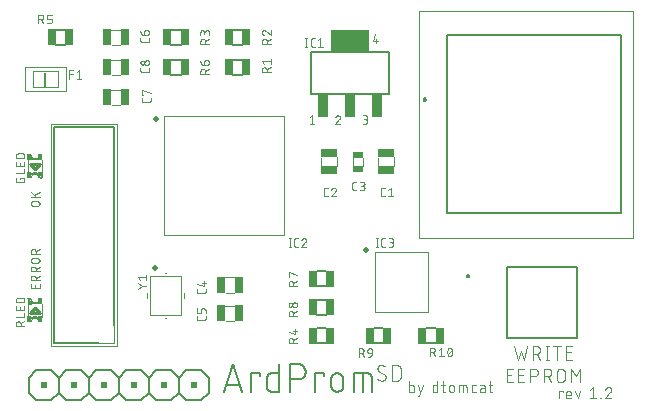
<source format=gto>
G04 EAGLE Gerber RS-274X export*
G75*
%MOMM*%
%FSLAX34Y34*%
%LPD*%
%INSilkscreen Top*%
%IPPOS*%
%AMOC8*
5,1,8,0,0,1.08239X$1,22.5*%
G01*
%ADD10C,0.101600*%
%ADD11C,0.203200*%
%ADD12C,0.076200*%
%ADD13R,1.450100X0.750100*%
%ADD14R,0.950000X0.500100*%
%ADD15R,0.750100X1.450100*%
%ADD16C,0.050000*%
%ADD17C,0.100000*%
%ADD18C,0.200000*%
%ADD19C,0.254000*%
%ADD20R,0.325000X0.500000*%
%ADD21R,0.150000X0.250000*%
%ADD22R,0.400000X0.175000*%
%ADD23R,0.300000X0.300000*%
%ADD24R,0.325000X0.075000*%
%ADD25R,3.200400X1.854200*%
%ADD26R,0.863600X1.854200*%
%ADD27C,0.500000*%
%ADD28C,0.120000*%
%ADD29C,0.200000*%
%ADD30C,0.152400*%
%ADD31R,0.508000X0.508000*%
%ADD32R,0.650000X1.400000*%
%ADD33C,0.127000*%


D10*
X423774Y566547D02*
X426370Y554863D01*
X428967Y562652D01*
X431563Y554863D01*
X434159Y566547D01*
X439130Y566547D02*
X439130Y554863D01*
X439130Y566547D02*
X442375Y566547D01*
X442488Y566545D01*
X442601Y566539D01*
X442714Y566529D01*
X442827Y566515D01*
X442939Y566498D01*
X443050Y566476D01*
X443160Y566451D01*
X443270Y566421D01*
X443378Y566388D01*
X443485Y566351D01*
X443591Y566311D01*
X443695Y566266D01*
X443798Y566218D01*
X443899Y566167D01*
X443998Y566112D01*
X444095Y566054D01*
X444190Y565992D01*
X444283Y565927D01*
X444373Y565859D01*
X444461Y565788D01*
X444547Y565713D01*
X444630Y565636D01*
X444710Y565556D01*
X444787Y565473D01*
X444862Y565387D01*
X444933Y565299D01*
X445001Y565209D01*
X445066Y565116D01*
X445128Y565021D01*
X445186Y564924D01*
X445241Y564825D01*
X445292Y564724D01*
X445340Y564621D01*
X445385Y564517D01*
X445425Y564411D01*
X445462Y564304D01*
X445495Y564196D01*
X445525Y564086D01*
X445550Y563976D01*
X445572Y563865D01*
X445589Y563753D01*
X445603Y563640D01*
X445613Y563527D01*
X445619Y563414D01*
X445621Y563301D01*
X445619Y563188D01*
X445613Y563075D01*
X445603Y562962D01*
X445589Y562849D01*
X445572Y562737D01*
X445550Y562626D01*
X445525Y562516D01*
X445495Y562406D01*
X445462Y562298D01*
X445425Y562191D01*
X445385Y562085D01*
X445340Y561981D01*
X445292Y561878D01*
X445241Y561777D01*
X445186Y561678D01*
X445128Y561581D01*
X445066Y561486D01*
X445001Y561393D01*
X444933Y561303D01*
X444862Y561215D01*
X444787Y561129D01*
X444710Y561046D01*
X444630Y560966D01*
X444547Y560889D01*
X444461Y560814D01*
X444373Y560743D01*
X444283Y560675D01*
X444190Y560610D01*
X444095Y560548D01*
X443998Y560490D01*
X443899Y560435D01*
X443798Y560384D01*
X443695Y560336D01*
X443591Y560291D01*
X443485Y560251D01*
X443378Y560214D01*
X443270Y560181D01*
X443160Y560151D01*
X443050Y560126D01*
X442939Y560104D01*
X442827Y560087D01*
X442714Y560073D01*
X442601Y560063D01*
X442488Y560057D01*
X442375Y560055D01*
X442375Y560056D02*
X439130Y560056D01*
X443024Y560056D02*
X445621Y554863D01*
X451446Y554863D02*
X451446Y566547D01*
X450147Y554863D02*
X452744Y554863D01*
X452744Y566547D02*
X450147Y566547D01*
X459827Y566547D02*
X459827Y554863D01*
X456582Y566547D02*
X463073Y566547D01*
X467654Y554863D02*
X472846Y554863D01*
X467654Y554863D02*
X467654Y566547D01*
X472846Y566547D01*
X471548Y561354D02*
X467654Y561354D01*
X422322Y535813D02*
X417129Y535813D01*
X417129Y547497D01*
X422322Y547497D01*
X421023Y542304D02*
X417129Y542304D01*
X427035Y535813D02*
X432228Y535813D01*
X427035Y535813D02*
X427035Y547497D01*
X432228Y547497D01*
X430929Y542304D02*
X427035Y542304D01*
X437088Y547497D02*
X437088Y535813D01*
X437088Y547497D02*
X440333Y547497D01*
X440446Y547495D01*
X440559Y547489D01*
X440672Y547479D01*
X440785Y547465D01*
X440897Y547448D01*
X441008Y547426D01*
X441118Y547401D01*
X441228Y547371D01*
X441336Y547338D01*
X441443Y547301D01*
X441549Y547261D01*
X441653Y547216D01*
X441756Y547168D01*
X441857Y547117D01*
X441956Y547062D01*
X442053Y547004D01*
X442148Y546942D01*
X442241Y546877D01*
X442331Y546809D01*
X442419Y546738D01*
X442505Y546663D01*
X442588Y546586D01*
X442668Y546506D01*
X442745Y546423D01*
X442820Y546337D01*
X442891Y546249D01*
X442959Y546159D01*
X443024Y546066D01*
X443086Y545971D01*
X443144Y545874D01*
X443199Y545775D01*
X443250Y545674D01*
X443298Y545571D01*
X443343Y545467D01*
X443383Y545361D01*
X443420Y545254D01*
X443453Y545146D01*
X443483Y545036D01*
X443508Y544926D01*
X443530Y544815D01*
X443547Y544703D01*
X443561Y544590D01*
X443571Y544477D01*
X443577Y544364D01*
X443579Y544251D01*
X443577Y544138D01*
X443571Y544025D01*
X443561Y543912D01*
X443547Y543799D01*
X443530Y543687D01*
X443508Y543576D01*
X443483Y543466D01*
X443453Y543356D01*
X443420Y543248D01*
X443383Y543141D01*
X443343Y543035D01*
X443298Y542931D01*
X443250Y542828D01*
X443199Y542727D01*
X443144Y542628D01*
X443086Y542531D01*
X443024Y542436D01*
X442959Y542343D01*
X442891Y542253D01*
X442820Y542165D01*
X442745Y542079D01*
X442668Y541996D01*
X442588Y541916D01*
X442505Y541839D01*
X442419Y541764D01*
X442331Y541693D01*
X442241Y541625D01*
X442148Y541560D01*
X442053Y541498D01*
X441956Y541440D01*
X441857Y541385D01*
X441756Y541334D01*
X441653Y541286D01*
X441549Y541241D01*
X441443Y541201D01*
X441336Y541164D01*
X441228Y541131D01*
X441118Y541101D01*
X441008Y541076D01*
X440897Y541054D01*
X440785Y541037D01*
X440672Y541023D01*
X440559Y541013D01*
X440446Y541007D01*
X440333Y541005D01*
X440333Y541006D02*
X437088Y541006D01*
X448422Y535813D02*
X448422Y547497D01*
X451667Y547497D01*
X451780Y547495D01*
X451893Y547489D01*
X452006Y547479D01*
X452119Y547465D01*
X452231Y547448D01*
X452342Y547426D01*
X452452Y547401D01*
X452562Y547371D01*
X452670Y547338D01*
X452777Y547301D01*
X452883Y547261D01*
X452987Y547216D01*
X453090Y547168D01*
X453191Y547117D01*
X453290Y547062D01*
X453387Y547004D01*
X453482Y546942D01*
X453575Y546877D01*
X453665Y546809D01*
X453753Y546738D01*
X453839Y546663D01*
X453922Y546586D01*
X454002Y546506D01*
X454079Y546423D01*
X454154Y546337D01*
X454225Y546249D01*
X454293Y546159D01*
X454358Y546066D01*
X454420Y545971D01*
X454478Y545874D01*
X454533Y545775D01*
X454584Y545674D01*
X454632Y545571D01*
X454677Y545467D01*
X454717Y545361D01*
X454754Y545254D01*
X454787Y545146D01*
X454817Y545036D01*
X454842Y544926D01*
X454864Y544815D01*
X454881Y544703D01*
X454895Y544590D01*
X454905Y544477D01*
X454911Y544364D01*
X454913Y544251D01*
X454911Y544138D01*
X454905Y544025D01*
X454895Y543912D01*
X454881Y543799D01*
X454864Y543687D01*
X454842Y543576D01*
X454817Y543466D01*
X454787Y543356D01*
X454754Y543248D01*
X454717Y543141D01*
X454677Y543035D01*
X454632Y542931D01*
X454584Y542828D01*
X454533Y542727D01*
X454478Y542628D01*
X454420Y542531D01*
X454358Y542436D01*
X454293Y542343D01*
X454225Y542253D01*
X454154Y542165D01*
X454079Y542079D01*
X454002Y541996D01*
X453922Y541916D01*
X453839Y541839D01*
X453753Y541764D01*
X453665Y541693D01*
X453575Y541625D01*
X453482Y541560D01*
X453387Y541498D01*
X453290Y541440D01*
X453191Y541385D01*
X453090Y541334D01*
X452987Y541286D01*
X452883Y541241D01*
X452777Y541201D01*
X452670Y541164D01*
X452562Y541131D01*
X452452Y541101D01*
X452342Y541076D01*
X452231Y541054D01*
X452119Y541037D01*
X452006Y541023D01*
X451893Y541013D01*
X451780Y541007D01*
X451667Y541005D01*
X451667Y541006D02*
X448422Y541006D01*
X452316Y541006D02*
X454913Y535813D01*
X459778Y539059D02*
X459778Y544251D01*
X459780Y544364D01*
X459786Y544477D01*
X459796Y544590D01*
X459810Y544703D01*
X459827Y544815D01*
X459849Y544926D01*
X459874Y545036D01*
X459904Y545146D01*
X459937Y545254D01*
X459974Y545361D01*
X460014Y545467D01*
X460059Y545571D01*
X460107Y545674D01*
X460158Y545775D01*
X460213Y545874D01*
X460271Y545971D01*
X460333Y546066D01*
X460398Y546159D01*
X460466Y546249D01*
X460537Y546337D01*
X460612Y546423D01*
X460689Y546506D01*
X460769Y546586D01*
X460852Y546663D01*
X460938Y546738D01*
X461026Y546809D01*
X461116Y546877D01*
X461209Y546942D01*
X461304Y547004D01*
X461401Y547062D01*
X461500Y547117D01*
X461601Y547168D01*
X461704Y547216D01*
X461808Y547261D01*
X461914Y547301D01*
X462021Y547338D01*
X462129Y547371D01*
X462239Y547401D01*
X462349Y547426D01*
X462460Y547448D01*
X462572Y547465D01*
X462685Y547479D01*
X462798Y547489D01*
X462911Y547495D01*
X463024Y547497D01*
X463137Y547495D01*
X463250Y547489D01*
X463363Y547479D01*
X463476Y547465D01*
X463588Y547448D01*
X463699Y547426D01*
X463809Y547401D01*
X463919Y547371D01*
X464027Y547338D01*
X464134Y547301D01*
X464240Y547261D01*
X464344Y547216D01*
X464447Y547168D01*
X464548Y547117D01*
X464647Y547062D01*
X464744Y547004D01*
X464839Y546942D01*
X464932Y546877D01*
X465022Y546809D01*
X465110Y546738D01*
X465196Y546663D01*
X465279Y546586D01*
X465359Y546506D01*
X465436Y546423D01*
X465511Y546337D01*
X465582Y546249D01*
X465650Y546159D01*
X465715Y546066D01*
X465777Y545971D01*
X465835Y545874D01*
X465890Y545775D01*
X465941Y545674D01*
X465989Y545571D01*
X466034Y545467D01*
X466074Y545361D01*
X466111Y545254D01*
X466144Y545146D01*
X466174Y545036D01*
X466199Y544926D01*
X466221Y544815D01*
X466238Y544703D01*
X466252Y544590D01*
X466262Y544477D01*
X466268Y544364D01*
X466270Y544251D01*
X466269Y544251D02*
X466269Y539059D01*
X466270Y539059D02*
X466268Y538946D01*
X466262Y538833D01*
X466252Y538720D01*
X466238Y538607D01*
X466221Y538495D01*
X466199Y538384D01*
X466174Y538274D01*
X466144Y538164D01*
X466111Y538056D01*
X466074Y537949D01*
X466034Y537843D01*
X465989Y537739D01*
X465941Y537636D01*
X465890Y537535D01*
X465835Y537436D01*
X465777Y537339D01*
X465715Y537244D01*
X465650Y537151D01*
X465582Y537061D01*
X465511Y536973D01*
X465436Y536887D01*
X465359Y536804D01*
X465279Y536724D01*
X465196Y536647D01*
X465110Y536572D01*
X465022Y536501D01*
X464932Y536433D01*
X464839Y536368D01*
X464744Y536306D01*
X464647Y536248D01*
X464548Y536193D01*
X464447Y536142D01*
X464344Y536094D01*
X464240Y536049D01*
X464134Y536009D01*
X464027Y535972D01*
X463919Y535939D01*
X463809Y535909D01*
X463699Y535884D01*
X463588Y535862D01*
X463476Y535845D01*
X463363Y535831D01*
X463250Y535821D01*
X463137Y535815D01*
X463024Y535813D01*
X462911Y535815D01*
X462798Y535821D01*
X462685Y535831D01*
X462572Y535845D01*
X462460Y535862D01*
X462349Y535884D01*
X462239Y535909D01*
X462129Y535939D01*
X462021Y535972D01*
X461914Y536009D01*
X461808Y536049D01*
X461704Y536094D01*
X461601Y536142D01*
X461500Y536193D01*
X461401Y536248D01*
X461304Y536306D01*
X461209Y536368D01*
X461116Y536433D01*
X461026Y536501D01*
X460938Y536572D01*
X460852Y536647D01*
X460769Y536724D01*
X460689Y536804D01*
X460612Y536887D01*
X460537Y536973D01*
X460466Y537061D01*
X460398Y537151D01*
X460333Y537244D01*
X460271Y537339D01*
X460213Y537436D01*
X460158Y537535D01*
X460107Y537636D01*
X460059Y537739D01*
X460014Y537843D01*
X459974Y537949D01*
X459937Y538056D01*
X459904Y538164D01*
X459874Y538274D01*
X459849Y538384D01*
X459827Y538495D01*
X459810Y538607D01*
X459796Y538720D01*
X459786Y538833D01*
X459780Y538946D01*
X459778Y539059D01*
X471702Y535813D02*
X471702Y547497D01*
X475597Y541006D01*
X479491Y547497D01*
X479491Y535813D01*
D11*
X185335Y551434D02*
X177546Y528066D01*
X193125Y528066D02*
X185335Y551434D01*
X191177Y533908D02*
X179493Y533908D01*
X200389Y528066D02*
X200389Y543645D01*
X208178Y543645D01*
X208178Y541048D01*
X224579Y551434D02*
X224579Y528066D01*
X218088Y528066D01*
X217966Y528068D01*
X217843Y528074D01*
X217721Y528083D01*
X217600Y528097D01*
X217479Y528114D01*
X217358Y528135D01*
X217238Y528160D01*
X217119Y528188D01*
X217001Y528221D01*
X216884Y528257D01*
X216769Y528296D01*
X216654Y528340D01*
X216541Y528386D01*
X216430Y528437D01*
X216320Y528491D01*
X216212Y528548D01*
X216105Y528608D01*
X216001Y528672D01*
X215899Y528740D01*
X215799Y528810D01*
X215701Y528883D01*
X215605Y528960D01*
X215512Y529039D01*
X215422Y529122D01*
X215334Y529207D01*
X215249Y529295D01*
X215166Y529385D01*
X215087Y529478D01*
X215010Y529574D01*
X214937Y529672D01*
X214867Y529772D01*
X214799Y529874D01*
X214735Y529978D01*
X214675Y530085D01*
X214618Y530193D01*
X214564Y530303D01*
X214513Y530414D01*
X214467Y530527D01*
X214423Y530642D01*
X214384Y530757D01*
X214348Y530874D01*
X214315Y530992D01*
X214287Y531111D01*
X214262Y531231D01*
X214241Y531352D01*
X214224Y531473D01*
X214210Y531594D01*
X214201Y531716D01*
X214195Y531839D01*
X214193Y531961D01*
X214193Y539750D01*
X214195Y539872D01*
X214201Y539995D01*
X214210Y540117D01*
X214224Y540238D01*
X214241Y540359D01*
X214262Y540480D01*
X214287Y540600D01*
X214315Y540719D01*
X214348Y540837D01*
X214384Y540954D01*
X214423Y541069D01*
X214467Y541184D01*
X214513Y541297D01*
X214564Y541408D01*
X214618Y541518D01*
X214675Y541626D01*
X214735Y541733D01*
X214799Y541837D01*
X214867Y541939D01*
X214937Y542039D01*
X215010Y542137D01*
X215087Y542233D01*
X215166Y542326D01*
X215249Y542416D01*
X215334Y542504D01*
X215422Y542589D01*
X215512Y542672D01*
X215605Y542751D01*
X215701Y542828D01*
X215799Y542901D01*
X215899Y542971D01*
X216001Y543039D01*
X216105Y543103D01*
X216212Y543163D01*
X216320Y543220D01*
X216430Y543274D01*
X216541Y543325D01*
X216654Y543371D01*
X216769Y543415D01*
X216884Y543454D01*
X217001Y543490D01*
X217119Y543523D01*
X217238Y543551D01*
X217358Y543576D01*
X217479Y543597D01*
X217600Y543614D01*
X217721Y543628D01*
X217843Y543637D01*
X217966Y543643D01*
X218088Y543645D01*
X224579Y543645D01*
X233972Y551434D02*
X233972Y528066D01*
X233972Y551434D02*
X240464Y551434D01*
X240623Y551432D01*
X240782Y551426D01*
X240942Y551416D01*
X241100Y551403D01*
X241259Y551385D01*
X241416Y551364D01*
X241574Y551338D01*
X241730Y551309D01*
X241886Y551276D01*
X242041Y551239D01*
X242195Y551199D01*
X242348Y551154D01*
X242500Y551106D01*
X242651Y551055D01*
X242800Y550999D01*
X242948Y550940D01*
X243094Y550877D01*
X243239Y550811D01*
X243382Y550741D01*
X243524Y550668D01*
X243663Y550591D01*
X243801Y550511D01*
X243937Y550427D01*
X244070Y550340D01*
X244202Y550250D01*
X244331Y550157D01*
X244457Y550060D01*
X244582Y549961D01*
X244704Y549858D01*
X244823Y549753D01*
X244940Y549644D01*
X245054Y549533D01*
X245165Y549419D01*
X245274Y549302D01*
X245379Y549183D01*
X245482Y549061D01*
X245581Y548936D01*
X245678Y548810D01*
X245771Y548681D01*
X245861Y548549D01*
X245948Y548416D01*
X246032Y548280D01*
X246112Y548142D01*
X246189Y548003D01*
X246262Y547861D01*
X246332Y547718D01*
X246398Y547573D01*
X246461Y547427D01*
X246520Y547279D01*
X246576Y547130D01*
X246627Y546979D01*
X246675Y546827D01*
X246720Y546674D01*
X246760Y546520D01*
X246797Y546365D01*
X246830Y546209D01*
X246859Y546053D01*
X246885Y545895D01*
X246906Y545738D01*
X246924Y545579D01*
X246937Y545421D01*
X246947Y545261D01*
X246953Y545102D01*
X246955Y544943D01*
X246953Y544784D01*
X246947Y544625D01*
X246937Y544465D01*
X246924Y544307D01*
X246906Y544148D01*
X246885Y543991D01*
X246859Y543833D01*
X246830Y543677D01*
X246797Y543521D01*
X246760Y543366D01*
X246720Y543212D01*
X246675Y543059D01*
X246627Y542907D01*
X246576Y542756D01*
X246520Y542607D01*
X246461Y542459D01*
X246398Y542313D01*
X246332Y542168D01*
X246262Y542025D01*
X246189Y541883D01*
X246112Y541744D01*
X246032Y541606D01*
X245948Y541470D01*
X245861Y541337D01*
X245771Y541205D01*
X245678Y541076D01*
X245581Y540950D01*
X245482Y540825D01*
X245379Y540703D01*
X245274Y540584D01*
X245165Y540467D01*
X245054Y540353D01*
X244940Y540242D01*
X244823Y540133D01*
X244704Y540028D01*
X244582Y539925D01*
X244457Y539826D01*
X244331Y539729D01*
X244202Y539636D01*
X244070Y539546D01*
X243937Y539459D01*
X243801Y539375D01*
X243663Y539295D01*
X243524Y539218D01*
X243382Y539145D01*
X243239Y539075D01*
X243094Y539009D01*
X242948Y538946D01*
X242800Y538887D01*
X242651Y538831D01*
X242500Y538780D01*
X242348Y538732D01*
X242195Y538687D01*
X242041Y538647D01*
X241886Y538610D01*
X241730Y538577D01*
X241574Y538548D01*
X241416Y538522D01*
X241259Y538501D01*
X241100Y538483D01*
X240942Y538470D01*
X240782Y538460D01*
X240623Y538454D01*
X240464Y538452D01*
X233972Y538452D01*
X254674Y543645D02*
X254674Y528066D01*
X254674Y543645D02*
X262463Y543645D01*
X262463Y541048D01*
X268529Y538452D02*
X268529Y533259D01*
X268529Y538452D02*
X268531Y538595D01*
X268537Y538738D01*
X268547Y538881D01*
X268561Y539023D01*
X268578Y539165D01*
X268600Y539307D01*
X268625Y539448D01*
X268655Y539588D01*
X268688Y539727D01*
X268725Y539865D01*
X268766Y540002D01*
X268810Y540138D01*
X268859Y540273D01*
X268911Y540406D01*
X268966Y540538D01*
X269026Y540668D01*
X269089Y540797D01*
X269155Y540924D01*
X269225Y541049D01*
X269298Y541171D01*
X269375Y541292D01*
X269455Y541411D01*
X269538Y541527D01*
X269624Y541642D01*
X269713Y541753D01*
X269806Y541863D01*
X269901Y541969D01*
X270000Y542073D01*
X270101Y542174D01*
X270205Y542273D01*
X270311Y542368D01*
X270421Y542461D01*
X270532Y542550D01*
X270647Y542636D01*
X270763Y542719D01*
X270882Y542799D01*
X271003Y542876D01*
X271126Y542949D01*
X271250Y543019D01*
X271377Y543085D01*
X271506Y543148D01*
X271636Y543208D01*
X271768Y543263D01*
X271901Y543315D01*
X272036Y543364D01*
X272172Y543408D01*
X272309Y543449D01*
X272447Y543486D01*
X272586Y543519D01*
X272726Y543549D01*
X272867Y543574D01*
X273009Y543596D01*
X273151Y543613D01*
X273293Y543627D01*
X273436Y543637D01*
X273579Y543643D01*
X273722Y543645D01*
X273865Y543643D01*
X274008Y543637D01*
X274151Y543627D01*
X274293Y543613D01*
X274435Y543596D01*
X274577Y543574D01*
X274718Y543549D01*
X274858Y543519D01*
X274997Y543486D01*
X275135Y543449D01*
X275272Y543408D01*
X275408Y543364D01*
X275543Y543315D01*
X275676Y543263D01*
X275808Y543208D01*
X275938Y543148D01*
X276067Y543085D01*
X276194Y543019D01*
X276319Y542949D01*
X276441Y542876D01*
X276562Y542799D01*
X276681Y542719D01*
X276797Y542636D01*
X276912Y542550D01*
X277023Y542461D01*
X277133Y542368D01*
X277239Y542273D01*
X277343Y542174D01*
X277444Y542073D01*
X277543Y541969D01*
X277638Y541863D01*
X277731Y541753D01*
X277820Y541642D01*
X277906Y541527D01*
X277989Y541411D01*
X278069Y541292D01*
X278146Y541171D01*
X278219Y541049D01*
X278289Y540924D01*
X278355Y540797D01*
X278418Y540668D01*
X278478Y540538D01*
X278533Y540406D01*
X278585Y540273D01*
X278634Y540138D01*
X278678Y540002D01*
X278719Y539865D01*
X278756Y539727D01*
X278789Y539588D01*
X278819Y539448D01*
X278844Y539307D01*
X278866Y539165D01*
X278883Y539023D01*
X278897Y538881D01*
X278907Y538738D01*
X278913Y538595D01*
X278915Y538452D01*
X278915Y533259D01*
X278913Y533116D01*
X278907Y532973D01*
X278897Y532830D01*
X278883Y532688D01*
X278866Y532546D01*
X278844Y532404D01*
X278819Y532263D01*
X278789Y532123D01*
X278756Y531984D01*
X278719Y531846D01*
X278678Y531709D01*
X278634Y531573D01*
X278585Y531438D01*
X278533Y531305D01*
X278478Y531173D01*
X278418Y531043D01*
X278355Y530914D01*
X278289Y530787D01*
X278219Y530662D01*
X278146Y530540D01*
X278069Y530419D01*
X277989Y530300D01*
X277906Y530184D01*
X277820Y530069D01*
X277731Y529958D01*
X277638Y529848D01*
X277543Y529742D01*
X277444Y529638D01*
X277343Y529537D01*
X277239Y529438D01*
X277133Y529343D01*
X277023Y529250D01*
X276912Y529161D01*
X276797Y529075D01*
X276681Y528992D01*
X276562Y528912D01*
X276441Y528835D01*
X276318Y528762D01*
X276194Y528692D01*
X276067Y528626D01*
X275938Y528563D01*
X275808Y528503D01*
X275676Y528448D01*
X275543Y528396D01*
X275408Y528347D01*
X275272Y528303D01*
X275135Y528262D01*
X274997Y528225D01*
X274858Y528192D01*
X274718Y528162D01*
X274577Y528137D01*
X274435Y528115D01*
X274293Y528098D01*
X274151Y528084D01*
X274008Y528074D01*
X273865Y528068D01*
X273722Y528066D01*
X273579Y528068D01*
X273436Y528074D01*
X273293Y528084D01*
X273151Y528098D01*
X273009Y528115D01*
X272867Y528137D01*
X272726Y528162D01*
X272586Y528192D01*
X272447Y528225D01*
X272309Y528262D01*
X272172Y528303D01*
X272036Y528347D01*
X271901Y528396D01*
X271768Y528448D01*
X271636Y528503D01*
X271506Y528563D01*
X271377Y528626D01*
X271250Y528692D01*
X271125Y528762D01*
X271003Y528835D01*
X270882Y528912D01*
X270763Y528992D01*
X270647Y529075D01*
X270532Y529161D01*
X270421Y529250D01*
X270311Y529343D01*
X270205Y529438D01*
X270101Y529537D01*
X270000Y529638D01*
X269901Y529742D01*
X269806Y529848D01*
X269713Y529958D01*
X269624Y530069D01*
X269538Y530184D01*
X269455Y530300D01*
X269375Y530419D01*
X269298Y530540D01*
X269225Y530663D01*
X269155Y530787D01*
X269089Y530914D01*
X269026Y531043D01*
X268966Y531173D01*
X268911Y531305D01*
X268859Y531438D01*
X268810Y531573D01*
X268766Y531709D01*
X268725Y531846D01*
X268688Y531984D01*
X268655Y532123D01*
X268625Y532263D01*
X268600Y532404D01*
X268578Y532546D01*
X268561Y532688D01*
X268547Y532830D01*
X268537Y532973D01*
X268531Y533116D01*
X268529Y533259D01*
X287507Y528066D02*
X287507Y543645D01*
X299191Y543645D01*
X299313Y543643D01*
X299436Y543637D01*
X299558Y543628D01*
X299679Y543614D01*
X299800Y543597D01*
X299921Y543576D01*
X300041Y543551D01*
X300160Y543523D01*
X300278Y543490D01*
X300395Y543454D01*
X300510Y543415D01*
X300625Y543371D01*
X300738Y543325D01*
X300849Y543274D01*
X300959Y543220D01*
X301067Y543163D01*
X301174Y543103D01*
X301278Y543039D01*
X301380Y542971D01*
X301480Y542901D01*
X301578Y542828D01*
X301674Y542751D01*
X301767Y542672D01*
X301857Y542589D01*
X301945Y542504D01*
X302030Y542416D01*
X302113Y542326D01*
X302192Y542233D01*
X302269Y542137D01*
X302342Y542039D01*
X302412Y541939D01*
X302480Y541837D01*
X302544Y541733D01*
X302604Y541626D01*
X302661Y541518D01*
X302715Y541408D01*
X302766Y541297D01*
X302812Y541184D01*
X302856Y541069D01*
X302895Y540954D01*
X302931Y540837D01*
X302964Y540719D01*
X302992Y540600D01*
X303017Y540480D01*
X303038Y540359D01*
X303055Y540238D01*
X303069Y540117D01*
X303078Y539995D01*
X303084Y539872D01*
X303086Y539750D01*
X303086Y528066D01*
X295297Y528066D02*
X295297Y543645D01*
D10*
X311827Y537295D02*
X311934Y537297D01*
X312041Y537303D01*
X312148Y537313D01*
X312254Y537326D01*
X312360Y537344D01*
X312465Y537365D01*
X312569Y537390D01*
X312673Y537419D01*
X312775Y537452D01*
X312875Y537489D01*
X312975Y537529D01*
X313073Y537573D01*
X313169Y537620D01*
X313263Y537671D01*
X313356Y537725D01*
X313446Y537782D01*
X313535Y537843D01*
X313621Y537907D01*
X313704Y537974D01*
X313786Y538044D01*
X313864Y538117D01*
X313940Y538193D01*
X314013Y538271D01*
X314083Y538353D01*
X314150Y538436D01*
X314214Y538522D01*
X314275Y538611D01*
X314332Y538701D01*
X314386Y538794D01*
X314437Y538888D01*
X314484Y538984D01*
X314528Y539082D01*
X314568Y539182D01*
X314605Y539282D01*
X314638Y539384D01*
X314667Y539488D01*
X314692Y539592D01*
X314713Y539697D01*
X314731Y539803D01*
X314744Y539909D01*
X314754Y540016D01*
X314760Y540123D01*
X314762Y540230D01*
X311827Y537295D02*
X311674Y537297D01*
X311521Y537303D01*
X311369Y537312D01*
X311216Y537325D01*
X311064Y537342D01*
X310913Y537363D01*
X310761Y537387D01*
X310611Y537415D01*
X310461Y537447D01*
X310313Y537483D01*
X310165Y537522D01*
X310018Y537565D01*
X309872Y537611D01*
X309728Y537661D01*
X309584Y537715D01*
X309442Y537772D01*
X309302Y537832D01*
X309163Y537897D01*
X309026Y537964D01*
X308890Y538035D01*
X308756Y538109D01*
X308624Y538186D01*
X308494Y538267D01*
X308366Y538351D01*
X308240Y538438D01*
X308117Y538528D01*
X307995Y538621D01*
X307876Y538717D01*
X307760Y538816D01*
X307645Y538917D01*
X307534Y539022D01*
X307425Y539129D01*
X307792Y547568D02*
X307794Y547675D01*
X307800Y547782D01*
X307810Y547889D01*
X307823Y547995D01*
X307841Y548101D01*
X307862Y548206D01*
X307887Y548310D01*
X307916Y548414D01*
X307949Y548516D01*
X307986Y548616D01*
X308026Y548716D01*
X308070Y548814D01*
X308117Y548910D01*
X308168Y549004D01*
X308222Y549097D01*
X308279Y549187D01*
X308340Y549276D01*
X308404Y549362D01*
X308471Y549445D01*
X308541Y549527D01*
X308614Y549605D01*
X308690Y549681D01*
X308768Y549754D01*
X308850Y549824D01*
X308933Y549891D01*
X309019Y549955D01*
X309108Y550016D01*
X309198Y550073D01*
X309291Y550127D01*
X309385Y550178D01*
X309481Y550225D01*
X309579Y550269D01*
X309679Y550309D01*
X309779Y550346D01*
X309881Y550379D01*
X309985Y550408D01*
X310089Y550433D01*
X310194Y550454D01*
X310300Y550472D01*
X310406Y550485D01*
X310513Y550495D01*
X310620Y550501D01*
X310727Y550503D01*
X310875Y550501D01*
X311022Y550495D01*
X311169Y550485D01*
X311316Y550471D01*
X311463Y550454D01*
X311608Y550432D01*
X311754Y550406D01*
X311898Y550377D01*
X312042Y550344D01*
X312185Y550306D01*
X312327Y550265D01*
X312467Y550221D01*
X312607Y550172D01*
X312745Y550120D01*
X312881Y550064D01*
X313016Y550004D01*
X313149Y549941D01*
X313281Y549874D01*
X313411Y549804D01*
X313539Y549731D01*
X313664Y549653D01*
X313788Y549573D01*
X313910Y549489D01*
X314029Y549402D01*
X309259Y545000D02*
X309168Y545056D01*
X309079Y545115D01*
X308992Y545177D01*
X308908Y545242D01*
X308825Y545310D01*
X308746Y545381D01*
X308669Y545455D01*
X308595Y545532D01*
X308523Y545611D01*
X308455Y545693D01*
X308389Y545777D01*
X308326Y545864D01*
X308267Y545952D01*
X308211Y546043D01*
X308158Y546136D01*
X308108Y546230D01*
X308062Y546326D01*
X308019Y546424D01*
X307980Y546523D01*
X307944Y546624D01*
X307912Y546726D01*
X307884Y546829D01*
X307860Y546933D01*
X307839Y547037D01*
X307822Y547143D01*
X307808Y547248D01*
X307799Y547355D01*
X307793Y547461D01*
X307791Y547568D01*
X313294Y542798D02*
X313385Y542742D01*
X313474Y542683D01*
X313561Y542621D01*
X313645Y542556D01*
X313728Y542488D01*
X313807Y542417D01*
X313884Y542343D01*
X313958Y542266D01*
X314030Y542187D01*
X314098Y542105D01*
X314164Y542021D01*
X314227Y541934D01*
X314286Y541846D01*
X314342Y541755D01*
X314395Y541662D01*
X314445Y541568D01*
X314491Y541472D01*
X314534Y541374D01*
X314573Y541275D01*
X314609Y541174D01*
X314641Y541072D01*
X314669Y540969D01*
X314693Y540865D01*
X314714Y540761D01*
X314731Y540655D01*
X314745Y540550D01*
X314754Y540443D01*
X314760Y540337D01*
X314762Y540230D01*
X313295Y542798D02*
X309259Y545000D01*
X320226Y550503D02*
X320226Y537295D01*
X320226Y550503D02*
X323895Y550503D01*
X324015Y550501D01*
X324135Y550495D01*
X324255Y550485D01*
X324374Y550472D01*
X324493Y550454D01*
X324611Y550433D01*
X324728Y550407D01*
X324845Y550378D01*
X324960Y550345D01*
X325074Y550308D01*
X325187Y550268D01*
X325299Y550224D01*
X325409Y550176D01*
X325518Y550125D01*
X325625Y550070D01*
X325730Y550011D01*
X325832Y549950D01*
X325933Y549885D01*
X326032Y549816D01*
X326129Y549745D01*
X326223Y549670D01*
X326314Y549593D01*
X326403Y549512D01*
X326489Y549428D01*
X326573Y549342D01*
X326654Y549253D01*
X326731Y549162D01*
X326806Y549068D01*
X326877Y548971D01*
X326946Y548872D01*
X327011Y548771D01*
X327072Y548669D01*
X327131Y548564D01*
X327186Y548457D01*
X327237Y548348D01*
X327285Y548238D01*
X327329Y548126D01*
X327369Y548013D01*
X327406Y547899D01*
X327439Y547784D01*
X327468Y547667D01*
X327494Y547550D01*
X327515Y547432D01*
X327533Y547313D01*
X327546Y547194D01*
X327556Y547074D01*
X327562Y546954D01*
X327564Y546834D01*
X327564Y540964D01*
X327562Y540844D01*
X327556Y540724D01*
X327546Y540604D01*
X327533Y540485D01*
X327515Y540366D01*
X327494Y540248D01*
X327468Y540131D01*
X327439Y540014D01*
X327406Y539899D01*
X327369Y539785D01*
X327329Y539672D01*
X327285Y539560D01*
X327237Y539450D01*
X327186Y539341D01*
X327131Y539234D01*
X327072Y539130D01*
X327011Y539027D01*
X326946Y538926D01*
X326877Y538827D01*
X326806Y538730D01*
X326731Y538636D01*
X326654Y538545D01*
X326573Y538456D01*
X326489Y538370D01*
X326403Y538286D01*
X326314Y538205D01*
X326223Y538128D01*
X326129Y538053D01*
X326032Y537982D01*
X325933Y537913D01*
X325832Y537848D01*
X325730Y537787D01*
X325625Y537728D01*
X325518Y537673D01*
X325409Y537622D01*
X325299Y537574D01*
X325187Y537530D01*
X325074Y537490D01*
X324960Y537453D01*
X324845Y537420D01*
X324728Y537391D01*
X324611Y537365D01*
X324493Y537344D01*
X324374Y537326D01*
X324255Y537313D01*
X324135Y537303D01*
X324015Y537297D01*
X323895Y537295D01*
X320226Y537295D01*
D12*
X461391Y528616D02*
X461391Y522351D01*
X461391Y528616D02*
X464524Y528616D01*
X464524Y527572D01*
X469002Y522351D02*
X471612Y522351D01*
X469002Y522351D02*
X468925Y522353D01*
X468849Y522359D01*
X468772Y522368D01*
X468696Y522381D01*
X468621Y522398D01*
X468547Y522418D01*
X468474Y522443D01*
X468403Y522470D01*
X468332Y522501D01*
X468264Y522536D01*
X468197Y522574D01*
X468132Y522615D01*
X468069Y522659D01*
X468009Y522706D01*
X467950Y522757D01*
X467895Y522810D01*
X467842Y522865D01*
X467791Y522924D01*
X467744Y522984D01*
X467700Y523047D01*
X467659Y523112D01*
X467621Y523179D01*
X467586Y523247D01*
X467555Y523318D01*
X467528Y523389D01*
X467503Y523462D01*
X467483Y523536D01*
X467466Y523611D01*
X467453Y523687D01*
X467444Y523764D01*
X467438Y523840D01*
X467436Y523917D01*
X467436Y526528D01*
X467438Y526618D01*
X467444Y526707D01*
X467453Y526797D01*
X467467Y526886D01*
X467484Y526974D01*
X467505Y527061D01*
X467530Y527148D01*
X467559Y527233D01*
X467591Y527317D01*
X467626Y527399D01*
X467666Y527480D01*
X467708Y527559D01*
X467754Y527636D01*
X467804Y527711D01*
X467856Y527784D01*
X467912Y527855D01*
X467970Y527923D01*
X468032Y527988D01*
X468096Y528051D01*
X468163Y528111D01*
X468232Y528168D01*
X468304Y528222D01*
X468378Y528273D01*
X468454Y528321D01*
X468532Y528365D01*
X468612Y528406D01*
X468694Y528444D01*
X468777Y528478D01*
X468862Y528508D01*
X468948Y528535D01*
X469034Y528558D01*
X469122Y528577D01*
X469211Y528592D01*
X469300Y528604D01*
X469389Y528612D01*
X469479Y528616D01*
X469569Y528616D01*
X469659Y528612D01*
X469748Y528604D01*
X469837Y528592D01*
X469926Y528577D01*
X470014Y528558D01*
X470100Y528535D01*
X470186Y528508D01*
X470271Y528478D01*
X470354Y528444D01*
X470436Y528406D01*
X470516Y528365D01*
X470594Y528321D01*
X470670Y528273D01*
X470744Y528222D01*
X470816Y528168D01*
X470885Y528111D01*
X470952Y528051D01*
X471016Y527988D01*
X471078Y527923D01*
X471136Y527855D01*
X471192Y527784D01*
X471244Y527711D01*
X471294Y527636D01*
X471340Y527559D01*
X471382Y527480D01*
X471422Y527399D01*
X471457Y527317D01*
X471489Y527233D01*
X471518Y527148D01*
X471543Y527061D01*
X471564Y526974D01*
X471581Y526886D01*
X471595Y526797D01*
X471604Y526707D01*
X471610Y526618D01*
X471612Y526528D01*
X471612Y525484D01*
X467436Y525484D01*
X475055Y528616D02*
X477144Y522351D01*
X479232Y528616D01*
X487640Y529661D02*
X490250Y531749D01*
X490250Y522351D01*
X487640Y522351D02*
X492861Y522351D01*
X496390Y522351D02*
X496390Y522873D01*
X496912Y522873D01*
X496912Y522351D01*
X496390Y522351D01*
X505663Y529400D02*
X505661Y529495D01*
X505655Y529589D01*
X505646Y529683D01*
X505633Y529777D01*
X505616Y529870D01*
X505595Y529962D01*
X505570Y530054D01*
X505542Y530144D01*
X505510Y530233D01*
X505475Y530321D01*
X505436Y530407D01*
X505394Y530492D01*
X505348Y530575D01*
X505299Y530656D01*
X505247Y530735D01*
X505192Y530812D01*
X505133Y530886D01*
X505072Y530958D01*
X505008Y531028D01*
X504941Y531095D01*
X504871Y531159D01*
X504799Y531220D01*
X504725Y531279D01*
X504648Y531334D01*
X504569Y531386D01*
X504488Y531435D01*
X504405Y531481D01*
X504320Y531523D01*
X504234Y531562D01*
X504146Y531597D01*
X504057Y531629D01*
X503967Y531657D01*
X503875Y531682D01*
X503783Y531703D01*
X503690Y531720D01*
X503596Y531733D01*
X503502Y531742D01*
X503408Y531748D01*
X503313Y531750D01*
X503313Y531749D02*
X503205Y531747D01*
X503096Y531741D01*
X502988Y531731D01*
X502881Y531718D01*
X502774Y531700D01*
X502667Y531679D01*
X502562Y531654D01*
X502457Y531625D01*
X502354Y531593D01*
X502252Y531556D01*
X502151Y531516D01*
X502052Y531473D01*
X501954Y531426D01*
X501858Y531375D01*
X501764Y531321D01*
X501672Y531264D01*
X501582Y531203D01*
X501494Y531139D01*
X501409Y531073D01*
X501326Y531003D01*
X501246Y530930D01*
X501168Y530854D01*
X501093Y530776D01*
X501021Y530695D01*
X500952Y530611D01*
X500886Y530525D01*
X500823Y530437D01*
X500764Y530346D01*
X500707Y530254D01*
X500654Y530159D01*
X500605Y530063D01*
X500559Y529964D01*
X500516Y529865D01*
X500477Y529763D01*
X500442Y529661D01*
X504880Y527572D02*
X504949Y527641D01*
X505015Y527712D01*
X505079Y527785D01*
X505140Y527861D01*
X505198Y527940D01*
X505252Y528020D01*
X505304Y528103D01*
X505352Y528187D01*
X505398Y528273D01*
X505439Y528361D01*
X505478Y528451D01*
X505513Y528542D01*
X505544Y528634D01*
X505572Y528727D01*
X505596Y528821D01*
X505616Y528916D01*
X505633Y529012D01*
X505646Y529109D01*
X505655Y529206D01*
X505661Y529303D01*
X505663Y529400D01*
X504879Y527572D02*
X500441Y522351D01*
X505662Y522351D01*
X334391Y527431D02*
X334391Y536829D01*
X334391Y527431D02*
X337002Y527431D01*
X337079Y527433D01*
X337155Y527439D01*
X337232Y527448D01*
X337308Y527461D01*
X337383Y527478D01*
X337457Y527498D01*
X337530Y527523D01*
X337601Y527550D01*
X337672Y527581D01*
X337740Y527616D01*
X337807Y527654D01*
X337872Y527695D01*
X337935Y527739D01*
X337995Y527786D01*
X338054Y527837D01*
X338109Y527890D01*
X338162Y527945D01*
X338213Y528004D01*
X338260Y528064D01*
X338304Y528127D01*
X338345Y528192D01*
X338383Y528259D01*
X338418Y528327D01*
X338449Y528398D01*
X338476Y528469D01*
X338501Y528542D01*
X338521Y528616D01*
X338538Y528691D01*
X338551Y528767D01*
X338560Y528843D01*
X338566Y528920D01*
X338568Y528997D01*
X338568Y532130D01*
X338566Y532207D01*
X338560Y532283D01*
X338551Y532360D01*
X338538Y532436D01*
X338521Y532511D01*
X338501Y532585D01*
X338476Y532658D01*
X338449Y532729D01*
X338418Y532800D01*
X338383Y532868D01*
X338345Y532935D01*
X338304Y533000D01*
X338260Y533063D01*
X338213Y533123D01*
X338162Y533182D01*
X338109Y533237D01*
X338054Y533290D01*
X337995Y533341D01*
X337935Y533388D01*
X337872Y533432D01*
X337807Y533473D01*
X337740Y533511D01*
X337672Y533546D01*
X337601Y533577D01*
X337530Y533604D01*
X337457Y533629D01*
X337383Y533649D01*
X337308Y533666D01*
X337232Y533679D01*
X337155Y533688D01*
X337079Y533694D01*
X337002Y533696D01*
X334391Y533696D01*
X341965Y524298D02*
X343010Y524298D01*
X346142Y533696D01*
X341965Y533696D02*
X344054Y527431D01*
X358593Y527431D02*
X358593Y536829D01*
X358593Y527431D02*
X355983Y527431D01*
X355906Y527433D01*
X355830Y527439D01*
X355753Y527448D01*
X355677Y527461D01*
X355602Y527478D01*
X355528Y527498D01*
X355455Y527523D01*
X355384Y527550D01*
X355313Y527581D01*
X355245Y527616D01*
X355178Y527654D01*
X355113Y527695D01*
X355050Y527739D01*
X354990Y527786D01*
X354931Y527837D01*
X354876Y527890D01*
X354823Y527945D01*
X354772Y528004D01*
X354725Y528064D01*
X354681Y528127D01*
X354640Y528192D01*
X354602Y528259D01*
X354567Y528327D01*
X354536Y528398D01*
X354509Y528469D01*
X354484Y528542D01*
X354464Y528616D01*
X354447Y528691D01*
X354434Y528767D01*
X354425Y528844D01*
X354419Y528920D01*
X354417Y528997D01*
X354416Y528997D02*
X354416Y532130D01*
X354417Y532130D02*
X354419Y532207D01*
X354425Y532283D01*
X354434Y532360D01*
X354447Y532436D01*
X354464Y532511D01*
X354484Y532585D01*
X354509Y532658D01*
X354536Y532729D01*
X354567Y532800D01*
X354602Y532868D01*
X354640Y532935D01*
X354681Y533000D01*
X354725Y533063D01*
X354772Y533123D01*
X354823Y533182D01*
X354876Y533237D01*
X354931Y533290D01*
X354990Y533341D01*
X355050Y533388D01*
X355113Y533432D01*
X355178Y533473D01*
X355245Y533511D01*
X355313Y533546D01*
X355384Y533577D01*
X355455Y533604D01*
X355528Y533629D01*
X355602Y533649D01*
X355677Y533666D01*
X355753Y533679D01*
X355830Y533688D01*
X355906Y533694D01*
X355983Y533696D01*
X358593Y533696D01*
X361923Y533696D02*
X365055Y533696D01*
X362967Y536829D02*
X362967Y528997D01*
X362969Y528920D01*
X362975Y528844D01*
X362984Y528767D01*
X362997Y528691D01*
X363014Y528616D01*
X363034Y528542D01*
X363059Y528469D01*
X363086Y528398D01*
X363117Y528327D01*
X363152Y528259D01*
X363190Y528192D01*
X363231Y528127D01*
X363275Y528064D01*
X363322Y528004D01*
X363373Y527945D01*
X363426Y527890D01*
X363481Y527837D01*
X363540Y527786D01*
X363600Y527739D01*
X363663Y527695D01*
X363728Y527654D01*
X363795Y527616D01*
X363863Y527581D01*
X363934Y527550D01*
X364005Y527523D01*
X364078Y527498D01*
X364152Y527478D01*
X364227Y527461D01*
X364303Y527448D01*
X364380Y527439D01*
X364456Y527433D01*
X364533Y527431D01*
X365055Y527431D01*
X368483Y529519D02*
X368483Y531608D01*
X368485Y531698D01*
X368491Y531787D01*
X368500Y531877D01*
X368514Y531966D01*
X368531Y532054D01*
X368552Y532141D01*
X368577Y532228D01*
X368606Y532313D01*
X368638Y532397D01*
X368673Y532479D01*
X368713Y532560D01*
X368755Y532639D01*
X368801Y532716D01*
X368851Y532791D01*
X368903Y532864D01*
X368959Y532935D01*
X369017Y533003D01*
X369079Y533068D01*
X369143Y533131D01*
X369210Y533191D01*
X369279Y533248D01*
X369351Y533302D01*
X369425Y533353D01*
X369501Y533401D01*
X369579Y533445D01*
X369659Y533486D01*
X369741Y533524D01*
X369824Y533558D01*
X369909Y533588D01*
X369995Y533615D01*
X370081Y533638D01*
X370169Y533657D01*
X370258Y533672D01*
X370347Y533684D01*
X370436Y533692D01*
X370526Y533696D01*
X370616Y533696D01*
X370706Y533692D01*
X370795Y533684D01*
X370884Y533672D01*
X370973Y533657D01*
X371061Y533638D01*
X371147Y533615D01*
X371233Y533588D01*
X371318Y533558D01*
X371401Y533524D01*
X371483Y533486D01*
X371563Y533445D01*
X371641Y533401D01*
X371717Y533353D01*
X371791Y533302D01*
X371863Y533248D01*
X371932Y533191D01*
X371999Y533131D01*
X372063Y533068D01*
X372125Y533003D01*
X372183Y532935D01*
X372239Y532864D01*
X372291Y532791D01*
X372341Y532716D01*
X372387Y532639D01*
X372429Y532560D01*
X372469Y532479D01*
X372504Y532397D01*
X372536Y532313D01*
X372565Y532228D01*
X372590Y532141D01*
X372611Y532054D01*
X372628Y531966D01*
X372642Y531877D01*
X372651Y531787D01*
X372657Y531698D01*
X372659Y531608D01*
X372660Y531608D02*
X372660Y529519D01*
X372659Y529519D02*
X372657Y529429D01*
X372651Y529340D01*
X372642Y529250D01*
X372628Y529161D01*
X372611Y529073D01*
X372590Y528986D01*
X372565Y528899D01*
X372536Y528814D01*
X372504Y528730D01*
X372469Y528648D01*
X372429Y528567D01*
X372387Y528488D01*
X372341Y528411D01*
X372291Y528336D01*
X372239Y528263D01*
X372183Y528192D01*
X372125Y528124D01*
X372063Y528059D01*
X371999Y527996D01*
X371932Y527936D01*
X371863Y527879D01*
X371791Y527825D01*
X371717Y527774D01*
X371641Y527726D01*
X371563Y527682D01*
X371483Y527641D01*
X371401Y527603D01*
X371318Y527569D01*
X371233Y527539D01*
X371147Y527512D01*
X371061Y527489D01*
X370973Y527470D01*
X370884Y527455D01*
X370795Y527443D01*
X370706Y527435D01*
X370616Y527431D01*
X370526Y527431D01*
X370436Y527435D01*
X370347Y527443D01*
X370258Y527455D01*
X370169Y527470D01*
X370081Y527489D01*
X369995Y527512D01*
X369909Y527539D01*
X369824Y527569D01*
X369741Y527603D01*
X369659Y527641D01*
X369579Y527682D01*
X369501Y527726D01*
X369425Y527774D01*
X369351Y527825D01*
X369279Y527879D01*
X369210Y527936D01*
X369143Y527996D01*
X369079Y528059D01*
X369017Y528124D01*
X368959Y528192D01*
X368903Y528263D01*
X368851Y528336D01*
X368801Y528411D01*
X368755Y528488D01*
X368713Y528567D01*
X368673Y528648D01*
X368638Y528730D01*
X368606Y528814D01*
X368577Y528899D01*
X368552Y528986D01*
X368531Y529073D01*
X368514Y529161D01*
X368500Y529250D01*
X368491Y529340D01*
X368485Y529429D01*
X368483Y529519D01*
X376887Y527431D02*
X376887Y533696D01*
X381586Y533696D01*
X381663Y533694D01*
X381739Y533688D01*
X381816Y533679D01*
X381892Y533666D01*
X381967Y533649D01*
X382041Y533629D01*
X382114Y533604D01*
X382185Y533577D01*
X382256Y533546D01*
X382324Y533511D01*
X382391Y533473D01*
X382456Y533432D01*
X382519Y533388D01*
X382579Y533341D01*
X382638Y533290D01*
X382693Y533237D01*
X382746Y533182D01*
X382797Y533123D01*
X382844Y533063D01*
X382888Y533000D01*
X382929Y532935D01*
X382967Y532868D01*
X383002Y532800D01*
X383033Y532729D01*
X383060Y532658D01*
X383085Y532585D01*
X383105Y532511D01*
X383122Y532436D01*
X383135Y532360D01*
X383144Y532283D01*
X383150Y532207D01*
X383152Y532130D01*
X383153Y532130D02*
X383153Y527431D01*
X380020Y527431D02*
X380020Y533696D01*
X388957Y527431D02*
X391045Y527431D01*
X388957Y527431D02*
X388880Y527433D01*
X388804Y527439D01*
X388727Y527448D01*
X388651Y527461D01*
X388576Y527478D01*
X388502Y527498D01*
X388429Y527523D01*
X388358Y527550D01*
X388287Y527581D01*
X388219Y527616D01*
X388152Y527654D01*
X388087Y527695D01*
X388024Y527739D01*
X387964Y527786D01*
X387905Y527837D01*
X387850Y527890D01*
X387797Y527945D01*
X387746Y528004D01*
X387699Y528064D01*
X387655Y528127D01*
X387614Y528192D01*
X387576Y528259D01*
X387541Y528327D01*
X387510Y528398D01*
X387483Y528469D01*
X387458Y528542D01*
X387438Y528616D01*
X387421Y528691D01*
X387408Y528767D01*
X387399Y528844D01*
X387393Y528920D01*
X387391Y528997D01*
X387390Y528997D02*
X387390Y532130D01*
X387391Y532130D02*
X387393Y532207D01*
X387399Y532283D01*
X387408Y532360D01*
X387421Y532436D01*
X387438Y532511D01*
X387458Y532585D01*
X387483Y532658D01*
X387510Y532729D01*
X387541Y532800D01*
X387576Y532868D01*
X387614Y532935D01*
X387655Y533000D01*
X387699Y533063D01*
X387746Y533123D01*
X387797Y533182D01*
X387850Y533237D01*
X387905Y533290D01*
X387964Y533341D01*
X388024Y533388D01*
X388087Y533432D01*
X388152Y533473D01*
X388219Y533511D01*
X388287Y533546D01*
X388358Y533577D01*
X388429Y533604D01*
X388502Y533629D01*
X388576Y533649D01*
X388651Y533666D01*
X388727Y533679D01*
X388804Y533688D01*
X388880Y533694D01*
X388957Y533696D01*
X391045Y533696D01*
X396172Y531086D02*
X398522Y531086D01*
X396172Y531085D02*
X396088Y531083D01*
X396003Y531077D01*
X395920Y531067D01*
X395836Y531054D01*
X395754Y531036D01*
X395672Y531015D01*
X395591Y530990D01*
X395512Y530962D01*
X395434Y530929D01*
X395358Y530893D01*
X395283Y530854D01*
X395210Y530811D01*
X395139Y530765D01*
X395071Y530716D01*
X395005Y530664D01*
X394941Y530608D01*
X394880Y530550D01*
X394822Y530489D01*
X394766Y530425D01*
X394714Y530359D01*
X394665Y530291D01*
X394619Y530220D01*
X394576Y530147D01*
X394537Y530072D01*
X394501Y529996D01*
X394468Y529918D01*
X394440Y529839D01*
X394415Y529758D01*
X394394Y529676D01*
X394376Y529594D01*
X394363Y529510D01*
X394353Y529427D01*
X394347Y529342D01*
X394345Y529258D01*
X394347Y529174D01*
X394353Y529089D01*
X394363Y529006D01*
X394376Y528922D01*
X394394Y528840D01*
X394415Y528758D01*
X394440Y528677D01*
X394468Y528598D01*
X394501Y528520D01*
X394537Y528444D01*
X394576Y528369D01*
X394619Y528296D01*
X394665Y528225D01*
X394714Y528157D01*
X394766Y528091D01*
X394822Y528027D01*
X394880Y527966D01*
X394941Y527908D01*
X395005Y527852D01*
X395071Y527800D01*
X395139Y527751D01*
X395210Y527705D01*
X395283Y527662D01*
X395358Y527623D01*
X395434Y527587D01*
X395512Y527554D01*
X395591Y527526D01*
X395672Y527501D01*
X395754Y527480D01*
X395836Y527462D01*
X395920Y527449D01*
X396003Y527439D01*
X396088Y527433D01*
X396172Y527431D01*
X398522Y527431D01*
X398522Y532130D01*
X398521Y532130D02*
X398519Y532207D01*
X398513Y532283D01*
X398504Y532360D01*
X398491Y532436D01*
X398474Y532511D01*
X398454Y532585D01*
X398429Y532658D01*
X398402Y532729D01*
X398371Y532800D01*
X398336Y532868D01*
X398298Y532935D01*
X398257Y533000D01*
X398213Y533063D01*
X398166Y533123D01*
X398115Y533182D01*
X398062Y533237D01*
X398007Y533290D01*
X397948Y533341D01*
X397888Y533388D01*
X397825Y533432D01*
X397760Y533473D01*
X397693Y533511D01*
X397625Y533546D01*
X397554Y533577D01*
X397483Y533604D01*
X397410Y533629D01*
X397336Y533649D01*
X397261Y533666D01*
X397185Y533679D01*
X397108Y533688D01*
X397032Y533694D01*
X396955Y533696D01*
X394867Y533696D01*
X401851Y533696D02*
X404984Y533696D01*
X402896Y536829D02*
X402896Y528997D01*
X402898Y528920D01*
X402904Y528844D01*
X402913Y528767D01*
X402926Y528691D01*
X402943Y528616D01*
X402963Y528542D01*
X402988Y528469D01*
X403015Y528398D01*
X403046Y528327D01*
X403081Y528259D01*
X403119Y528192D01*
X403160Y528127D01*
X403204Y528064D01*
X403251Y528004D01*
X403302Y527945D01*
X403355Y527890D01*
X403410Y527837D01*
X403469Y527786D01*
X403529Y527739D01*
X403592Y527695D01*
X403657Y527654D01*
X403724Y527616D01*
X403792Y527581D01*
X403863Y527550D01*
X403934Y527523D01*
X404007Y527498D01*
X404081Y527478D01*
X404156Y527461D01*
X404232Y527448D01*
X404309Y527439D01*
X404385Y527433D01*
X404462Y527431D01*
X404984Y527431D01*
X21630Y615846D02*
X21630Y619120D01*
X21630Y615846D02*
X14264Y615846D01*
X14264Y619120D01*
X17538Y618301D02*
X17538Y615846D01*
X14264Y622221D02*
X21630Y622221D01*
X14264Y622221D02*
X14264Y624268D01*
X14266Y624357D01*
X14272Y624446D01*
X14282Y624535D01*
X14295Y624623D01*
X14312Y624711D01*
X14334Y624798D01*
X14359Y624883D01*
X14387Y624968D01*
X14420Y625051D01*
X14456Y625133D01*
X14495Y625213D01*
X14538Y625291D01*
X14584Y625367D01*
X14634Y625442D01*
X14687Y625514D01*
X14743Y625583D01*
X14802Y625650D01*
X14863Y625715D01*
X14928Y625776D01*
X14995Y625835D01*
X15064Y625891D01*
X15136Y625944D01*
X15211Y625994D01*
X15287Y626040D01*
X15365Y626083D01*
X15445Y626122D01*
X15527Y626158D01*
X15610Y626191D01*
X15695Y626219D01*
X15780Y626244D01*
X15867Y626266D01*
X15955Y626283D01*
X16043Y626296D01*
X16132Y626306D01*
X16221Y626312D01*
X16310Y626314D01*
X16399Y626312D01*
X16488Y626306D01*
X16577Y626296D01*
X16665Y626283D01*
X16753Y626266D01*
X16840Y626244D01*
X16925Y626219D01*
X17010Y626191D01*
X17093Y626158D01*
X17175Y626122D01*
X17255Y626083D01*
X17333Y626040D01*
X17409Y625994D01*
X17484Y625944D01*
X17556Y625891D01*
X17625Y625835D01*
X17692Y625776D01*
X17757Y625715D01*
X17818Y625650D01*
X17877Y625583D01*
X17933Y625514D01*
X17986Y625442D01*
X18036Y625367D01*
X18082Y625291D01*
X18125Y625213D01*
X18164Y625133D01*
X18200Y625051D01*
X18233Y624968D01*
X18261Y624883D01*
X18286Y624798D01*
X18308Y624711D01*
X18325Y624623D01*
X18338Y624535D01*
X18348Y624446D01*
X18354Y624357D01*
X18356Y624268D01*
X18356Y622221D01*
X18356Y624677D02*
X21630Y626314D01*
X21630Y629780D02*
X14264Y629780D01*
X14264Y631827D01*
X14266Y631916D01*
X14272Y632005D01*
X14282Y632094D01*
X14295Y632182D01*
X14312Y632270D01*
X14334Y632357D01*
X14359Y632442D01*
X14387Y632527D01*
X14420Y632610D01*
X14456Y632692D01*
X14495Y632772D01*
X14538Y632850D01*
X14584Y632926D01*
X14634Y633001D01*
X14687Y633073D01*
X14743Y633142D01*
X14802Y633209D01*
X14863Y633274D01*
X14928Y633335D01*
X14995Y633394D01*
X15064Y633450D01*
X15136Y633503D01*
X15211Y633553D01*
X15287Y633599D01*
X15365Y633642D01*
X15445Y633681D01*
X15527Y633717D01*
X15610Y633750D01*
X15695Y633778D01*
X15780Y633803D01*
X15867Y633825D01*
X15955Y633842D01*
X16043Y633855D01*
X16132Y633865D01*
X16221Y633871D01*
X16310Y633873D01*
X16399Y633871D01*
X16488Y633865D01*
X16577Y633855D01*
X16665Y633842D01*
X16753Y633825D01*
X16840Y633803D01*
X16925Y633778D01*
X17010Y633750D01*
X17093Y633717D01*
X17175Y633681D01*
X17255Y633642D01*
X17333Y633599D01*
X17409Y633553D01*
X17484Y633503D01*
X17556Y633450D01*
X17625Y633394D01*
X17692Y633335D01*
X17757Y633274D01*
X17818Y633209D01*
X17877Y633142D01*
X17933Y633073D01*
X17986Y633001D01*
X18036Y632926D01*
X18082Y632850D01*
X18125Y632772D01*
X18164Y632692D01*
X18200Y632610D01*
X18233Y632527D01*
X18261Y632442D01*
X18286Y632357D01*
X18308Y632270D01*
X18325Y632182D01*
X18338Y632094D01*
X18348Y632005D01*
X18354Y631916D01*
X18356Y631827D01*
X18356Y629780D01*
X18356Y632236D02*
X21630Y633873D01*
X19584Y637044D02*
X16310Y637044D01*
X16310Y637045D02*
X16221Y637047D01*
X16132Y637053D01*
X16043Y637063D01*
X15955Y637076D01*
X15867Y637093D01*
X15780Y637115D01*
X15695Y637140D01*
X15610Y637168D01*
X15527Y637201D01*
X15445Y637237D01*
X15365Y637276D01*
X15287Y637319D01*
X15211Y637365D01*
X15136Y637415D01*
X15064Y637468D01*
X14995Y637524D01*
X14928Y637583D01*
X14863Y637644D01*
X14802Y637709D01*
X14743Y637776D01*
X14687Y637845D01*
X14634Y637917D01*
X14584Y637992D01*
X14538Y638068D01*
X14495Y638146D01*
X14456Y638226D01*
X14420Y638308D01*
X14387Y638391D01*
X14359Y638476D01*
X14334Y638561D01*
X14312Y638648D01*
X14295Y638736D01*
X14282Y638824D01*
X14272Y638913D01*
X14266Y639002D01*
X14264Y639091D01*
X14266Y639180D01*
X14272Y639269D01*
X14282Y639358D01*
X14295Y639446D01*
X14312Y639534D01*
X14334Y639621D01*
X14359Y639706D01*
X14387Y639791D01*
X14420Y639874D01*
X14456Y639956D01*
X14495Y640036D01*
X14538Y640114D01*
X14584Y640190D01*
X14634Y640265D01*
X14687Y640337D01*
X14743Y640406D01*
X14802Y640473D01*
X14863Y640538D01*
X14928Y640599D01*
X14995Y640658D01*
X15064Y640714D01*
X15136Y640767D01*
X15211Y640817D01*
X15287Y640863D01*
X15365Y640906D01*
X15445Y640945D01*
X15527Y640981D01*
X15610Y641014D01*
X15695Y641042D01*
X15780Y641067D01*
X15867Y641089D01*
X15955Y641106D01*
X16043Y641119D01*
X16132Y641129D01*
X16221Y641135D01*
X16310Y641137D01*
X19584Y641137D01*
X19673Y641135D01*
X19762Y641129D01*
X19851Y641119D01*
X19939Y641106D01*
X20027Y641089D01*
X20114Y641067D01*
X20199Y641042D01*
X20284Y641014D01*
X20367Y640981D01*
X20449Y640945D01*
X20529Y640906D01*
X20607Y640863D01*
X20683Y640817D01*
X20758Y640767D01*
X20830Y640714D01*
X20899Y640658D01*
X20966Y640599D01*
X21031Y640538D01*
X21092Y640473D01*
X21151Y640406D01*
X21207Y640337D01*
X21260Y640265D01*
X21310Y640190D01*
X21356Y640114D01*
X21399Y640036D01*
X21438Y639956D01*
X21474Y639874D01*
X21507Y639791D01*
X21535Y639706D01*
X21560Y639621D01*
X21582Y639534D01*
X21599Y639446D01*
X21612Y639358D01*
X21622Y639269D01*
X21628Y639180D01*
X21630Y639091D01*
X21628Y639002D01*
X21622Y638913D01*
X21612Y638824D01*
X21599Y638736D01*
X21582Y638648D01*
X21560Y638561D01*
X21535Y638476D01*
X21507Y638391D01*
X21474Y638308D01*
X21438Y638226D01*
X21399Y638146D01*
X21356Y638068D01*
X21310Y637992D01*
X21260Y637917D01*
X21207Y637845D01*
X21151Y637776D01*
X21092Y637709D01*
X21031Y637644D01*
X20966Y637583D01*
X20899Y637524D01*
X20830Y637468D01*
X20758Y637415D01*
X20683Y637365D01*
X20607Y637319D01*
X20529Y637276D01*
X20449Y637237D01*
X20367Y637201D01*
X20284Y637168D01*
X20199Y637140D01*
X20114Y637115D01*
X20027Y637093D01*
X19939Y637076D01*
X19851Y637063D01*
X19762Y637053D01*
X19673Y637047D01*
X19584Y637045D01*
X21630Y644655D02*
X14264Y644655D01*
X14264Y646701D01*
X14266Y646790D01*
X14272Y646879D01*
X14282Y646968D01*
X14295Y647056D01*
X14312Y647144D01*
X14334Y647231D01*
X14359Y647316D01*
X14387Y647401D01*
X14420Y647484D01*
X14456Y647566D01*
X14495Y647646D01*
X14538Y647724D01*
X14584Y647800D01*
X14634Y647875D01*
X14687Y647947D01*
X14743Y648016D01*
X14802Y648083D01*
X14863Y648148D01*
X14928Y648209D01*
X14995Y648268D01*
X15064Y648324D01*
X15136Y648377D01*
X15211Y648427D01*
X15287Y648473D01*
X15365Y648516D01*
X15445Y648555D01*
X15527Y648591D01*
X15610Y648624D01*
X15695Y648652D01*
X15780Y648677D01*
X15867Y648699D01*
X15955Y648716D01*
X16043Y648729D01*
X16132Y648739D01*
X16221Y648745D01*
X16310Y648747D01*
X16399Y648745D01*
X16488Y648739D01*
X16577Y648729D01*
X16665Y648716D01*
X16753Y648699D01*
X16840Y648677D01*
X16925Y648652D01*
X17010Y648624D01*
X17093Y648591D01*
X17175Y648555D01*
X17255Y648516D01*
X17333Y648473D01*
X17409Y648427D01*
X17484Y648377D01*
X17556Y648324D01*
X17625Y648268D01*
X17692Y648209D01*
X17757Y648148D01*
X17818Y648083D01*
X17877Y648016D01*
X17933Y647947D01*
X17986Y647875D01*
X18036Y647800D01*
X18082Y647724D01*
X18125Y647646D01*
X18164Y647566D01*
X18200Y647484D01*
X18233Y647401D01*
X18261Y647316D01*
X18286Y647231D01*
X18308Y647144D01*
X18325Y647056D01*
X18338Y646968D01*
X18348Y646879D01*
X18354Y646790D01*
X18356Y646701D01*
X18356Y644655D01*
X18356Y647110D02*
X21630Y648747D01*
X19584Y685266D02*
X16310Y685266D01*
X16221Y685268D01*
X16132Y685274D01*
X16043Y685284D01*
X15955Y685297D01*
X15867Y685314D01*
X15780Y685336D01*
X15695Y685361D01*
X15610Y685389D01*
X15527Y685422D01*
X15445Y685458D01*
X15365Y685497D01*
X15287Y685540D01*
X15211Y685586D01*
X15136Y685636D01*
X15064Y685689D01*
X14995Y685745D01*
X14928Y685804D01*
X14863Y685865D01*
X14802Y685930D01*
X14743Y685997D01*
X14687Y686066D01*
X14634Y686138D01*
X14584Y686213D01*
X14538Y686289D01*
X14495Y686367D01*
X14456Y686447D01*
X14420Y686529D01*
X14387Y686612D01*
X14359Y686697D01*
X14334Y686782D01*
X14312Y686869D01*
X14295Y686957D01*
X14282Y687045D01*
X14272Y687134D01*
X14266Y687223D01*
X14264Y687312D01*
X14266Y687401D01*
X14272Y687490D01*
X14282Y687579D01*
X14295Y687667D01*
X14312Y687755D01*
X14334Y687842D01*
X14359Y687927D01*
X14387Y688012D01*
X14420Y688095D01*
X14456Y688177D01*
X14495Y688257D01*
X14538Y688335D01*
X14584Y688411D01*
X14634Y688486D01*
X14687Y688558D01*
X14743Y688627D01*
X14802Y688694D01*
X14863Y688759D01*
X14928Y688820D01*
X14995Y688879D01*
X15064Y688935D01*
X15136Y688988D01*
X15211Y689038D01*
X15287Y689084D01*
X15365Y689127D01*
X15445Y689166D01*
X15527Y689202D01*
X15610Y689235D01*
X15695Y689263D01*
X15780Y689288D01*
X15867Y689310D01*
X15955Y689327D01*
X16043Y689340D01*
X16132Y689350D01*
X16221Y689356D01*
X16310Y689358D01*
X19584Y689358D01*
X19673Y689356D01*
X19762Y689350D01*
X19851Y689340D01*
X19939Y689327D01*
X20027Y689310D01*
X20114Y689288D01*
X20199Y689263D01*
X20284Y689235D01*
X20367Y689202D01*
X20449Y689166D01*
X20529Y689127D01*
X20607Y689084D01*
X20683Y689038D01*
X20758Y688988D01*
X20830Y688935D01*
X20899Y688879D01*
X20966Y688820D01*
X21031Y688759D01*
X21092Y688694D01*
X21151Y688627D01*
X21207Y688558D01*
X21260Y688486D01*
X21310Y688411D01*
X21356Y688335D01*
X21399Y688257D01*
X21438Y688177D01*
X21474Y688095D01*
X21507Y688012D01*
X21535Y687927D01*
X21560Y687842D01*
X21582Y687755D01*
X21599Y687667D01*
X21612Y687579D01*
X21622Y687490D01*
X21628Y687401D01*
X21630Y687312D01*
X21628Y687223D01*
X21622Y687134D01*
X21612Y687045D01*
X21599Y686957D01*
X21582Y686869D01*
X21560Y686782D01*
X21535Y686697D01*
X21507Y686612D01*
X21474Y686529D01*
X21438Y686447D01*
X21399Y686367D01*
X21356Y686289D01*
X21310Y686213D01*
X21260Y686138D01*
X21207Y686066D01*
X21151Y685997D01*
X21092Y685930D01*
X21031Y685865D01*
X20966Y685804D01*
X20899Y685745D01*
X20830Y685689D01*
X20758Y685636D01*
X20683Y685586D01*
X20607Y685540D01*
X20529Y685497D01*
X20449Y685458D01*
X20367Y685422D01*
X20284Y685389D01*
X20199Y685361D01*
X20114Y685336D01*
X20027Y685314D01*
X19939Y685297D01*
X19851Y685284D01*
X19762Y685274D01*
X19673Y685268D01*
X19584Y685266D01*
X21630Y692943D02*
X14264Y692943D01*
X14264Y697035D02*
X18766Y692943D01*
X17129Y694579D02*
X21630Y697035D01*
D10*
X321560Y718820D02*
X321560Y726440D01*
X308360Y726190D02*
X308360Y718820D01*
D13*
X314972Y729802D03*
X314972Y715324D03*
D12*
X313991Y693293D02*
X312355Y693293D01*
X312277Y693295D01*
X312199Y693300D01*
X312122Y693310D01*
X312045Y693323D01*
X311969Y693339D01*
X311894Y693359D01*
X311820Y693383D01*
X311747Y693410D01*
X311675Y693441D01*
X311605Y693475D01*
X311537Y693512D01*
X311470Y693553D01*
X311405Y693597D01*
X311343Y693643D01*
X311283Y693693D01*
X311225Y693745D01*
X311170Y693800D01*
X311118Y693858D01*
X311068Y693918D01*
X311022Y693980D01*
X310978Y694045D01*
X310937Y694112D01*
X310900Y694180D01*
X310866Y694250D01*
X310835Y694322D01*
X310808Y694395D01*
X310784Y694469D01*
X310764Y694544D01*
X310748Y694620D01*
X310735Y694697D01*
X310725Y694774D01*
X310720Y694852D01*
X310718Y694930D01*
X310718Y699022D01*
X310720Y699102D01*
X310726Y699182D01*
X310736Y699262D01*
X310749Y699341D01*
X310767Y699420D01*
X310788Y699497D01*
X310814Y699573D01*
X310843Y699648D01*
X310875Y699722D01*
X310911Y699794D01*
X310951Y699864D01*
X310994Y699931D01*
X311040Y699997D01*
X311090Y700060D01*
X311142Y700121D01*
X311197Y700180D01*
X311256Y700235D01*
X311316Y700287D01*
X311380Y700337D01*
X311446Y700383D01*
X311513Y700426D01*
X311583Y700466D01*
X311655Y700502D01*
X311729Y700534D01*
X311803Y700563D01*
X311880Y700589D01*
X311957Y700610D01*
X312036Y700628D01*
X312115Y700641D01*
X312195Y700651D01*
X312275Y700657D01*
X312355Y700659D01*
X313991Y700659D01*
X316837Y699022D02*
X318883Y700659D01*
X318883Y693293D01*
X316837Y693293D02*
X320929Y693293D01*
D10*
X273300Y718820D02*
X273300Y726440D01*
X260100Y726190D02*
X260100Y718820D01*
D13*
X266712Y729802D03*
X266712Y715324D03*
D12*
X265731Y693293D02*
X264095Y693293D01*
X264017Y693295D01*
X263939Y693300D01*
X263862Y693310D01*
X263785Y693323D01*
X263709Y693339D01*
X263634Y693359D01*
X263560Y693383D01*
X263487Y693410D01*
X263415Y693441D01*
X263345Y693475D01*
X263277Y693512D01*
X263210Y693553D01*
X263145Y693597D01*
X263083Y693643D01*
X263023Y693693D01*
X262965Y693745D01*
X262910Y693800D01*
X262858Y693858D01*
X262808Y693918D01*
X262762Y693980D01*
X262718Y694045D01*
X262677Y694112D01*
X262640Y694180D01*
X262606Y694250D01*
X262575Y694322D01*
X262548Y694395D01*
X262524Y694469D01*
X262504Y694544D01*
X262488Y694620D01*
X262475Y694697D01*
X262465Y694774D01*
X262460Y694852D01*
X262458Y694930D01*
X262458Y699022D01*
X262460Y699102D01*
X262466Y699182D01*
X262476Y699262D01*
X262489Y699341D01*
X262507Y699420D01*
X262528Y699497D01*
X262554Y699573D01*
X262583Y699648D01*
X262615Y699722D01*
X262651Y699794D01*
X262691Y699864D01*
X262734Y699931D01*
X262780Y699997D01*
X262830Y700060D01*
X262882Y700121D01*
X262937Y700180D01*
X262996Y700235D01*
X263056Y700287D01*
X263120Y700337D01*
X263186Y700383D01*
X263253Y700426D01*
X263323Y700466D01*
X263395Y700502D01*
X263469Y700534D01*
X263543Y700563D01*
X263620Y700589D01*
X263697Y700610D01*
X263776Y700628D01*
X263855Y700641D01*
X263935Y700651D01*
X264015Y700657D01*
X264095Y700659D01*
X265731Y700659D01*
X270828Y700660D02*
X270913Y700658D01*
X270998Y700652D01*
X271082Y700642D01*
X271166Y700629D01*
X271250Y700611D01*
X271332Y700590D01*
X271413Y700565D01*
X271493Y700536D01*
X271572Y700503D01*
X271649Y700467D01*
X271724Y700427D01*
X271798Y700384D01*
X271869Y700338D01*
X271938Y700288D01*
X272005Y700235D01*
X272069Y700179D01*
X272130Y700120D01*
X272189Y700059D01*
X272245Y699995D01*
X272298Y699928D01*
X272348Y699859D01*
X272394Y699788D01*
X272437Y699714D01*
X272477Y699639D01*
X272513Y699562D01*
X272546Y699483D01*
X272575Y699403D01*
X272600Y699322D01*
X272621Y699240D01*
X272639Y699156D01*
X272652Y699072D01*
X272662Y698988D01*
X272668Y698903D01*
X272670Y698818D01*
X270828Y700659D02*
X270732Y700657D01*
X270636Y700651D01*
X270541Y700641D01*
X270446Y700628D01*
X270351Y700610D01*
X270258Y700589D01*
X270165Y700564D01*
X270074Y700535D01*
X269983Y700503D01*
X269894Y700467D01*
X269807Y700427D01*
X269721Y700384D01*
X269637Y700338D01*
X269555Y700288D01*
X269475Y700234D01*
X269398Y700178D01*
X269323Y700118D01*
X269250Y700056D01*
X269180Y699990D01*
X269112Y699922D01*
X269047Y699851D01*
X268986Y699778D01*
X268927Y699702D01*
X268871Y699623D01*
X268819Y699543D01*
X268770Y699460D01*
X268724Y699376D01*
X268682Y699290D01*
X268644Y699202D01*
X268609Y699113D01*
X268577Y699022D01*
X272055Y697386D02*
X272115Y697445D01*
X272172Y697507D01*
X272227Y697571D01*
X272278Y697638D01*
X272327Y697707D01*
X272373Y697777D01*
X272416Y697850D01*
X272456Y697924D01*
X272492Y698000D01*
X272525Y698078D01*
X272555Y698157D01*
X272582Y698237D01*
X272605Y698318D01*
X272624Y698400D01*
X272640Y698482D01*
X272653Y698566D01*
X272662Y698650D01*
X272667Y698734D01*
X272669Y698818D01*
X272055Y697385D02*
X268577Y693293D01*
X272669Y693293D01*
D10*
X295150Y719070D02*
X295150Y726190D01*
X286640Y726190D02*
X286640Y719070D01*
D14*
X290881Y728512D03*
X290881Y716828D03*
D12*
X289861Y698373D02*
X288225Y698373D01*
X288147Y698375D01*
X288069Y698380D01*
X287992Y698390D01*
X287915Y698403D01*
X287839Y698419D01*
X287764Y698439D01*
X287690Y698463D01*
X287617Y698490D01*
X287545Y698521D01*
X287475Y698555D01*
X287407Y698592D01*
X287340Y698633D01*
X287275Y698677D01*
X287213Y698723D01*
X287153Y698773D01*
X287095Y698825D01*
X287040Y698880D01*
X286988Y698938D01*
X286938Y698998D01*
X286892Y699060D01*
X286848Y699125D01*
X286807Y699192D01*
X286770Y699260D01*
X286736Y699330D01*
X286705Y699402D01*
X286678Y699475D01*
X286654Y699549D01*
X286634Y699624D01*
X286618Y699700D01*
X286605Y699777D01*
X286595Y699854D01*
X286590Y699932D01*
X286588Y700010D01*
X286588Y704102D01*
X286590Y704182D01*
X286596Y704262D01*
X286606Y704342D01*
X286619Y704421D01*
X286637Y704500D01*
X286658Y704577D01*
X286684Y704653D01*
X286713Y704728D01*
X286745Y704802D01*
X286781Y704874D01*
X286821Y704944D01*
X286864Y705011D01*
X286910Y705077D01*
X286960Y705140D01*
X287012Y705201D01*
X287067Y705260D01*
X287126Y705315D01*
X287186Y705367D01*
X287250Y705417D01*
X287316Y705463D01*
X287383Y705506D01*
X287453Y705546D01*
X287525Y705582D01*
X287599Y705614D01*
X287673Y705643D01*
X287750Y705669D01*
X287827Y705690D01*
X287906Y705708D01*
X287985Y705721D01*
X288065Y705731D01*
X288145Y705737D01*
X288225Y705739D01*
X289861Y705739D01*
X292707Y698373D02*
X294753Y698373D01*
X294842Y698375D01*
X294931Y698381D01*
X295020Y698391D01*
X295108Y698404D01*
X295196Y698421D01*
X295283Y698443D01*
X295368Y698468D01*
X295453Y698496D01*
X295536Y698529D01*
X295618Y698565D01*
X295698Y698604D01*
X295776Y698647D01*
X295852Y698693D01*
X295927Y698743D01*
X295999Y698796D01*
X296068Y698852D01*
X296135Y698911D01*
X296200Y698972D01*
X296261Y699037D01*
X296320Y699104D01*
X296376Y699173D01*
X296429Y699245D01*
X296479Y699320D01*
X296525Y699396D01*
X296568Y699474D01*
X296607Y699554D01*
X296643Y699636D01*
X296676Y699719D01*
X296704Y699804D01*
X296729Y699889D01*
X296751Y699976D01*
X296768Y700064D01*
X296781Y700152D01*
X296791Y700241D01*
X296797Y700330D01*
X296799Y700419D01*
X296797Y700508D01*
X296791Y700597D01*
X296781Y700686D01*
X296768Y700774D01*
X296751Y700862D01*
X296729Y700949D01*
X296704Y701034D01*
X296676Y701119D01*
X296643Y701202D01*
X296607Y701284D01*
X296568Y701364D01*
X296525Y701442D01*
X296479Y701518D01*
X296429Y701593D01*
X296376Y701665D01*
X296320Y701734D01*
X296261Y701801D01*
X296200Y701866D01*
X296135Y701927D01*
X296068Y701986D01*
X295999Y702042D01*
X295927Y702095D01*
X295852Y702145D01*
X295776Y702191D01*
X295698Y702234D01*
X295618Y702273D01*
X295536Y702309D01*
X295453Y702342D01*
X295368Y702370D01*
X295283Y702395D01*
X295196Y702417D01*
X295108Y702434D01*
X295020Y702447D01*
X294931Y702457D01*
X294842Y702463D01*
X294753Y702465D01*
X295162Y705739D02*
X292707Y705739D01*
X295162Y705739D02*
X295241Y705737D01*
X295320Y705731D01*
X295399Y705722D01*
X295477Y705709D01*
X295554Y705691D01*
X295630Y705671D01*
X295705Y705646D01*
X295779Y705618D01*
X295852Y705587D01*
X295923Y705551D01*
X295992Y705513D01*
X296059Y705471D01*
X296124Y705426D01*
X296187Y705378D01*
X296248Y705327D01*
X296305Y705273D01*
X296361Y705217D01*
X296413Y705158D01*
X296463Y705096D01*
X296509Y705032D01*
X296553Y704966D01*
X296593Y704898D01*
X296629Y704828D01*
X296663Y704756D01*
X296693Y704682D01*
X296719Y704608D01*
X296742Y704532D01*
X296760Y704455D01*
X296776Y704378D01*
X296787Y704299D01*
X296795Y704221D01*
X296799Y704142D01*
X296799Y704062D01*
X296795Y703983D01*
X296787Y703905D01*
X296776Y703826D01*
X296760Y703749D01*
X296742Y703672D01*
X296719Y703596D01*
X296693Y703522D01*
X296663Y703448D01*
X296629Y703376D01*
X296593Y703306D01*
X296553Y703238D01*
X296509Y703172D01*
X296463Y703108D01*
X296413Y703046D01*
X296361Y702987D01*
X296305Y702931D01*
X296248Y702877D01*
X296187Y702826D01*
X296124Y702778D01*
X296059Y702733D01*
X295992Y702691D01*
X295923Y702653D01*
X295852Y702617D01*
X295779Y702586D01*
X295705Y702558D01*
X295630Y702533D01*
X295554Y702513D01*
X295477Y702495D01*
X295399Y702482D01*
X295320Y702473D01*
X295241Y702467D01*
X295162Y702465D01*
X293525Y702465D01*
D10*
X186690Y625090D02*
X179070Y625090D01*
X179320Y611890D02*
X186690Y611890D01*
D15*
X175709Y618502D03*
X190187Y618502D03*
D12*
X162179Y614525D02*
X162179Y612888D01*
X162177Y612810D01*
X162172Y612732D01*
X162162Y612655D01*
X162149Y612578D01*
X162133Y612502D01*
X162113Y612427D01*
X162089Y612353D01*
X162062Y612280D01*
X162031Y612208D01*
X161997Y612138D01*
X161960Y612070D01*
X161919Y612003D01*
X161875Y611938D01*
X161829Y611876D01*
X161779Y611816D01*
X161727Y611758D01*
X161672Y611703D01*
X161614Y611651D01*
X161554Y611601D01*
X161492Y611555D01*
X161427Y611511D01*
X161361Y611470D01*
X161292Y611433D01*
X161222Y611399D01*
X161150Y611368D01*
X161077Y611341D01*
X161003Y611317D01*
X160928Y611297D01*
X160852Y611281D01*
X160775Y611268D01*
X160698Y611258D01*
X160620Y611253D01*
X160542Y611251D01*
X156450Y611251D01*
X156370Y611253D01*
X156290Y611259D01*
X156210Y611269D01*
X156131Y611282D01*
X156052Y611300D01*
X155975Y611321D01*
X155899Y611347D01*
X155824Y611376D01*
X155750Y611408D01*
X155678Y611444D01*
X155608Y611484D01*
X155541Y611527D01*
X155475Y611573D01*
X155412Y611623D01*
X155351Y611675D01*
X155292Y611730D01*
X155237Y611789D01*
X155185Y611849D01*
X155135Y611913D01*
X155089Y611978D01*
X155046Y612046D01*
X155006Y612116D01*
X154970Y612188D01*
X154938Y612262D01*
X154909Y612336D01*
X154884Y612413D01*
X154862Y612490D01*
X154844Y612569D01*
X154831Y612648D01*
X154821Y612727D01*
X154815Y612808D01*
X154813Y612888D01*
X154813Y614525D01*
X154813Y619007D02*
X160542Y617370D01*
X160542Y621462D01*
X158905Y620235D02*
X162179Y620235D01*
D10*
X179070Y600960D02*
X186690Y600960D01*
X186690Y587760D02*
X179320Y587760D01*
D15*
X175709Y594372D03*
X190187Y594372D03*
D12*
X162179Y591665D02*
X162179Y590028D01*
X162177Y589950D01*
X162172Y589872D01*
X162162Y589795D01*
X162149Y589718D01*
X162133Y589642D01*
X162113Y589567D01*
X162089Y589493D01*
X162062Y589420D01*
X162031Y589348D01*
X161997Y589278D01*
X161960Y589210D01*
X161919Y589143D01*
X161875Y589078D01*
X161829Y589016D01*
X161779Y588956D01*
X161727Y588898D01*
X161672Y588843D01*
X161614Y588791D01*
X161554Y588741D01*
X161492Y588695D01*
X161427Y588651D01*
X161361Y588610D01*
X161292Y588573D01*
X161222Y588539D01*
X161150Y588508D01*
X161077Y588481D01*
X161003Y588457D01*
X160928Y588437D01*
X160852Y588421D01*
X160775Y588408D01*
X160698Y588398D01*
X160620Y588393D01*
X160542Y588391D01*
X156450Y588391D01*
X156370Y588393D01*
X156290Y588399D01*
X156210Y588409D01*
X156131Y588422D01*
X156052Y588440D01*
X155975Y588461D01*
X155899Y588487D01*
X155824Y588516D01*
X155750Y588548D01*
X155678Y588584D01*
X155608Y588624D01*
X155541Y588667D01*
X155475Y588713D01*
X155412Y588763D01*
X155351Y588815D01*
X155292Y588870D01*
X155237Y588929D01*
X155185Y588989D01*
X155135Y589053D01*
X155089Y589118D01*
X155046Y589186D01*
X155006Y589256D01*
X154970Y589328D01*
X154938Y589402D01*
X154909Y589476D01*
X154884Y589553D01*
X154862Y589630D01*
X154844Y589709D01*
X154831Y589788D01*
X154821Y589867D01*
X154815Y589948D01*
X154813Y590028D01*
X154813Y591665D01*
X162179Y594510D02*
X162179Y596965D01*
X162177Y597043D01*
X162172Y597121D01*
X162162Y597198D01*
X162149Y597275D01*
X162133Y597351D01*
X162113Y597426D01*
X162089Y597500D01*
X162062Y597573D01*
X162031Y597645D01*
X161997Y597715D01*
X161960Y597784D01*
X161919Y597850D01*
X161875Y597915D01*
X161829Y597977D01*
X161779Y598037D01*
X161727Y598095D01*
X161672Y598150D01*
X161614Y598202D01*
X161554Y598252D01*
X161492Y598298D01*
X161427Y598342D01*
X161361Y598383D01*
X161292Y598420D01*
X161222Y598454D01*
X161150Y598485D01*
X161077Y598512D01*
X161003Y598536D01*
X160928Y598556D01*
X160852Y598572D01*
X160775Y598585D01*
X160698Y598595D01*
X160620Y598600D01*
X160542Y598602D01*
X159724Y598602D01*
X159644Y598600D01*
X159564Y598594D01*
X159484Y598584D01*
X159405Y598571D01*
X159326Y598553D01*
X159249Y598532D01*
X159173Y598506D01*
X159098Y598477D01*
X159024Y598445D01*
X158952Y598409D01*
X158882Y598369D01*
X158815Y598326D01*
X158749Y598280D01*
X158686Y598230D01*
X158625Y598178D01*
X158566Y598123D01*
X158511Y598064D01*
X158459Y598004D01*
X158409Y597940D01*
X158363Y597874D01*
X158320Y597807D01*
X158280Y597737D01*
X158244Y597665D01*
X158212Y597591D01*
X158183Y597517D01*
X158157Y597440D01*
X158136Y597363D01*
X158118Y597284D01*
X158105Y597205D01*
X158095Y597125D01*
X158089Y597045D01*
X158087Y596965D01*
X158087Y594510D01*
X154813Y594510D01*
X154813Y598602D01*
D10*
X90170Y834640D02*
X82550Y834640D01*
X82800Y821440D02*
X90170Y821440D01*
D15*
X79189Y828052D03*
X93667Y828052D03*
D12*
X114427Y827071D02*
X114427Y825435D01*
X114425Y825357D01*
X114420Y825279D01*
X114410Y825202D01*
X114397Y825125D01*
X114381Y825049D01*
X114361Y824974D01*
X114337Y824900D01*
X114310Y824827D01*
X114279Y824755D01*
X114245Y824685D01*
X114208Y824617D01*
X114167Y824550D01*
X114123Y824485D01*
X114077Y824423D01*
X114027Y824363D01*
X113975Y824305D01*
X113920Y824250D01*
X113862Y824198D01*
X113802Y824148D01*
X113740Y824102D01*
X113675Y824058D01*
X113609Y824017D01*
X113540Y823980D01*
X113470Y823946D01*
X113398Y823915D01*
X113325Y823888D01*
X113251Y823864D01*
X113176Y823844D01*
X113100Y823828D01*
X113023Y823815D01*
X112946Y823805D01*
X112868Y823800D01*
X112790Y823798D01*
X108698Y823798D01*
X108618Y823800D01*
X108538Y823806D01*
X108458Y823816D01*
X108379Y823829D01*
X108300Y823847D01*
X108223Y823868D01*
X108147Y823894D01*
X108072Y823923D01*
X107998Y823955D01*
X107926Y823991D01*
X107856Y824031D01*
X107789Y824074D01*
X107723Y824120D01*
X107660Y824170D01*
X107599Y824222D01*
X107540Y824277D01*
X107485Y824336D01*
X107433Y824396D01*
X107383Y824460D01*
X107337Y824525D01*
X107294Y824593D01*
X107254Y824663D01*
X107218Y824735D01*
X107186Y824809D01*
X107157Y824883D01*
X107132Y824960D01*
X107110Y825037D01*
X107092Y825116D01*
X107079Y825195D01*
X107069Y825274D01*
X107063Y825355D01*
X107061Y825435D01*
X107061Y827071D01*
X110335Y829917D02*
X110335Y832372D01*
X110337Y832450D01*
X110342Y832528D01*
X110352Y832605D01*
X110365Y832682D01*
X110381Y832758D01*
X110401Y832833D01*
X110425Y832907D01*
X110452Y832980D01*
X110483Y833052D01*
X110517Y833122D01*
X110554Y833191D01*
X110595Y833257D01*
X110639Y833322D01*
X110685Y833384D01*
X110735Y833444D01*
X110787Y833502D01*
X110842Y833557D01*
X110900Y833609D01*
X110960Y833659D01*
X111022Y833705D01*
X111087Y833749D01*
X111154Y833790D01*
X111222Y833827D01*
X111292Y833861D01*
X111364Y833892D01*
X111437Y833919D01*
X111511Y833943D01*
X111586Y833963D01*
X111662Y833979D01*
X111739Y833992D01*
X111816Y834002D01*
X111894Y834007D01*
X111972Y834009D01*
X112381Y834009D01*
X112470Y834007D01*
X112559Y834001D01*
X112648Y833991D01*
X112736Y833978D01*
X112824Y833961D01*
X112911Y833939D01*
X112996Y833914D01*
X113081Y833886D01*
X113164Y833853D01*
X113246Y833817D01*
X113326Y833778D01*
X113404Y833735D01*
X113480Y833689D01*
X113555Y833639D01*
X113627Y833586D01*
X113696Y833530D01*
X113763Y833471D01*
X113828Y833410D01*
X113889Y833345D01*
X113948Y833278D01*
X114004Y833209D01*
X114057Y833137D01*
X114107Y833062D01*
X114153Y832986D01*
X114196Y832908D01*
X114235Y832828D01*
X114271Y832746D01*
X114304Y832663D01*
X114332Y832578D01*
X114357Y832493D01*
X114379Y832406D01*
X114396Y832318D01*
X114409Y832230D01*
X114419Y832141D01*
X114425Y832052D01*
X114427Y831963D01*
X114425Y831874D01*
X114419Y831785D01*
X114409Y831696D01*
X114396Y831608D01*
X114379Y831520D01*
X114357Y831433D01*
X114332Y831348D01*
X114304Y831263D01*
X114271Y831180D01*
X114235Y831098D01*
X114196Y831018D01*
X114153Y830940D01*
X114107Y830864D01*
X114057Y830789D01*
X114004Y830717D01*
X113948Y830648D01*
X113889Y830581D01*
X113828Y830516D01*
X113763Y830455D01*
X113696Y830396D01*
X113627Y830340D01*
X113555Y830287D01*
X113480Y830237D01*
X113404Y830191D01*
X113326Y830148D01*
X113246Y830109D01*
X113164Y830073D01*
X113081Y830040D01*
X112996Y830012D01*
X112911Y829987D01*
X112824Y829965D01*
X112736Y829948D01*
X112648Y829935D01*
X112559Y829925D01*
X112470Y829919D01*
X112381Y829917D01*
X110335Y829917D01*
X110221Y829919D01*
X110107Y829925D01*
X109993Y829935D01*
X109879Y829949D01*
X109766Y829967D01*
X109654Y829989D01*
X109543Y830014D01*
X109433Y830044D01*
X109323Y830077D01*
X109215Y830114D01*
X109109Y830155D01*
X109003Y830200D01*
X108900Y830248D01*
X108798Y830300D01*
X108698Y830356D01*
X108600Y830414D01*
X108504Y830477D01*
X108411Y830542D01*
X108319Y830611D01*
X108231Y830683D01*
X108144Y830758D01*
X108061Y830836D01*
X107980Y830917D01*
X107902Y831000D01*
X107827Y831086D01*
X107755Y831175D01*
X107686Y831267D01*
X107621Y831360D01*
X107559Y831456D01*
X107500Y831554D01*
X107444Y831654D01*
X107392Y831756D01*
X107344Y831859D01*
X107299Y831964D01*
X107258Y832071D01*
X107221Y832179D01*
X107188Y832289D01*
X107158Y832399D01*
X107133Y832510D01*
X107111Y832622D01*
X107093Y832735D01*
X107079Y832849D01*
X107069Y832963D01*
X107063Y833077D01*
X107061Y833191D01*
D10*
X90170Y783840D02*
X82550Y783840D01*
X82800Y770640D02*
X90170Y770640D01*
D15*
X79189Y777252D03*
X93667Y777252D03*
D12*
X115697Y776271D02*
X115697Y774635D01*
X115695Y774557D01*
X115690Y774479D01*
X115680Y774402D01*
X115667Y774325D01*
X115651Y774249D01*
X115631Y774174D01*
X115607Y774100D01*
X115580Y774027D01*
X115549Y773955D01*
X115515Y773885D01*
X115478Y773817D01*
X115437Y773750D01*
X115393Y773685D01*
X115347Y773623D01*
X115297Y773563D01*
X115245Y773505D01*
X115190Y773450D01*
X115132Y773398D01*
X115072Y773348D01*
X115010Y773302D01*
X114945Y773258D01*
X114879Y773217D01*
X114810Y773180D01*
X114740Y773146D01*
X114668Y773115D01*
X114595Y773088D01*
X114521Y773064D01*
X114446Y773044D01*
X114370Y773028D01*
X114293Y773015D01*
X114216Y773005D01*
X114138Y773000D01*
X114060Y772998D01*
X109968Y772998D01*
X109888Y773000D01*
X109808Y773006D01*
X109728Y773016D01*
X109649Y773029D01*
X109570Y773047D01*
X109493Y773068D01*
X109417Y773094D01*
X109342Y773123D01*
X109268Y773155D01*
X109196Y773191D01*
X109126Y773231D01*
X109059Y773274D01*
X108993Y773320D01*
X108930Y773370D01*
X108869Y773422D01*
X108810Y773477D01*
X108755Y773536D01*
X108703Y773596D01*
X108653Y773660D01*
X108607Y773725D01*
X108564Y773793D01*
X108524Y773863D01*
X108488Y773935D01*
X108456Y774009D01*
X108427Y774083D01*
X108402Y774160D01*
X108380Y774237D01*
X108362Y774316D01*
X108349Y774395D01*
X108339Y774474D01*
X108333Y774555D01*
X108331Y774635D01*
X108331Y776271D01*
X108331Y779117D02*
X109149Y779117D01*
X108331Y779117D02*
X108331Y783209D01*
X115697Y781163D01*
D10*
X90170Y809240D02*
X82550Y809240D01*
X82800Y796040D02*
X90170Y796040D01*
D15*
X79189Y802652D03*
X93667Y802652D03*
D12*
X114427Y801671D02*
X114427Y800035D01*
X114425Y799957D01*
X114420Y799879D01*
X114410Y799802D01*
X114397Y799725D01*
X114381Y799649D01*
X114361Y799574D01*
X114337Y799500D01*
X114310Y799427D01*
X114279Y799355D01*
X114245Y799285D01*
X114208Y799217D01*
X114167Y799150D01*
X114123Y799085D01*
X114077Y799023D01*
X114027Y798963D01*
X113975Y798905D01*
X113920Y798850D01*
X113862Y798798D01*
X113802Y798748D01*
X113740Y798702D01*
X113675Y798658D01*
X113609Y798617D01*
X113540Y798580D01*
X113470Y798546D01*
X113398Y798515D01*
X113325Y798488D01*
X113251Y798464D01*
X113176Y798444D01*
X113100Y798428D01*
X113023Y798415D01*
X112946Y798405D01*
X112868Y798400D01*
X112790Y798398D01*
X108698Y798398D01*
X108618Y798400D01*
X108538Y798406D01*
X108458Y798416D01*
X108379Y798429D01*
X108300Y798447D01*
X108223Y798468D01*
X108147Y798494D01*
X108072Y798523D01*
X107998Y798555D01*
X107926Y798591D01*
X107856Y798631D01*
X107789Y798674D01*
X107723Y798720D01*
X107660Y798770D01*
X107599Y798822D01*
X107540Y798877D01*
X107485Y798936D01*
X107433Y798996D01*
X107383Y799060D01*
X107337Y799125D01*
X107294Y799193D01*
X107254Y799263D01*
X107218Y799335D01*
X107186Y799409D01*
X107157Y799483D01*
X107132Y799560D01*
X107110Y799637D01*
X107092Y799716D01*
X107079Y799795D01*
X107069Y799874D01*
X107063Y799955D01*
X107061Y800035D01*
X107061Y801671D01*
X112381Y804517D02*
X112292Y804519D01*
X112203Y804525D01*
X112114Y804535D01*
X112026Y804548D01*
X111938Y804565D01*
X111851Y804587D01*
X111766Y804612D01*
X111681Y804640D01*
X111598Y804673D01*
X111516Y804709D01*
X111436Y804748D01*
X111358Y804791D01*
X111282Y804837D01*
X111207Y804887D01*
X111135Y804940D01*
X111066Y804996D01*
X110999Y805055D01*
X110934Y805116D01*
X110873Y805181D01*
X110814Y805248D01*
X110758Y805317D01*
X110705Y805389D01*
X110655Y805464D01*
X110609Y805540D01*
X110566Y805618D01*
X110527Y805698D01*
X110491Y805780D01*
X110458Y805863D01*
X110430Y805948D01*
X110405Y806033D01*
X110383Y806120D01*
X110366Y806208D01*
X110353Y806296D01*
X110343Y806385D01*
X110337Y806474D01*
X110335Y806563D01*
X110337Y806652D01*
X110343Y806741D01*
X110353Y806830D01*
X110366Y806918D01*
X110383Y807006D01*
X110405Y807093D01*
X110430Y807178D01*
X110458Y807263D01*
X110491Y807346D01*
X110527Y807428D01*
X110566Y807508D01*
X110609Y807586D01*
X110655Y807662D01*
X110705Y807737D01*
X110758Y807809D01*
X110814Y807878D01*
X110873Y807945D01*
X110934Y808010D01*
X110999Y808071D01*
X111066Y808130D01*
X111135Y808186D01*
X111207Y808239D01*
X111282Y808289D01*
X111358Y808335D01*
X111436Y808378D01*
X111516Y808417D01*
X111598Y808453D01*
X111681Y808486D01*
X111766Y808514D01*
X111851Y808539D01*
X111938Y808561D01*
X112026Y808578D01*
X112114Y808591D01*
X112203Y808601D01*
X112292Y808607D01*
X112381Y808609D01*
X112470Y808607D01*
X112559Y808601D01*
X112648Y808591D01*
X112736Y808578D01*
X112824Y808561D01*
X112911Y808539D01*
X112996Y808514D01*
X113081Y808486D01*
X113164Y808453D01*
X113246Y808417D01*
X113326Y808378D01*
X113404Y808335D01*
X113480Y808289D01*
X113555Y808239D01*
X113627Y808186D01*
X113696Y808130D01*
X113763Y808071D01*
X113828Y808010D01*
X113889Y807945D01*
X113948Y807878D01*
X114004Y807809D01*
X114057Y807737D01*
X114107Y807662D01*
X114153Y807586D01*
X114196Y807508D01*
X114235Y807428D01*
X114271Y807346D01*
X114304Y807263D01*
X114332Y807178D01*
X114357Y807093D01*
X114379Y807006D01*
X114396Y806918D01*
X114409Y806830D01*
X114419Y806741D01*
X114425Y806652D01*
X114427Y806563D01*
X114425Y806474D01*
X114419Y806385D01*
X114409Y806296D01*
X114396Y806208D01*
X114379Y806120D01*
X114357Y806033D01*
X114332Y805948D01*
X114304Y805863D01*
X114271Y805780D01*
X114235Y805698D01*
X114196Y805618D01*
X114153Y805540D01*
X114107Y805464D01*
X114057Y805389D01*
X114004Y805317D01*
X113948Y805248D01*
X113889Y805181D01*
X113828Y805116D01*
X113763Y805055D01*
X113696Y804996D01*
X113627Y804940D01*
X113555Y804887D01*
X113480Y804837D01*
X113404Y804791D01*
X113326Y804748D01*
X113246Y804709D01*
X113164Y804673D01*
X113081Y804640D01*
X112996Y804612D01*
X112911Y804587D01*
X112824Y804565D01*
X112736Y804548D01*
X112648Y804535D01*
X112559Y804525D01*
X112470Y804519D01*
X112381Y804517D01*
X108698Y804926D02*
X108619Y804928D01*
X108540Y804934D01*
X108461Y804943D01*
X108383Y804956D01*
X108306Y804974D01*
X108230Y804994D01*
X108155Y805019D01*
X108081Y805047D01*
X108008Y805078D01*
X107937Y805114D01*
X107868Y805152D01*
X107801Y805194D01*
X107736Y805239D01*
X107673Y805287D01*
X107612Y805338D01*
X107555Y805392D01*
X107499Y805448D01*
X107447Y805507D01*
X107397Y805569D01*
X107351Y805633D01*
X107307Y805699D01*
X107267Y805767D01*
X107231Y805837D01*
X107197Y805909D01*
X107167Y805983D01*
X107141Y806057D01*
X107118Y806133D01*
X107100Y806210D01*
X107084Y806287D01*
X107073Y806366D01*
X107065Y806444D01*
X107061Y806523D01*
X107061Y806603D01*
X107065Y806682D01*
X107073Y806760D01*
X107084Y806839D01*
X107100Y806916D01*
X107118Y806993D01*
X107141Y807069D01*
X107167Y807143D01*
X107197Y807217D01*
X107231Y807289D01*
X107267Y807359D01*
X107307Y807427D01*
X107351Y807493D01*
X107397Y807557D01*
X107447Y807619D01*
X107499Y807678D01*
X107555Y807734D01*
X107612Y807788D01*
X107673Y807839D01*
X107736Y807887D01*
X107801Y807932D01*
X107868Y807974D01*
X107937Y808012D01*
X108008Y808048D01*
X108081Y808079D01*
X108155Y808107D01*
X108230Y808132D01*
X108306Y808152D01*
X108383Y808170D01*
X108461Y808183D01*
X108540Y808192D01*
X108619Y808198D01*
X108698Y808200D01*
X108777Y808198D01*
X108856Y808192D01*
X108935Y808183D01*
X109013Y808170D01*
X109090Y808152D01*
X109166Y808132D01*
X109241Y808107D01*
X109315Y808079D01*
X109388Y808048D01*
X109459Y808012D01*
X109528Y807974D01*
X109595Y807932D01*
X109660Y807887D01*
X109723Y807839D01*
X109784Y807788D01*
X109841Y807734D01*
X109897Y807678D01*
X109949Y807619D01*
X109999Y807557D01*
X110045Y807493D01*
X110089Y807427D01*
X110129Y807359D01*
X110165Y807289D01*
X110199Y807217D01*
X110229Y807143D01*
X110255Y807069D01*
X110278Y806993D01*
X110296Y806916D01*
X110312Y806839D01*
X110323Y806760D01*
X110331Y806682D01*
X110335Y806603D01*
X110335Y806523D01*
X110331Y806444D01*
X110323Y806366D01*
X110312Y806287D01*
X110296Y806210D01*
X110278Y806133D01*
X110255Y806057D01*
X110229Y805983D01*
X110199Y805909D01*
X110165Y805837D01*
X110129Y805767D01*
X110089Y805699D01*
X110045Y805633D01*
X109999Y805569D01*
X109949Y805507D01*
X109897Y805448D01*
X109841Y805392D01*
X109784Y805338D01*
X109723Y805287D01*
X109660Y805239D01*
X109595Y805194D01*
X109528Y805152D01*
X109459Y805114D01*
X109388Y805078D01*
X109315Y805047D01*
X109241Y805019D01*
X109166Y804994D01*
X109090Y804974D01*
X109013Y804956D01*
X108935Y804943D01*
X108856Y804934D01*
X108777Y804928D01*
X108698Y804926D01*
D16*
X43820Y802580D02*
X9520Y802580D01*
X43820Y802580D02*
X43820Y782380D01*
X9520Y782380D01*
X9520Y802580D01*
D17*
X16170Y799230D02*
X37170Y799230D01*
X37170Y785730D01*
X16170Y785730D01*
X16170Y799230D01*
D18*
X26670Y798230D02*
X26670Y786730D01*
D12*
X46984Y792607D02*
X46984Y799973D01*
X50258Y799973D01*
X50258Y796699D02*
X46984Y796699D01*
X53064Y798336D02*
X55110Y799973D01*
X55110Y792607D01*
X53064Y792607D02*
X57156Y792607D01*
D10*
X21250Y710320D02*
X21252Y710384D01*
X21258Y710448D01*
X21268Y710511D01*
X21282Y710574D01*
X21299Y710635D01*
X21321Y710696D01*
X21346Y710754D01*
X21375Y710812D01*
X21407Y710867D01*
X21443Y710920D01*
X21482Y710971D01*
X21524Y711019D01*
X21569Y711065D01*
X21617Y711108D01*
X21667Y711148D01*
X21719Y711184D01*
X21774Y711217D01*
X21831Y711247D01*
X21890Y711273D01*
X21950Y711296D01*
X22011Y711314D01*
X22073Y711329D01*
X22136Y711340D01*
X22200Y711347D01*
X22264Y711350D01*
X22328Y711349D01*
X22392Y711344D01*
X22455Y711335D01*
X22518Y711322D01*
X22580Y711305D01*
X22641Y711285D01*
X22700Y711261D01*
X22758Y711233D01*
X22813Y711201D01*
X22867Y711166D01*
X22919Y711128D01*
X22968Y711087D01*
X23014Y711043D01*
X23057Y710996D01*
X23098Y710946D01*
X23135Y710894D01*
X23169Y710840D01*
X23200Y710783D01*
X23227Y710725D01*
X23250Y710666D01*
X23270Y710605D01*
X23286Y710542D01*
X23298Y710480D01*
X23306Y710416D01*
X23310Y710352D01*
X23310Y710288D01*
X23306Y710224D01*
X23298Y710160D01*
X23286Y710098D01*
X23270Y710035D01*
X23250Y709974D01*
X23227Y709915D01*
X23200Y709857D01*
X23169Y709800D01*
X23135Y709746D01*
X23098Y709694D01*
X23057Y709644D01*
X23014Y709597D01*
X22968Y709553D01*
X22919Y709512D01*
X22867Y709474D01*
X22813Y709439D01*
X22758Y709407D01*
X22700Y709379D01*
X22641Y709355D01*
X22580Y709335D01*
X22518Y709318D01*
X22455Y709305D01*
X22392Y709296D01*
X22328Y709291D01*
X22264Y709290D01*
X22200Y709293D01*
X22136Y709300D01*
X22073Y709311D01*
X22011Y709326D01*
X21950Y709344D01*
X21890Y709367D01*
X21831Y709393D01*
X21774Y709423D01*
X21719Y709456D01*
X21667Y709492D01*
X21617Y709532D01*
X21569Y709575D01*
X21524Y709621D01*
X21482Y709669D01*
X21443Y709720D01*
X21407Y709773D01*
X21375Y709828D01*
X21346Y709886D01*
X21321Y709944D01*
X21299Y710005D01*
X21282Y710066D01*
X21268Y710129D01*
X21258Y710192D01*
X21252Y710256D01*
X21250Y710320D01*
X21280Y709570D02*
X21260Y709686D01*
X21236Y709802D01*
X21209Y709917D01*
X21177Y710031D01*
X21142Y710143D01*
X21103Y710255D01*
X21060Y710365D01*
X21014Y710474D01*
X20964Y710581D01*
X20910Y710686D01*
X20853Y710789D01*
X20793Y710891D01*
X20729Y710990D01*
X20662Y711087D01*
X20592Y711182D01*
X20518Y711275D01*
X20442Y711365D01*
X20362Y711452D01*
X20280Y711537D01*
X20195Y711619D01*
X20107Y711698D01*
X20017Y711774D01*
X19924Y711847D01*
X19829Y711917D01*
X19732Y711984D01*
X19632Y712047D01*
X19530Y712107D01*
X19427Y712164D01*
X19321Y712217D01*
X19214Y712267D01*
X19105Y712313D01*
X18995Y712355D01*
X18883Y712394D01*
X18771Y712429D01*
X18657Y712460D01*
X18542Y712487D01*
X18426Y712511D01*
X18309Y712530D01*
X18192Y712546D01*
X18075Y712558D01*
X17957Y712566D01*
X17839Y712570D01*
X17721Y712570D01*
X17603Y712566D01*
X17485Y712558D01*
X17368Y712546D01*
X17251Y712530D01*
X17134Y712511D01*
X17018Y712487D01*
X16903Y712460D01*
X16789Y712429D01*
X16677Y712394D01*
X16565Y712355D01*
X16455Y712313D01*
X16346Y712267D01*
X16239Y712217D01*
X16133Y712164D01*
X16030Y712107D01*
X15928Y712047D01*
X15828Y711984D01*
X15731Y711917D01*
X15636Y711847D01*
X15543Y711774D01*
X15453Y711698D01*
X15365Y711619D01*
X15280Y711537D01*
X15198Y711452D01*
X15118Y711365D01*
X15042Y711275D01*
X14968Y711182D01*
X14898Y711087D01*
X14831Y710990D01*
X14767Y710891D01*
X14707Y710789D01*
X14650Y710686D01*
X14596Y710581D01*
X14546Y710474D01*
X14500Y710365D01*
X14457Y710255D01*
X14418Y710143D01*
X14383Y710031D01*
X14351Y709917D01*
X14324Y709802D01*
X14300Y709686D01*
X14280Y709570D01*
X14280Y728070D02*
X14300Y727954D01*
X14324Y727838D01*
X14351Y727723D01*
X14383Y727609D01*
X14418Y727497D01*
X14457Y727385D01*
X14500Y727275D01*
X14546Y727166D01*
X14596Y727059D01*
X14650Y726954D01*
X14707Y726851D01*
X14767Y726749D01*
X14831Y726650D01*
X14898Y726553D01*
X14968Y726458D01*
X15042Y726365D01*
X15118Y726275D01*
X15198Y726188D01*
X15280Y726103D01*
X15365Y726021D01*
X15453Y725942D01*
X15543Y725866D01*
X15636Y725793D01*
X15731Y725723D01*
X15828Y725656D01*
X15928Y725593D01*
X16030Y725533D01*
X16133Y725476D01*
X16239Y725423D01*
X16346Y725373D01*
X16455Y725327D01*
X16565Y725285D01*
X16677Y725246D01*
X16789Y725211D01*
X16903Y725180D01*
X17018Y725153D01*
X17134Y725129D01*
X17251Y725110D01*
X17368Y725094D01*
X17485Y725082D01*
X17603Y725074D01*
X17721Y725070D01*
X17839Y725070D01*
X17957Y725074D01*
X18075Y725082D01*
X18192Y725094D01*
X18309Y725110D01*
X18426Y725129D01*
X18542Y725153D01*
X18657Y725180D01*
X18771Y725211D01*
X18883Y725246D01*
X18995Y725285D01*
X19105Y725327D01*
X19214Y725373D01*
X19321Y725423D01*
X19427Y725476D01*
X19530Y725533D01*
X19632Y725593D01*
X19732Y725656D01*
X19829Y725723D01*
X19924Y725793D01*
X20017Y725866D01*
X20107Y725942D01*
X20195Y726021D01*
X20280Y726103D01*
X20362Y726188D01*
X20442Y726275D01*
X20518Y726365D01*
X20592Y726458D01*
X20662Y726553D01*
X20729Y726650D01*
X20793Y726749D01*
X20853Y726851D01*
X20910Y726954D01*
X20964Y727059D01*
X21014Y727166D01*
X21060Y727275D01*
X21103Y727385D01*
X21142Y727497D01*
X21177Y727609D01*
X21209Y727723D01*
X21236Y727838D01*
X21260Y727954D01*
X21280Y728070D01*
X12030Y724070D02*
X12030Y713570D01*
X23530Y709570D02*
X23530Y723820D01*
D19*
X21844Y720852D02*
X17780Y716788D01*
X13716Y720852D01*
X21844Y720852D01*
D20*
X13155Y711320D03*
D21*
X20280Y712570D03*
X15280Y712570D03*
D22*
X17780Y712945D03*
D20*
X13155Y726320D03*
X22405Y726320D03*
D21*
X15280Y725070D03*
X20280Y725070D03*
D22*
X17780Y724695D03*
D23*
X22280Y712320D03*
D24*
X22405Y709195D03*
D10*
X4939Y709284D02*
X4939Y708099D01*
X4939Y709284D02*
X8890Y709284D01*
X8890Y706914D01*
X8888Y706836D01*
X8882Y706759D01*
X8873Y706682D01*
X8860Y706606D01*
X8843Y706530D01*
X8822Y706455D01*
X8798Y706382D01*
X8770Y706309D01*
X8738Y706238D01*
X8703Y706169D01*
X8665Y706102D01*
X8624Y706036D01*
X8579Y705973D01*
X8531Y705912D01*
X8481Y705853D01*
X8427Y705797D01*
X8371Y705743D01*
X8312Y705693D01*
X8251Y705645D01*
X8188Y705600D01*
X8122Y705559D01*
X8055Y705521D01*
X7986Y705486D01*
X7915Y705454D01*
X7842Y705426D01*
X7769Y705402D01*
X7694Y705381D01*
X7618Y705364D01*
X7542Y705351D01*
X7465Y705342D01*
X7388Y705336D01*
X7310Y705334D01*
X7310Y705333D02*
X3358Y705333D01*
X3280Y705335D01*
X3203Y705341D01*
X3126Y705350D01*
X3050Y705363D01*
X2974Y705380D01*
X2899Y705401D01*
X2825Y705425D01*
X2753Y705453D01*
X2682Y705485D01*
X2613Y705520D01*
X2545Y705558D01*
X2480Y705599D01*
X2416Y705644D01*
X2355Y705692D01*
X2296Y705743D01*
X2240Y705796D01*
X2187Y705852D01*
X2136Y705911D01*
X2088Y705972D01*
X2043Y706036D01*
X2002Y706101D01*
X1964Y706169D01*
X1929Y706238D01*
X1897Y706309D01*
X1869Y706381D01*
X1845Y706455D01*
X1824Y706530D01*
X1807Y706606D01*
X1794Y706682D01*
X1785Y706759D01*
X1779Y706836D01*
X1777Y706914D01*
X1778Y706914D02*
X1778Y709284D01*
X1778Y713155D02*
X8890Y713155D01*
X8890Y716315D01*
X8890Y719494D02*
X8890Y722655D01*
X8890Y719494D02*
X1778Y719494D01*
X1778Y722655D01*
X4939Y721865D02*
X4939Y719494D01*
X1778Y725816D02*
X8890Y725816D01*
X1778Y725816D02*
X1778Y727791D01*
X1780Y727877D01*
X1786Y727963D01*
X1795Y728049D01*
X1808Y728134D01*
X1825Y728219D01*
X1845Y728302D01*
X1869Y728385D01*
X1897Y728467D01*
X1928Y728547D01*
X1963Y728626D01*
X2001Y728703D01*
X2043Y728779D01*
X2087Y728853D01*
X2135Y728924D01*
X2186Y728994D01*
X2240Y729061D01*
X2297Y729126D01*
X2357Y729188D01*
X2419Y729248D01*
X2484Y729305D01*
X2551Y729359D01*
X2621Y729410D01*
X2692Y729458D01*
X2766Y729502D01*
X2842Y729544D01*
X2919Y729582D01*
X2998Y729617D01*
X3078Y729648D01*
X3160Y729676D01*
X3243Y729700D01*
X3326Y729720D01*
X3411Y729737D01*
X3496Y729750D01*
X3582Y729759D01*
X3668Y729765D01*
X3754Y729767D01*
X6914Y729767D01*
X7000Y729765D01*
X7086Y729759D01*
X7172Y729750D01*
X7257Y729737D01*
X7342Y729720D01*
X7425Y729700D01*
X7508Y729676D01*
X7590Y729648D01*
X7670Y729617D01*
X7749Y729582D01*
X7826Y729544D01*
X7902Y729502D01*
X7976Y729458D01*
X8047Y729410D01*
X8117Y729359D01*
X8184Y729305D01*
X8249Y729248D01*
X8311Y729188D01*
X8371Y729126D01*
X8428Y729061D01*
X8482Y728994D01*
X8533Y728924D01*
X8581Y728853D01*
X8625Y728779D01*
X8667Y728703D01*
X8705Y728626D01*
X8740Y728547D01*
X8771Y728467D01*
X8799Y728385D01*
X8823Y728302D01*
X8843Y728219D01*
X8860Y728134D01*
X8873Y728049D01*
X8882Y727963D01*
X8888Y727877D01*
X8890Y727791D01*
X8890Y725816D01*
D11*
X317246Y779780D02*
X317246Y815340D01*
X317246Y779780D02*
X251714Y779780D01*
X251714Y815340D01*
X317246Y815340D01*
D10*
X297172Y754888D02*
X295196Y754888D01*
X297172Y754888D02*
X297259Y754890D01*
X297347Y754896D01*
X297434Y754905D01*
X297520Y754919D01*
X297606Y754936D01*
X297690Y754957D01*
X297774Y754982D01*
X297857Y755011D01*
X297938Y755043D01*
X298018Y755078D01*
X298096Y755117D01*
X298173Y755160D01*
X298247Y755206D01*
X298319Y755255D01*
X298389Y755307D01*
X298457Y755363D01*
X298522Y755421D01*
X298585Y755482D01*
X298644Y755546D01*
X298701Y755613D01*
X298755Y755681D01*
X298806Y755753D01*
X298853Y755826D01*
X298898Y755901D01*
X298939Y755979D01*
X298976Y756058D01*
X299010Y756138D01*
X299040Y756220D01*
X299067Y756303D01*
X299090Y756388D01*
X299109Y756473D01*
X299124Y756559D01*
X299136Y756646D01*
X299144Y756733D01*
X299148Y756820D01*
X299148Y756908D01*
X299144Y756995D01*
X299136Y757082D01*
X299124Y757169D01*
X299109Y757255D01*
X299090Y757340D01*
X299067Y757425D01*
X299040Y757508D01*
X299010Y757590D01*
X298976Y757670D01*
X298939Y757749D01*
X298898Y757827D01*
X298853Y757902D01*
X298806Y757975D01*
X298755Y758047D01*
X298701Y758115D01*
X298644Y758182D01*
X298585Y758246D01*
X298522Y758307D01*
X298457Y758365D01*
X298389Y758421D01*
X298319Y758473D01*
X298247Y758522D01*
X298173Y758568D01*
X298096Y758611D01*
X298018Y758650D01*
X297938Y758685D01*
X297857Y758717D01*
X297774Y758746D01*
X297690Y758771D01*
X297606Y758792D01*
X297520Y758809D01*
X297434Y758823D01*
X297347Y758832D01*
X297259Y758838D01*
X297172Y758840D01*
X297567Y762000D02*
X295196Y762000D01*
X297567Y762000D02*
X297646Y761998D01*
X297724Y761992D01*
X297802Y761982D01*
X297880Y761969D01*
X297957Y761951D01*
X298033Y761930D01*
X298107Y761905D01*
X298181Y761876D01*
X298253Y761844D01*
X298323Y761808D01*
X298391Y761768D01*
X298457Y761725D01*
X298521Y761679D01*
X298583Y761630D01*
X298642Y761578D01*
X298698Y761523D01*
X298752Y761465D01*
X298802Y761405D01*
X298850Y761342D01*
X298894Y761277D01*
X298935Y761210D01*
X298973Y761141D01*
X299007Y761070D01*
X299038Y760997D01*
X299065Y760923D01*
X299088Y760848D01*
X299107Y760772D01*
X299123Y760694D01*
X299135Y760616D01*
X299143Y760538D01*
X299147Y760459D01*
X299147Y760381D01*
X299143Y760302D01*
X299135Y760224D01*
X299123Y760146D01*
X299107Y760068D01*
X299088Y759992D01*
X299065Y759917D01*
X299038Y759843D01*
X299007Y759770D01*
X298973Y759699D01*
X298935Y759630D01*
X298894Y759563D01*
X298850Y759498D01*
X298802Y759435D01*
X298752Y759375D01*
X298698Y759317D01*
X298642Y759262D01*
X298583Y759210D01*
X298521Y759161D01*
X298457Y759115D01*
X298391Y759072D01*
X298323Y759032D01*
X298253Y758996D01*
X298181Y758964D01*
X298107Y758935D01*
X298033Y758910D01*
X297957Y758889D01*
X297880Y758871D01*
X297802Y758858D01*
X297724Y758848D01*
X297646Y758842D01*
X297567Y758840D01*
X297567Y758839D02*
X295986Y758839D01*
X304038Y825048D02*
X305618Y830580D01*
X304038Y825048D02*
X307989Y825048D01*
X306804Y826629D02*
X306804Y823468D01*
X252438Y762000D02*
X250462Y760420D01*
X252438Y762000D02*
X252438Y754888D01*
X254413Y754888D02*
X250462Y754888D01*
X274255Y761906D02*
X274337Y761904D01*
X274419Y761898D01*
X274501Y761889D01*
X274582Y761876D01*
X274662Y761859D01*
X274742Y761838D01*
X274820Y761814D01*
X274897Y761786D01*
X274973Y761755D01*
X275048Y761720D01*
X275120Y761681D01*
X275191Y761640D01*
X275260Y761595D01*
X275326Y761547D01*
X275391Y761496D01*
X275453Y761442D01*
X275512Y761385D01*
X275569Y761326D01*
X275623Y761264D01*
X275674Y761199D01*
X275722Y761133D01*
X275767Y761064D01*
X275808Y760993D01*
X275847Y760921D01*
X275882Y760846D01*
X275913Y760770D01*
X275941Y760693D01*
X275965Y760615D01*
X275986Y760535D01*
X276003Y760455D01*
X276016Y760374D01*
X276025Y760292D01*
X276031Y760210D01*
X276033Y760128D01*
X274255Y761906D02*
X274162Y761904D01*
X274070Y761898D01*
X273978Y761889D01*
X273886Y761876D01*
X273795Y761859D01*
X273705Y761839D01*
X273615Y761815D01*
X273527Y761787D01*
X273439Y761755D01*
X273354Y761721D01*
X273269Y761682D01*
X273187Y761641D01*
X273106Y761596D01*
X273026Y761547D01*
X272949Y761496D01*
X272874Y761442D01*
X272802Y761384D01*
X272732Y761324D01*
X272664Y761260D01*
X272599Y761195D01*
X272536Y761126D01*
X272477Y761055D01*
X272420Y760982D01*
X272366Y760906D01*
X272316Y760829D01*
X272268Y760749D01*
X272224Y760668D01*
X272184Y760584D01*
X272146Y760500D01*
X272112Y760413D01*
X272082Y760326D01*
X275440Y758745D02*
X275501Y758806D01*
X275559Y758869D01*
X275614Y758935D01*
X275667Y759003D01*
X275716Y759074D01*
X275761Y759146D01*
X275804Y759221D01*
X275843Y759297D01*
X275879Y759376D01*
X275911Y759455D01*
X275939Y759536D01*
X275964Y759619D01*
X275985Y759702D01*
X276002Y759786D01*
X276016Y759871D01*
X276025Y759956D01*
X276031Y760042D01*
X276033Y760128D01*
X275440Y758745D02*
X272082Y754794D01*
X276033Y754794D01*
D25*
X284480Y824865D03*
D26*
X284480Y770255D03*
X261366Y770255D03*
X307594Y770255D03*
D25*
X284480Y824865D03*
D26*
X284480Y770255D03*
X261366Y770255D03*
X307594Y770255D03*
D12*
X247579Y820039D02*
X247579Y827405D01*
X246761Y820039D02*
X248398Y820039D01*
X248398Y827405D02*
X246761Y827405D01*
X252999Y820039D02*
X254636Y820039D01*
X252999Y820039D02*
X252921Y820041D01*
X252843Y820046D01*
X252766Y820056D01*
X252689Y820069D01*
X252613Y820085D01*
X252538Y820105D01*
X252464Y820129D01*
X252391Y820156D01*
X252319Y820187D01*
X252249Y820221D01*
X252181Y820258D01*
X252114Y820299D01*
X252049Y820343D01*
X251987Y820389D01*
X251927Y820439D01*
X251869Y820491D01*
X251814Y820546D01*
X251762Y820604D01*
X251712Y820664D01*
X251666Y820726D01*
X251622Y820791D01*
X251581Y820858D01*
X251544Y820926D01*
X251510Y820996D01*
X251479Y821068D01*
X251452Y821141D01*
X251428Y821215D01*
X251408Y821290D01*
X251392Y821366D01*
X251379Y821443D01*
X251369Y821520D01*
X251364Y821598D01*
X251362Y821676D01*
X251362Y825768D01*
X251364Y825848D01*
X251370Y825928D01*
X251380Y826008D01*
X251393Y826087D01*
X251411Y826166D01*
X251432Y826243D01*
X251458Y826319D01*
X251487Y826394D01*
X251519Y826468D01*
X251555Y826540D01*
X251595Y826610D01*
X251638Y826677D01*
X251684Y826743D01*
X251734Y826806D01*
X251786Y826867D01*
X251841Y826926D01*
X251900Y826981D01*
X251960Y827033D01*
X252024Y827083D01*
X252090Y827129D01*
X252157Y827172D01*
X252227Y827212D01*
X252299Y827248D01*
X252373Y827280D01*
X252447Y827309D01*
X252524Y827335D01*
X252601Y827356D01*
X252680Y827374D01*
X252759Y827387D01*
X252839Y827397D01*
X252919Y827403D01*
X252999Y827405D01*
X254636Y827405D01*
X257481Y825768D02*
X259528Y827405D01*
X259528Y820039D01*
X261574Y820039D02*
X257481Y820039D01*
D27*
X120144Y758975D03*
D28*
X127300Y756475D02*
X127300Y761700D01*
X132525Y761700D01*
X228300Y761700D02*
X228300Y756475D01*
X228300Y761700D02*
X223075Y761700D01*
X228300Y665925D02*
X228300Y660700D01*
X223075Y660700D01*
X127300Y660700D02*
X127300Y665925D01*
X127300Y660700D02*
X132525Y660700D01*
X127300Y660700D02*
X228300Y660700D01*
X127300Y660700D02*
X127300Y761700D01*
X228300Y761700D01*
X228300Y660700D01*
D12*
X233442Y658029D02*
X233442Y650663D01*
X232624Y650663D02*
X234261Y650663D01*
X234261Y658029D02*
X232624Y658029D01*
X238862Y650663D02*
X240499Y650663D01*
X238862Y650663D02*
X238784Y650665D01*
X238706Y650670D01*
X238629Y650680D01*
X238552Y650693D01*
X238476Y650709D01*
X238401Y650729D01*
X238327Y650753D01*
X238254Y650780D01*
X238182Y650811D01*
X238112Y650845D01*
X238044Y650882D01*
X237977Y650923D01*
X237912Y650967D01*
X237850Y651013D01*
X237790Y651063D01*
X237732Y651115D01*
X237677Y651170D01*
X237625Y651228D01*
X237575Y651288D01*
X237529Y651350D01*
X237485Y651415D01*
X237444Y651482D01*
X237407Y651550D01*
X237373Y651620D01*
X237342Y651692D01*
X237315Y651765D01*
X237291Y651839D01*
X237271Y651914D01*
X237255Y651990D01*
X237242Y652067D01*
X237232Y652144D01*
X237227Y652222D01*
X237225Y652300D01*
X237225Y656392D01*
X237227Y656472D01*
X237233Y656552D01*
X237243Y656632D01*
X237256Y656711D01*
X237274Y656790D01*
X237295Y656867D01*
X237321Y656943D01*
X237350Y657018D01*
X237382Y657092D01*
X237418Y657164D01*
X237458Y657234D01*
X237501Y657301D01*
X237547Y657367D01*
X237597Y657430D01*
X237649Y657491D01*
X237704Y657550D01*
X237763Y657605D01*
X237823Y657657D01*
X237887Y657707D01*
X237953Y657753D01*
X238020Y657796D01*
X238090Y657836D01*
X238162Y657872D01*
X238236Y657904D01*
X238310Y657933D01*
X238387Y657959D01*
X238464Y657980D01*
X238543Y657998D01*
X238622Y658011D01*
X238702Y658021D01*
X238782Y658027D01*
X238862Y658029D01*
X240499Y658029D01*
X245595Y658030D02*
X245680Y658028D01*
X245765Y658022D01*
X245849Y658012D01*
X245933Y657999D01*
X246017Y657981D01*
X246099Y657960D01*
X246180Y657935D01*
X246260Y657906D01*
X246339Y657873D01*
X246416Y657837D01*
X246491Y657797D01*
X246565Y657754D01*
X246636Y657708D01*
X246705Y657658D01*
X246772Y657605D01*
X246836Y657549D01*
X246897Y657490D01*
X246956Y657429D01*
X247012Y657365D01*
X247065Y657298D01*
X247115Y657229D01*
X247161Y657158D01*
X247204Y657084D01*
X247244Y657009D01*
X247280Y656932D01*
X247313Y656853D01*
X247342Y656773D01*
X247367Y656692D01*
X247388Y656610D01*
X247406Y656526D01*
X247419Y656442D01*
X247429Y656358D01*
X247435Y656273D01*
X247437Y656188D01*
X245595Y658029D02*
X245499Y658027D01*
X245403Y658021D01*
X245308Y658011D01*
X245213Y657998D01*
X245118Y657980D01*
X245025Y657959D01*
X244932Y657934D01*
X244841Y657905D01*
X244750Y657873D01*
X244661Y657837D01*
X244574Y657797D01*
X244488Y657754D01*
X244404Y657708D01*
X244322Y657658D01*
X244242Y657604D01*
X244165Y657548D01*
X244090Y657488D01*
X244017Y657426D01*
X243947Y657360D01*
X243879Y657292D01*
X243814Y657221D01*
X243753Y657148D01*
X243694Y657072D01*
X243638Y656993D01*
X243586Y656913D01*
X243537Y656830D01*
X243491Y656746D01*
X243449Y656660D01*
X243411Y656572D01*
X243376Y656483D01*
X243344Y656392D01*
X246822Y654756D02*
X246882Y654815D01*
X246939Y654877D01*
X246994Y654941D01*
X247045Y655008D01*
X247094Y655077D01*
X247140Y655147D01*
X247183Y655220D01*
X247223Y655294D01*
X247259Y655370D01*
X247292Y655448D01*
X247322Y655527D01*
X247349Y655607D01*
X247372Y655688D01*
X247391Y655770D01*
X247407Y655852D01*
X247420Y655936D01*
X247429Y656020D01*
X247434Y656104D01*
X247436Y656188D01*
X246823Y654755D02*
X243344Y650663D01*
X247436Y650663D01*
D27*
X298283Y647627D03*
D28*
X305321Y646553D02*
X305321Y645127D01*
X305321Y646553D02*
X350321Y646553D01*
X350321Y645127D01*
X305321Y596979D02*
X305321Y595553D01*
X350321Y595553D01*
X350321Y596979D01*
X350321Y595553D02*
X305321Y595553D01*
X305321Y646553D01*
X350321Y646553D01*
X350321Y595553D01*
D12*
X307263Y650508D02*
X307263Y657874D01*
X306445Y650508D02*
X308082Y650508D01*
X308082Y657874D02*
X306445Y657874D01*
X312683Y650508D02*
X314320Y650508D01*
X312683Y650508D02*
X312605Y650510D01*
X312527Y650515D01*
X312450Y650525D01*
X312373Y650538D01*
X312297Y650554D01*
X312222Y650574D01*
X312148Y650598D01*
X312075Y650625D01*
X312003Y650656D01*
X311933Y650690D01*
X311865Y650727D01*
X311798Y650768D01*
X311733Y650812D01*
X311671Y650858D01*
X311611Y650908D01*
X311553Y650960D01*
X311498Y651015D01*
X311446Y651073D01*
X311396Y651133D01*
X311350Y651195D01*
X311306Y651260D01*
X311265Y651327D01*
X311228Y651395D01*
X311194Y651465D01*
X311163Y651537D01*
X311136Y651610D01*
X311112Y651684D01*
X311092Y651759D01*
X311076Y651835D01*
X311063Y651912D01*
X311053Y651989D01*
X311048Y652067D01*
X311046Y652145D01*
X311046Y656237D01*
X311048Y656317D01*
X311054Y656397D01*
X311064Y656477D01*
X311077Y656556D01*
X311095Y656635D01*
X311116Y656712D01*
X311142Y656788D01*
X311171Y656863D01*
X311203Y656937D01*
X311239Y657009D01*
X311279Y657079D01*
X311322Y657146D01*
X311368Y657212D01*
X311418Y657275D01*
X311470Y657336D01*
X311525Y657395D01*
X311584Y657450D01*
X311644Y657502D01*
X311708Y657552D01*
X311774Y657598D01*
X311841Y657641D01*
X311911Y657681D01*
X311983Y657717D01*
X312057Y657749D01*
X312131Y657778D01*
X312208Y657804D01*
X312285Y657825D01*
X312364Y657843D01*
X312443Y657856D01*
X312523Y657866D01*
X312603Y657872D01*
X312683Y657874D01*
X314320Y657874D01*
X317165Y650508D02*
X319211Y650508D01*
X319300Y650510D01*
X319389Y650516D01*
X319478Y650526D01*
X319566Y650539D01*
X319654Y650556D01*
X319741Y650578D01*
X319826Y650603D01*
X319911Y650631D01*
X319994Y650664D01*
X320076Y650700D01*
X320156Y650739D01*
X320234Y650782D01*
X320310Y650828D01*
X320385Y650878D01*
X320457Y650931D01*
X320526Y650987D01*
X320593Y651046D01*
X320658Y651107D01*
X320719Y651172D01*
X320778Y651239D01*
X320834Y651308D01*
X320887Y651380D01*
X320937Y651455D01*
X320983Y651531D01*
X321026Y651609D01*
X321065Y651689D01*
X321101Y651771D01*
X321134Y651854D01*
X321162Y651939D01*
X321187Y652024D01*
X321209Y652111D01*
X321226Y652199D01*
X321239Y652287D01*
X321249Y652376D01*
X321255Y652465D01*
X321257Y652554D01*
X321255Y652643D01*
X321249Y652732D01*
X321239Y652821D01*
X321226Y652909D01*
X321209Y652997D01*
X321187Y653084D01*
X321162Y653169D01*
X321134Y653254D01*
X321101Y653337D01*
X321065Y653419D01*
X321026Y653499D01*
X320983Y653577D01*
X320937Y653653D01*
X320887Y653728D01*
X320834Y653800D01*
X320778Y653869D01*
X320719Y653936D01*
X320658Y654001D01*
X320593Y654062D01*
X320526Y654121D01*
X320457Y654177D01*
X320385Y654230D01*
X320310Y654280D01*
X320234Y654326D01*
X320156Y654369D01*
X320076Y654408D01*
X319994Y654444D01*
X319911Y654477D01*
X319826Y654505D01*
X319741Y654530D01*
X319654Y654552D01*
X319566Y654569D01*
X319478Y654582D01*
X319389Y654592D01*
X319300Y654598D01*
X319211Y654600D01*
X319620Y657874D02*
X317165Y657874D01*
X319620Y657874D02*
X319699Y657872D01*
X319778Y657866D01*
X319857Y657857D01*
X319935Y657844D01*
X320012Y657826D01*
X320088Y657806D01*
X320163Y657781D01*
X320237Y657753D01*
X320310Y657722D01*
X320381Y657686D01*
X320450Y657648D01*
X320517Y657606D01*
X320582Y657561D01*
X320645Y657513D01*
X320706Y657462D01*
X320763Y657408D01*
X320819Y657352D01*
X320871Y657293D01*
X320921Y657231D01*
X320967Y657167D01*
X321011Y657101D01*
X321051Y657033D01*
X321087Y656963D01*
X321121Y656891D01*
X321151Y656817D01*
X321177Y656743D01*
X321200Y656667D01*
X321218Y656590D01*
X321234Y656513D01*
X321245Y656434D01*
X321253Y656356D01*
X321257Y656277D01*
X321257Y656197D01*
X321253Y656118D01*
X321245Y656040D01*
X321234Y655961D01*
X321218Y655884D01*
X321200Y655807D01*
X321177Y655731D01*
X321151Y655657D01*
X321121Y655583D01*
X321087Y655511D01*
X321051Y655441D01*
X321011Y655373D01*
X320967Y655307D01*
X320921Y655243D01*
X320871Y655181D01*
X320819Y655122D01*
X320763Y655066D01*
X320706Y655012D01*
X320645Y654961D01*
X320582Y654913D01*
X320517Y654868D01*
X320450Y654826D01*
X320381Y654788D01*
X320310Y654752D01*
X320237Y654721D01*
X320163Y654693D01*
X320088Y654668D01*
X320012Y654648D01*
X319935Y654630D01*
X319857Y654617D01*
X319778Y654608D01*
X319699Y654602D01*
X319620Y654600D01*
X317984Y654600D01*
D16*
X87590Y566500D02*
X31440Y566500D01*
X31440Y754300D01*
X87590Y754300D01*
X87590Y566500D01*
D17*
X85090Y569000D02*
X34290Y569000D01*
X34290Y751800D01*
X85090Y751800D01*
X85090Y569000D01*
D18*
X85090Y584200D02*
X85090Y751800D01*
X33940Y751800D01*
X33940Y569000D01*
X72390Y569000D01*
X366630Y679130D02*
X366630Y829630D01*
X514130Y829630D01*
X514130Y679130D01*
X366630Y679130D01*
D17*
X342630Y658130D02*
X342630Y850630D01*
X524130Y850630D01*
X524130Y658130D01*
X342630Y658130D01*
X486630Y679130D02*
X514130Y679130D01*
X514130Y829630D01*
X486630Y829630D01*
X450880Y679130D02*
X396630Y679130D01*
X396630Y829630D02*
X450880Y829630D01*
X366630Y824380D02*
X366630Y782380D01*
D29*
X347880Y774380D03*
D18*
X347942Y774382D01*
X348003Y774388D01*
X348064Y774397D01*
X348124Y774410D01*
X348183Y774427D01*
X348241Y774448D01*
X348298Y774472D01*
X348353Y774499D01*
X348406Y774530D01*
X348458Y774564D01*
X348507Y774601D01*
X348554Y774641D01*
X348598Y774684D01*
X348639Y774729D01*
X348678Y774777D01*
X348714Y774828D01*
X348746Y774880D01*
X348775Y774934D01*
X348801Y774990D01*
X348823Y775048D01*
X348842Y775106D01*
X348857Y775166D01*
X348868Y775227D01*
X348876Y775288D01*
X348880Y775349D01*
X348880Y775411D01*
X348876Y775472D01*
X348868Y775533D01*
X348857Y775594D01*
X348842Y775654D01*
X348823Y775712D01*
X348801Y775770D01*
X348775Y775826D01*
X348746Y775880D01*
X348714Y775932D01*
X348678Y775983D01*
X348639Y776031D01*
X348598Y776076D01*
X348554Y776119D01*
X348507Y776159D01*
X348458Y776196D01*
X348406Y776230D01*
X348353Y776261D01*
X348298Y776288D01*
X348241Y776312D01*
X348183Y776333D01*
X348124Y776350D01*
X348064Y776363D01*
X348003Y776372D01*
X347942Y776378D01*
X347880Y776380D01*
D29*
X347880Y776380D03*
D18*
X347818Y776378D01*
X347757Y776372D01*
X347696Y776363D01*
X347636Y776350D01*
X347577Y776333D01*
X347519Y776312D01*
X347462Y776288D01*
X347407Y776261D01*
X347354Y776230D01*
X347302Y776196D01*
X347253Y776159D01*
X347206Y776119D01*
X347162Y776076D01*
X347121Y776031D01*
X347082Y775983D01*
X347046Y775932D01*
X347014Y775880D01*
X346985Y775826D01*
X346959Y775770D01*
X346937Y775712D01*
X346918Y775654D01*
X346903Y775594D01*
X346892Y775533D01*
X346884Y775472D01*
X346880Y775411D01*
X346880Y775349D01*
X346884Y775288D01*
X346892Y775227D01*
X346903Y775166D01*
X346918Y775106D01*
X346937Y775048D01*
X346959Y774990D01*
X346985Y774934D01*
X347014Y774880D01*
X347046Y774828D01*
X347082Y774777D01*
X347121Y774729D01*
X347162Y774684D01*
X347206Y774641D01*
X347253Y774601D01*
X347302Y774564D01*
X347354Y774530D01*
X347407Y774499D01*
X347462Y774472D01*
X347519Y774448D01*
X347577Y774427D01*
X347636Y774410D01*
X347696Y774397D01*
X347757Y774388D01*
X347818Y774382D01*
X347880Y774380D01*
D30*
X107950Y546100D02*
X95250Y546100D01*
X107950Y546100D02*
X114300Y539750D01*
X114300Y527050D01*
X107950Y520700D01*
X114300Y539750D02*
X120650Y546100D01*
X133350Y546100D01*
X139700Y539750D01*
X139700Y527050D01*
X133350Y520700D01*
X120650Y520700D01*
X114300Y527050D01*
X69850Y546100D02*
X63500Y539750D01*
X69850Y546100D02*
X82550Y546100D01*
X88900Y539750D01*
X88900Y527050D01*
X82550Y520700D01*
X69850Y520700D01*
X63500Y527050D01*
X88900Y539750D02*
X95250Y546100D01*
X88900Y527050D02*
X95250Y520700D01*
X107950Y520700D01*
X31750Y546100D02*
X19050Y546100D01*
X31750Y546100D02*
X38100Y539750D01*
X38100Y527050D01*
X31750Y520700D01*
X38100Y539750D02*
X44450Y546100D01*
X57150Y546100D01*
X63500Y539750D01*
X63500Y527050D01*
X57150Y520700D01*
X44450Y520700D01*
X38100Y527050D01*
X12700Y527050D02*
X12700Y539750D01*
X19050Y546100D01*
X12700Y527050D02*
X19050Y520700D01*
X31750Y520700D01*
X146050Y546100D02*
X158750Y546100D01*
X165100Y539750D01*
X165100Y527050D01*
X158750Y520700D01*
X139700Y539750D02*
X146050Y546100D01*
X139700Y527050D02*
X146050Y520700D01*
X158750Y520700D01*
D31*
X127000Y533400D03*
X101600Y533400D03*
X76200Y533400D03*
X50800Y533400D03*
X25400Y533400D03*
X152400Y533400D03*
D30*
X185130Y808990D02*
X193330Y808990D01*
X193330Y796290D02*
X185130Y796290D01*
D32*
X196544Y802655D03*
X181812Y802655D03*
D12*
X209931Y798523D02*
X217297Y798523D01*
X209931Y798523D02*
X209931Y800569D01*
X209933Y800658D01*
X209939Y800747D01*
X209949Y800836D01*
X209962Y800924D01*
X209979Y801012D01*
X210001Y801099D01*
X210026Y801184D01*
X210054Y801269D01*
X210087Y801352D01*
X210123Y801434D01*
X210162Y801514D01*
X210205Y801592D01*
X210251Y801668D01*
X210301Y801743D01*
X210354Y801815D01*
X210410Y801884D01*
X210469Y801951D01*
X210530Y802016D01*
X210595Y802077D01*
X210662Y802136D01*
X210731Y802192D01*
X210803Y802245D01*
X210878Y802295D01*
X210954Y802341D01*
X211032Y802384D01*
X211112Y802423D01*
X211194Y802459D01*
X211277Y802492D01*
X211362Y802520D01*
X211447Y802545D01*
X211534Y802567D01*
X211622Y802584D01*
X211710Y802597D01*
X211799Y802607D01*
X211888Y802613D01*
X211977Y802615D01*
X212066Y802613D01*
X212155Y802607D01*
X212244Y802597D01*
X212332Y802584D01*
X212420Y802567D01*
X212507Y802545D01*
X212592Y802520D01*
X212677Y802492D01*
X212760Y802459D01*
X212842Y802423D01*
X212922Y802384D01*
X213000Y802341D01*
X213076Y802295D01*
X213151Y802245D01*
X213223Y802192D01*
X213292Y802136D01*
X213359Y802077D01*
X213424Y802016D01*
X213485Y801951D01*
X213544Y801884D01*
X213600Y801815D01*
X213653Y801743D01*
X213703Y801668D01*
X213749Y801592D01*
X213792Y801514D01*
X213831Y801434D01*
X213867Y801352D01*
X213900Y801269D01*
X213928Y801184D01*
X213953Y801099D01*
X213975Y801012D01*
X213992Y800924D01*
X214005Y800836D01*
X214015Y800747D01*
X214021Y800658D01*
X214023Y800569D01*
X214023Y798523D01*
X214023Y800978D02*
X217297Y802615D01*
X211568Y805787D02*
X209931Y807833D01*
X217297Y807833D01*
X217297Y805787D02*
X217297Y809879D01*
D30*
X349121Y581683D02*
X357321Y581683D01*
X357321Y568983D02*
X349121Y568983D01*
D32*
X360535Y575348D03*
X345803Y575348D03*
D12*
X352332Y565300D02*
X352332Y557934D01*
X352332Y565300D02*
X354378Y565300D01*
X354467Y565298D01*
X354556Y565292D01*
X354645Y565282D01*
X354733Y565269D01*
X354821Y565252D01*
X354908Y565230D01*
X354993Y565205D01*
X355078Y565177D01*
X355161Y565144D01*
X355243Y565108D01*
X355323Y565069D01*
X355401Y565026D01*
X355477Y564980D01*
X355552Y564930D01*
X355624Y564877D01*
X355693Y564821D01*
X355760Y564762D01*
X355825Y564701D01*
X355886Y564636D01*
X355945Y564569D01*
X356001Y564500D01*
X356054Y564428D01*
X356104Y564353D01*
X356150Y564277D01*
X356193Y564199D01*
X356232Y564119D01*
X356268Y564037D01*
X356301Y563954D01*
X356329Y563869D01*
X356354Y563784D01*
X356376Y563697D01*
X356393Y563609D01*
X356406Y563521D01*
X356416Y563432D01*
X356422Y563343D01*
X356424Y563254D01*
X356422Y563165D01*
X356416Y563076D01*
X356406Y562987D01*
X356393Y562899D01*
X356376Y562811D01*
X356354Y562724D01*
X356329Y562639D01*
X356301Y562554D01*
X356268Y562471D01*
X356232Y562389D01*
X356193Y562309D01*
X356150Y562231D01*
X356104Y562155D01*
X356054Y562080D01*
X356001Y562008D01*
X355945Y561939D01*
X355886Y561872D01*
X355825Y561807D01*
X355760Y561746D01*
X355693Y561687D01*
X355624Y561631D01*
X355552Y561578D01*
X355477Y561528D01*
X355401Y561482D01*
X355323Y561439D01*
X355243Y561400D01*
X355161Y561364D01*
X355078Y561331D01*
X354993Y561303D01*
X354908Y561278D01*
X354821Y561256D01*
X354733Y561239D01*
X354645Y561226D01*
X354556Y561216D01*
X354467Y561210D01*
X354378Y561208D01*
X354378Y561207D02*
X352332Y561207D01*
X354787Y561207D02*
X356424Y557934D01*
X359596Y563663D02*
X361642Y565300D01*
X361642Y557934D01*
X359596Y557934D02*
X363688Y557934D01*
X366912Y561617D02*
X366914Y561770D01*
X366920Y561923D01*
X366929Y562075D01*
X366943Y562228D01*
X366960Y562380D01*
X366981Y562531D01*
X367006Y562682D01*
X367035Y562832D01*
X367067Y562982D01*
X367104Y563130D01*
X367144Y563278D01*
X367187Y563425D01*
X367235Y563570D01*
X367286Y563714D01*
X367340Y563857D01*
X367399Y563999D01*
X367460Y564138D01*
X367526Y564277D01*
X367525Y564277D02*
X367551Y564347D01*
X367581Y564417D01*
X367614Y564484D01*
X367650Y564550D01*
X367689Y564614D01*
X367732Y564676D01*
X367778Y564735D01*
X367826Y564793D01*
X367877Y564847D01*
X367931Y564900D01*
X367988Y564949D01*
X368047Y564996D01*
X368108Y565039D01*
X368171Y565080D01*
X368236Y565117D01*
X368303Y565152D01*
X368372Y565182D01*
X368442Y565210D01*
X368513Y565233D01*
X368585Y565254D01*
X368658Y565270D01*
X368732Y565283D01*
X368807Y565293D01*
X368882Y565298D01*
X368957Y565300D01*
X369032Y565298D01*
X369107Y565293D01*
X369182Y565283D01*
X369256Y565270D01*
X369329Y565254D01*
X369401Y565233D01*
X369472Y565210D01*
X369542Y565182D01*
X369611Y565152D01*
X369678Y565117D01*
X369743Y565080D01*
X369806Y565039D01*
X369867Y564996D01*
X369926Y564949D01*
X369983Y564900D01*
X370037Y564847D01*
X370088Y564793D01*
X370137Y564735D01*
X370182Y564676D01*
X370225Y564614D01*
X370264Y564550D01*
X370301Y564484D01*
X370333Y564416D01*
X370363Y564347D01*
X370389Y564277D01*
X370454Y564139D01*
X370516Y563999D01*
X370574Y563857D01*
X370629Y563714D01*
X370680Y563570D01*
X370728Y563425D01*
X370771Y563278D01*
X370811Y563131D01*
X370848Y562982D01*
X370880Y562832D01*
X370909Y562682D01*
X370934Y562531D01*
X370955Y562380D01*
X370972Y562228D01*
X370986Y562075D01*
X370995Y561923D01*
X371001Y561770D01*
X371003Y561617D01*
X366911Y561617D02*
X366913Y561464D01*
X366919Y561311D01*
X366928Y561158D01*
X366942Y561006D01*
X366959Y560854D01*
X366980Y560703D01*
X367005Y560552D01*
X367034Y560401D01*
X367066Y560252D01*
X367103Y560103D01*
X367143Y559956D01*
X367186Y559809D01*
X367234Y559664D01*
X367285Y559519D01*
X367340Y559377D01*
X367398Y559235D01*
X367460Y559095D01*
X367525Y558957D01*
X367551Y558886D01*
X367581Y558817D01*
X367614Y558750D01*
X367650Y558684D01*
X367689Y558620D01*
X367732Y558558D01*
X367778Y558499D01*
X367826Y558441D01*
X367877Y558387D01*
X367931Y558334D01*
X367988Y558285D01*
X368047Y558238D01*
X368108Y558195D01*
X368171Y558154D01*
X368236Y558117D01*
X368303Y558082D01*
X368372Y558052D01*
X368442Y558024D01*
X368513Y558001D01*
X368585Y557980D01*
X368658Y557964D01*
X368732Y557951D01*
X368807Y557941D01*
X368882Y557936D01*
X368957Y557934D01*
X370389Y558957D02*
X370454Y559095D01*
X370516Y559235D01*
X370574Y559377D01*
X370629Y559520D01*
X370680Y559664D01*
X370728Y559809D01*
X370771Y559956D01*
X370811Y560104D01*
X370848Y560252D01*
X370880Y560402D01*
X370909Y560552D01*
X370934Y560703D01*
X370955Y560854D01*
X370972Y561006D01*
X370986Y561159D01*
X370995Y561311D01*
X371001Y561464D01*
X371003Y561617D01*
X370389Y558957D02*
X370363Y558887D01*
X370333Y558817D01*
X370301Y558750D01*
X370264Y558684D01*
X370225Y558620D01*
X370182Y558558D01*
X370136Y558499D01*
X370088Y558441D01*
X370037Y558387D01*
X369983Y558334D01*
X369926Y558285D01*
X369867Y558238D01*
X369806Y558195D01*
X369743Y558154D01*
X369678Y558117D01*
X369611Y558082D01*
X369542Y558052D01*
X369472Y558024D01*
X369401Y558001D01*
X369329Y557980D01*
X369256Y557964D01*
X369182Y557951D01*
X369107Y557941D01*
X369032Y557936D01*
X368957Y557934D01*
X367320Y559571D02*
X370594Y563663D01*
D30*
X193330Y821690D02*
X185130Y821690D01*
X185130Y834390D02*
X193330Y834390D01*
D32*
X181916Y828025D03*
X196648Y828025D03*
D12*
X209931Y822653D02*
X217297Y822653D01*
X209931Y822653D02*
X209931Y824699D01*
X209933Y824788D01*
X209939Y824877D01*
X209949Y824966D01*
X209962Y825054D01*
X209979Y825142D01*
X210001Y825229D01*
X210026Y825314D01*
X210054Y825399D01*
X210087Y825482D01*
X210123Y825564D01*
X210162Y825644D01*
X210205Y825722D01*
X210251Y825798D01*
X210301Y825873D01*
X210354Y825945D01*
X210410Y826014D01*
X210469Y826081D01*
X210530Y826146D01*
X210595Y826207D01*
X210662Y826266D01*
X210731Y826322D01*
X210803Y826375D01*
X210878Y826425D01*
X210954Y826471D01*
X211032Y826514D01*
X211112Y826553D01*
X211194Y826589D01*
X211277Y826622D01*
X211362Y826650D01*
X211447Y826675D01*
X211534Y826697D01*
X211622Y826714D01*
X211710Y826727D01*
X211799Y826737D01*
X211888Y826743D01*
X211977Y826745D01*
X212066Y826743D01*
X212155Y826737D01*
X212244Y826727D01*
X212332Y826714D01*
X212420Y826697D01*
X212507Y826675D01*
X212592Y826650D01*
X212677Y826622D01*
X212760Y826589D01*
X212842Y826553D01*
X212922Y826514D01*
X213000Y826471D01*
X213076Y826425D01*
X213151Y826375D01*
X213223Y826322D01*
X213292Y826266D01*
X213359Y826207D01*
X213424Y826146D01*
X213485Y826081D01*
X213544Y826014D01*
X213600Y825945D01*
X213653Y825873D01*
X213703Y825798D01*
X213749Y825722D01*
X213792Y825644D01*
X213831Y825564D01*
X213867Y825482D01*
X213900Y825399D01*
X213928Y825314D01*
X213953Y825229D01*
X213975Y825142D01*
X213992Y825054D01*
X214005Y824966D01*
X214015Y824877D01*
X214021Y824788D01*
X214023Y824699D01*
X214023Y822653D01*
X214023Y825108D02*
X217297Y826745D01*
X211773Y834010D02*
X211688Y834008D01*
X211603Y834002D01*
X211519Y833992D01*
X211435Y833979D01*
X211351Y833961D01*
X211269Y833940D01*
X211188Y833915D01*
X211108Y833886D01*
X211029Y833853D01*
X210952Y833817D01*
X210877Y833777D01*
X210803Y833734D01*
X210732Y833688D01*
X210663Y833638D01*
X210596Y833585D01*
X210532Y833529D01*
X210471Y833470D01*
X210412Y833409D01*
X210356Y833345D01*
X210303Y833278D01*
X210253Y833209D01*
X210207Y833138D01*
X210164Y833064D01*
X210124Y832989D01*
X210088Y832912D01*
X210055Y832833D01*
X210026Y832753D01*
X210001Y832672D01*
X209980Y832590D01*
X209962Y832506D01*
X209949Y832422D01*
X209939Y832338D01*
X209933Y832253D01*
X209931Y832168D01*
X209933Y832072D01*
X209939Y831976D01*
X209949Y831881D01*
X209962Y831786D01*
X209980Y831691D01*
X210001Y831598D01*
X210026Y831505D01*
X210055Y831414D01*
X210087Y831323D01*
X210123Y831234D01*
X210163Y831147D01*
X210206Y831061D01*
X210252Y830977D01*
X210302Y830895D01*
X210356Y830815D01*
X210412Y830738D01*
X210472Y830663D01*
X210534Y830590D01*
X210600Y830520D01*
X210668Y830452D01*
X210739Y830387D01*
X210812Y830326D01*
X210888Y830267D01*
X210967Y830211D01*
X211047Y830159D01*
X211130Y830110D01*
X211214Y830064D01*
X211300Y830022D01*
X211388Y829984D01*
X211477Y829949D01*
X211568Y829917D01*
X213205Y833395D02*
X213146Y833455D01*
X213084Y833512D01*
X213020Y833567D01*
X212953Y833618D01*
X212884Y833667D01*
X212814Y833713D01*
X212741Y833756D01*
X212667Y833796D01*
X212591Y833832D01*
X212513Y833865D01*
X212434Y833895D01*
X212354Y833922D01*
X212273Y833945D01*
X212191Y833964D01*
X212109Y833980D01*
X212025Y833993D01*
X211941Y834002D01*
X211857Y834007D01*
X211773Y834009D01*
X213205Y833395D02*
X217297Y829917D01*
X217297Y834009D01*
D30*
X141260Y821690D02*
X133060Y821690D01*
X133060Y834390D02*
X141260Y834390D01*
D32*
X129846Y828025D03*
X144578Y828025D03*
D12*
X157861Y822653D02*
X165227Y822653D01*
X157861Y822653D02*
X157861Y824699D01*
X157863Y824788D01*
X157869Y824877D01*
X157879Y824966D01*
X157892Y825054D01*
X157909Y825142D01*
X157931Y825229D01*
X157956Y825314D01*
X157984Y825399D01*
X158017Y825482D01*
X158053Y825564D01*
X158092Y825644D01*
X158135Y825722D01*
X158181Y825798D01*
X158231Y825873D01*
X158284Y825945D01*
X158340Y826014D01*
X158399Y826081D01*
X158460Y826146D01*
X158525Y826207D01*
X158592Y826266D01*
X158661Y826322D01*
X158733Y826375D01*
X158808Y826425D01*
X158884Y826471D01*
X158962Y826514D01*
X159042Y826553D01*
X159124Y826589D01*
X159207Y826622D01*
X159292Y826650D01*
X159377Y826675D01*
X159464Y826697D01*
X159552Y826714D01*
X159640Y826727D01*
X159729Y826737D01*
X159818Y826743D01*
X159907Y826745D01*
X159996Y826743D01*
X160085Y826737D01*
X160174Y826727D01*
X160262Y826714D01*
X160350Y826697D01*
X160437Y826675D01*
X160522Y826650D01*
X160607Y826622D01*
X160690Y826589D01*
X160772Y826553D01*
X160852Y826514D01*
X160930Y826471D01*
X161006Y826425D01*
X161081Y826375D01*
X161153Y826322D01*
X161222Y826266D01*
X161289Y826207D01*
X161354Y826146D01*
X161415Y826081D01*
X161474Y826014D01*
X161530Y825945D01*
X161583Y825873D01*
X161633Y825798D01*
X161679Y825722D01*
X161722Y825644D01*
X161761Y825564D01*
X161797Y825482D01*
X161830Y825399D01*
X161858Y825314D01*
X161883Y825229D01*
X161905Y825142D01*
X161922Y825054D01*
X161935Y824966D01*
X161945Y824877D01*
X161951Y824788D01*
X161953Y824699D01*
X161953Y822653D01*
X161953Y825108D02*
X165227Y826745D01*
X165227Y829917D02*
X165227Y831963D01*
X165225Y832052D01*
X165219Y832141D01*
X165209Y832230D01*
X165196Y832318D01*
X165179Y832406D01*
X165157Y832493D01*
X165132Y832578D01*
X165104Y832663D01*
X165071Y832746D01*
X165035Y832828D01*
X164996Y832908D01*
X164953Y832986D01*
X164907Y833062D01*
X164857Y833137D01*
X164804Y833209D01*
X164748Y833278D01*
X164689Y833345D01*
X164628Y833410D01*
X164563Y833471D01*
X164496Y833530D01*
X164427Y833586D01*
X164355Y833639D01*
X164280Y833689D01*
X164204Y833735D01*
X164126Y833778D01*
X164046Y833817D01*
X163964Y833853D01*
X163881Y833886D01*
X163796Y833914D01*
X163711Y833939D01*
X163624Y833961D01*
X163536Y833978D01*
X163448Y833991D01*
X163359Y834001D01*
X163270Y834007D01*
X163181Y834009D01*
X163092Y834007D01*
X163003Y834001D01*
X162914Y833991D01*
X162826Y833978D01*
X162738Y833961D01*
X162651Y833939D01*
X162566Y833914D01*
X162481Y833886D01*
X162398Y833853D01*
X162316Y833817D01*
X162236Y833778D01*
X162158Y833735D01*
X162082Y833689D01*
X162007Y833639D01*
X161935Y833586D01*
X161866Y833530D01*
X161799Y833471D01*
X161734Y833410D01*
X161673Y833345D01*
X161614Y833278D01*
X161558Y833209D01*
X161505Y833137D01*
X161455Y833062D01*
X161409Y832986D01*
X161366Y832908D01*
X161327Y832828D01*
X161291Y832746D01*
X161258Y832663D01*
X161230Y832578D01*
X161205Y832493D01*
X161183Y832406D01*
X161166Y832318D01*
X161153Y832230D01*
X161143Y832141D01*
X161137Y832052D01*
X161135Y831963D01*
X157861Y832372D02*
X157861Y829917D01*
X157861Y832372D02*
X157863Y832451D01*
X157869Y832530D01*
X157878Y832609D01*
X157891Y832687D01*
X157909Y832764D01*
X157929Y832840D01*
X157954Y832915D01*
X157982Y832989D01*
X158013Y833062D01*
X158049Y833133D01*
X158087Y833202D01*
X158129Y833269D01*
X158174Y833334D01*
X158222Y833397D01*
X158273Y833458D01*
X158327Y833515D01*
X158383Y833571D01*
X158442Y833623D01*
X158504Y833673D01*
X158568Y833719D01*
X158634Y833763D01*
X158702Y833803D01*
X158772Y833839D01*
X158844Y833873D01*
X158918Y833903D01*
X158992Y833929D01*
X159068Y833952D01*
X159145Y833970D01*
X159222Y833986D01*
X159301Y833997D01*
X159379Y834005D01*
X159458Y834009D01*
X159538Y834009D01*
X159617Y834005D01*
X159695Y833997D01*
X159774Y833986D01*
X159851Y833970D01*
X159928Y833952D01*
X160004Y833929D01*
X160078Y833903D01*
X160152Y833873D01*
X160224Y833839D01*
X160294Y833803D01*
X160362Y833763D01*
X160428Y833719D01*
X160492Y833673D01*
X160554Y833623D01*
X160613Y833571D01*
X160669Y833515D01*
X160723Y833458D01*
X160774Y833397D01*
X160822Y833334D01*
X160867Y833269D01*
X160909Y833202D01*
X160947Y833133D01*
X160983Y833062D01*
X161014Y832989D01*
X161042Y832915D01*
X161067Y832840D01*
X161087Y832764D01*
X161105Y832687D01*
X161118Y832609D01*
X161127Y832530D01*
X161133Y832451D01*
X161135Y832372D01*
X161135Y830735D01*
D30*
X256411Y568983D02*
X264611Y568983D01*
X264611Y581683D02*
X256411Y581683D01*
D32*
X253197Y575318D03*
X267929Y575318D03*
D12*
X239810Y569364D02*
X232444Y569364D01*
X232444Y571410D01*
X232446Y571499D01*
X232452Y571588D01*
X232462Y571677D01*
X232475Y571765D01*
X232492Y571853D01*
X232514Y571940D01*
X232539Y572025D01*
X232567Y572110D01*
X232600Y572193D01*
X232636Y572275D01*
X232675Y572355D01*
X232718Y572433D01*
X232764Y572509D01*
X232814Y572584D01*
X232867Y572656D01*
X232923Y572725D01*
X232982Y572792D01*
X233043Y572857D01*
X233108Y572918D01*
X233175Y572977D01*
X233244Y573033D01*
X233316Y573086D01*
X233391Y573136D01*
X233467Y573182D01*
X233545Y573225D01*
X233625Y573264D01*
X233707Y573300D01*
X233790Y573333D01*
X233875Y573361D01*
X233960Y573386D01*
X234047Y573408D01*
X234135Y573425D01*
X234223Y573438D01*
X234312Y573448D01*
X234401Y573454D01*
X234490Y573456D01*
X234579Y573454D01*
X234668Y573448D01*
X234757Y573438D01*
X234845Y573425D01*
X234933Y573408D01*
X235020Y573386D01*
X235105Y573361D01*
X235190Y573333D01*
X235273Y573300D01*
X235355Y573264D01*
X235435Y573225D01*
X235513Y573182D01*
X235589Y573136D01*
X235664Y573086D01*
X235736Y573033D01*
X235805Y572977D01*
X235872Y572918D01*
X235937Y572857D01*
X235998Y572792D01*
X236057Y572725D01*
X236113Y572656D01*
X236166Y572584D01*
X236216Y572509D01*
X236262Y572433D01*
X236305Y572355D01*
X236344Y572275D01*
X236380Y572193D01*
X236413Y572110D01*
X236441Y572025D01*
X236466Y571940D01*
X236488Y571853D01*
X236505Y571765D01*
X236518Y571677D01*
X236528Y571588D01*
X236534Y571499D01*
X236536Y571410D01*
X236536Y569364D01*
X236536Y571819D02*
X239810Y573456D01*
X238173Y576628D02*
X232444Y578265D01*
X238173Y576628D02*
X238173Y580720D01*
X236536Y579492D02*
X239810Y579492D01*
D30*
X43470Y834390D02*
X35270Y834390D01*
X35270Y821690D02*
X43470Y821690D01*
D32*
X46684Y828055D03*
X31952Y828055D03*
D12*
X20701Y839851D02*
X20701Y847217D01*
X22747Y847217D01*
X22836Y847215D01*
X22925Y847209D01*
X23014Y847199D01*
X23102Y847186D01*
X23190Y847169D01*
X23277Y847147D01*
X23362Y847122D01*
X23447Y847094D01*
X23530Y847061D01*
X23612Y847025D01*
X23692Y846986D01*
X23770Y846943D01*
X23846Y846897D01*
X23921Y846847D01*
X23993Y846794D01*
X24062Y846738D01*
X24129Y846679D01*
X24194Y846618D01*
X24255Y846553D01*
X24314Y846486D01*
X24370Y846417D01*
X24423Y846345D01*
X24473Y846270D01*
X24519Y846194D01*
X24562Y846116D01*
X24601Y846036D01*
X24637Y845954D01*
X24670Y845871D01*
X24698Y845786D01*
X24723Y845701D01*
X24745Y845614D01*
X24762Y845526D01*
X24775Y845438D01*
X24785Y845349D01*
X24791Y845260D01*
X24793Y845171D01*
X24791Y845082D01*
X24785Y844993D01*
X24775Y844904D01*
X24762Y844816D01*
X24745Y844728D01*
X24723Y844641D01*
X24698Y844556D01*
X24670Y844471D01*
X24637Y844388D01*
X24601Y844306D01*
X24562Y844226D01*
X24519Y844148D01*
X24473Y844072D01*
X24423Y843997D01*
X24370Y843925D01*
X24314Y843856D01*
X24255Y843789D01*
X24194Y843724D01*
X24129Y843663D01*
X24062Y843604D01*
X23993Y843548D01*
X23921Y843495D01*
X23846Y843445D01*
X23770Y843399D01*
X23692Y843356D01*
X23612Y843317D01*
X23530Y843281D01*
X23447Y843248D01*
X23362Y843220D01*
X23277Y843195D01*
X23190Y843173D01*
X23102Y843156D01*
X23014Y843143D01*
X22925Y843133D01*
X22836Y843127D01*
X22747Y843125D01*
X20701Y843125D01*
X23156Y843125D02*
X24793Y839851D01*
X27965Y839851D02*
X30420Y839851D01*
X30498Y839853D01*
X30576Y839858D01*
X30653Y839868D01*
X30730Y839881D01*
X30806Y839897D01*
X30881Y839917D01*
X30955Y839941D01*
X31028Y839968D01*
X31100Y839999D01*
X31170Y840033D01*
X31239Y840070D01*
X31305Y840111D01*
X31370Y840155D01*
X31432Y840201D01*
X31492Y840251D01*
X31550Y840303D01*
X31605Y840358D01*
X31657Y840416D01*
X31707Y840476D01*
X31753Y840538D01*
X31797Y840603D01*
X31838Y840670D01*
X31875Y840738D01*
X31909Y840808D01*
X31940Y840880D01*
X31967Y840953D01*
X31991Y841027D01*
X32011Y841102D01*
X32027Y841178D01*
X32040Y841255D01*
X32050Y841332D01*
X32055Y841410D01*
X32057Y841488D01*
X32057Y842306D01*
X32055Y842384D01*
X32050Y842462D01*
X32040Y842539D01*
X32027Y842616D01*
X32011Y842692D01*
X31991Y842767D01*
X31967Y842841D01*
X31940Y842914D01*
X31909Y842986D01*
X31875Y843056D01*
X31838Y843125D01*
X31797Y843191D01*
X31753Y843256D01*
X31707Y843318D01*
X31657Y843378D01*
X31605Y843436D01*
X31550Y843491D01*
X31492Y843543D01*
X31432Y843593D01*
X31370Y843639D01*
X31305Y843683D01*
X31239Y843724D01*
X31170Y843761D01*
X31100Y843795D01*
X31028Y843826D01*
X30955Y843853D01*
X30881Y843877D01*
X30806Y843897D01*
X30730Y843913D01*
X30653Y843926D01*
X30576Y843936D01*
X30498Y843941D01*
X30420Y843943D01*
X27965Y843943D01*
X27965Y847217D01*
X32057Y847217D01*
D30*
X133060Y796290D02*
X141260Y796290D01*
X141260Y808990D02*
X133060Y808990D01*
D32*
X129846Y802625D03*
X144578Y802625D03*
D12*
X157861Y797253D02*
X165227Y797253D01*
X157861Y797253D02*
X157861Y799299D01*
X157863Y799388D01*
X157869Y799477D01*
X157879Y799566D01*
X157892Y799654D01*
X157909Y799742D01*
X157931Y799829D01*
X157956Y799914D01*
X157984Y799999D01*
X158017Y800082D01*
X158053Y800164D01*
X158092Y800244D01*
X158135Y800322D01*
X158181Y800398D01*
X158231Y800473D01*
X158284Y800545D01*
X158340Y800614D01*
X158399Y800681D01*
X158460Y800746D01*
X158525Y800807D01*
X158592Y800866D01*
X158661Y800922D01*
X158733Y800975D01*
X158808Y801025D01*
X158884Y801071D01*
X158962Y801114D01*
X159042Y801153D01*
X159124Y801189D01*
X159207Y801222D01*
X159292Y801250D01*
X159377Y801275D01*
X159464Y801297D01*
X159552Y801314D01*
X159640Y801327D01*
X159729Y801337D01*
X159818Y801343D01*
X159907Y801345D01*
X159996Y801343D01*
X160085Y801337D01*
X160174Y801327D01*
X160262Y801314D01*
X160350Y801297D01*
X160437Y801275D01*
X160522Y801250D01*
X160607Y801222D01*
X160690Y801189D01*
X160772Y801153D01*
X160852Y801114D01*
X160930Y801071D01*
X161006Y801025D01*
X161081Y800975D01*
X161153Y800922D01*
X161222Y800866D01*
X161289Y800807D01*
X161354Y800746D01*
X161415Y800681D01*
X161474Y800614D01*
X161530Y800545D01*
X161583Y800473D01*
X161633Y800398D01*
X161679Y800322D01*
X161722Y800244D01*
X161761Y800164D01*
X161797Y800082D01*
X161830Y799999D01*
X161858Y799914D01*
X161883Y799829D01*
X161905Y799742D01*
X161922Y799654D01*
X161935Y799566D01*
X161945Y799477D01*
X161951Y799388D01*
X161953Y799299D01*
X161953Y797253D01*
X161953Y799708D02*
X165227Y801345D01*
X161135Y804517D02*
X161135Y806972D01*
X161137Y807050D01*
X161142Y807128D01*
X161152Y807205D01*
X161165Y807282D01*
X161181Y807358D01*
X161201Y807433D01*
X161225Y807507D01*
X161252Y807580D01*
X161283Y807652D01*
X161317Y807722D01*
X161354Y807791D01*
X161395Y807857D01*
X161439Y807922D01*
X161485Y807984D01*
X161535Y808044D01*
X161587Y808102D01*
X161642Y808157D01*
X161700Y808209D01*
X161760Y808259D01*
X161822Y808305D01*
X161887Y808349D01*
X161954Y808390D01*
X162022Y808427D01*
X162092Y808461D01*
X162164Y808492D01*
X162237Y808519D01*
X162311Y808543D01*
X162386Y808563D01*
X162462Y808579D01*
X162539Y808592D01*
X162616Y808602D01*
X162694Y808607D01*
X162772Y808609D01*
X163181Y808609D01*
X163270Y808607D01*
X163359Y808601D01*
X163448Y808591D01*
X163536Y808578D01*
X163624Y808561D01*
X163711Y808539D01*
X163796Y808514D01*
X163881Y808486D01*
X163964Y808453D01*
X164046Y808417D01*
X164126Y808378D01*
X164204Y808335D01*
X164280Y808289D01*
X164355Y808239D01*
X164427Y808186D01*
X164496Y808130D01*
X164563Y808071D01*
X164628Y808010D01*
X164689Y807945D01*
X164748Y807878D01*
X164804Y807809D01*
X164857Y807737D01*
X164907Y807662D01*
X164953Y807586D01*
X164996Y807508D01*
X165035Y807428D01*
X165071Y807346D01*
X165104Y807263D01*
X165132Y807178D01*
X165157Y807093D01*
X165179Y807006D01*
X165196Y806918D01*
X165209Y806830D01*
X165219Y806741D01*
X165225Y806652D01*
X165227Y806563D01*
X165225Y806474D01*
X165219Y806385D01*
X165209Y806296D01*
X165196Y806208D01*
X165179Y806120D01*
X165157Y806033D01*
X165132Y805948D01*
X165104Y805863D01*
X165071Y805780D01*
X165035Y805698D01*
X164996Y805618D01*
X164953Y805540D01*
X164907Y805464D01*
X164857Y805389D01*
X164804Y805317D01*
X164748Y805248D01*
X164689Y805181D01*
X164628Y805116D01*
X164563Y805055D01*
X164496Y804996D01*
X164427Y804940D01*
X164355Y804887D01*
X164280Y804837D01*
X164204Y804791D01*
X164126Y804748D01*
X164046Y804709D01*
X163964Y804673D01*
X163881Y804640D01*
X163796Y804612D01*
X163711Y804587D01*
X163624Y804565D01*
X163536Y804548D01*
X163448Y804535D01*
X163359Y804525D01*
X163270Y804519D01*
X163181Y804517D01*
X161135Y804517D01*
X161021Y804519D01*
X160907Y804525D01*
X160793Y804535D01*
X160679Y804549D01*
X160566Y804567D01*
X160454Y804589D01*
X160343Y804614D01*
X160233Y804644D01*
X160123Y804677D01*
X160015Y804714D01*
X159909Y804755D01*
X159803Y804800D01*
X159700Y804848D01*
X159598Y804900D01*
X159498Y804956D01*
X159400Y805014D01*
X159304Y805077D01*
X159211Y805142D01*
X159119Y805211D01*
X159031Y805283D01*
X158944Y805358D01*
X158861Y805436D01*
X158780Y805517D01*
X158702Y805600D01*
X158627Y805686D01*
X158555Y805775D01*
X158486Y805867D01*
X158421Y805960D01*
X158359Y806056D01*
X158300Y806154D01*
X158244Y806254D01*
X158192Y806356D01*
X158144Y806459D01*
X158099Y806564D01*
X158058Y806671D01*
X158021Y806779D01*
X157988Y806889D01*
X157958Y806999D01*
X157933Y807110D01*
X157911Y807222D01*
X157893Y807335D01*
X157879Y807449D01*
X157869Y807563D01*
X157863Y807677D01*
X157861Y807791D01*
D30*
X256411Y617243D02*
X264611Y617243D01*
X264611Y629943D02*
X256411Y629943D01*
D32*
X253197Y623578D03*
X267929Y623578D03*
D12*
X239810Y617624D02*
X232444Y617624D01*
X232444Y619670D01*
X232446Y619759D01*
X232452Y619848D01*
X232462Y619937D01*
X232475Y620025D01*
X232492Y620113D01*
X232514Y620200D01*
X232539Y620285D01*
X232567Y620370D01*
X232600Y620453D01*
X232636Y620535D01*
X232675Y620615D01*
X232718Y620693D01*
X232764Y620769D01*
X232814Y620844D01*
X232867Y620916D01*
X232923Y620985D01*
X232982Y621052D01*
X233043Y621117D01*
X233108Y621178D01*
X233175Y621237D01*
X233244Y621293D01*
X233316Y621346D01*
X233391Y621396D01*
X233467Y621442D01*
X233545Y621485D01*
X233625Y621524D01*
X233707Y621560D01*
X233790Y621593D01*
X233875Y621621D01*
X233960Y621646D01*
X234047Y621668D01*
X234135Y621685D01*
X234223Y621698D01*
X234312Y621708D01*
X234401Y621714D01*
X234490Y621716D01*
X234579Y621714D01*
X234668Y621708D01*
X234757Y621698D01*
X234845Y621685D01*
X234933Y621668D01*
X235020Y621646D01*
X235105Y621621D01*
X235190Y621593D01*
X235273Y621560D01*
X235355Y621524D01*
X235435Y621485D01*
X235513Y621442D01*
X235589Y621396D01*
X235664Y621346D01*
X235736Y621293D01*
X235805Y621237D01*
X235872Y621178D01*
X235937Y621117D01*
X235998Y621052D01*
X236057Y620985D01*
X236113Y620916D01*
X236166Y620844D01*
X236216Y620769D01*
X236262Y620693D01*
X236305Y620615D01*
X236344Y620535D01*
X236380Y620453D01*
X236413Y620370D01*
X236441Y620285D01*
X236466Y620200D01*
X236488Y620113D01*
X236505Y620025D01*
X236518Y619937D01*
X236528Y619848D01*
X236534Y619759D01*
X236536Y619670D01*
X236536Y617624D01*
X236536Y620079D02*
X239810Y621716D01*
X233262Y624888D02*
X232444Y624888D01*
X232444Y628980D01*
X239810Y626934D01*
D30*
X256411Y593113D02*
X264611Y593113D01*
X264611Y605813D02*
X256411Y605813D01*
D32*
X253197Y599448D03*
X267929Y599448D03*
D12*
X239810Y592224D02*
X232444Y592224D01*
X232444Y594270D01*
X232446Y594359D01*
X232452Y594448D01*
X232462Y594537D01*
X232475Y594625D01*
X232492Y594713D01*
X232514Y594800D01*
X232539Y594885D01*
X232567Y594970D01*
X232600Y595053D01*
X232636Y595135D01*
X232675Y595215D01*
X232718Y595293D01*
X232764Y595369D01*
X232814Y595444D01*
X232867Y595516D01*
X232923Y595585D01*
X232982Y595652D01*
X233043Y595717D01*
X233108Y595778D01*
X233175Y595837D01*
X233244Y595893D01*
X233316Y595946D01*
X233391Y595996D01*
X233467Y596042D01*
X233545Y596085D01*
X233625Y596124D01*
X233707Y596160D01*
X233790Y596193D01*
X233875Y596221D01*
X233960Y596246D01*
X234047Y596268D01*
X234135Y596285D01*
X234223Y596298D01*
X234312Y596308D01*
X234401Y596314D01*
X234490Y596316D01*
X234579Y596314D01*
X234668Y596308D01*
X234757Y596298D01*
X234845Y596285D01*
X234933Y596268D01*
X235020Y596246D01*
X235105Y596221D01*
X235190Y596193D01*
X235273Y596160D01*
X235355Y596124D01*
X235435Y596085D01*
X235513Y596042D01*
X235589Y595996D01*
X235664Y595946D01*
X235736Y595893D01*
X235805Y595837D01*
X235872Y595778D01*
X235937Y595717D01*
X235998Y595652D01*
X236057Y595585D01*
X236113Y595516D01*
X236166Y595444D01*
X236216Y595369D01*
X236262Y595293D01*
X236305Y595215D01*
X236344Y595135D01*
X236380Y595053D01*
X236413Y594970D01*
X236441Y594885D01*
X236466Y594800D01*
X236488Y594713D01*
X236505Y594625D01*
X236518Y594537D01*
X236528Y594448D01*
X236534Y594359D01*
X236536Y594270D01*
X236536Y592224D01*
X236536Y594679D02*
X239810Y596316D01*
X237764Y599488D02*
X237675Y599490D01*
X237586Y599496D01*
X237497Y599506D01*
X237409Y599519D01*
X237321Y599536D01*
X237234Y599558D01*
X237149Y599583D01*
X237064Y599611D01*
X236981Y599644D01*
X236899Y599680D01*
X236819Y599719D01*
X236741Y599762D01*
X236665Y599808D01*
X236590Y599858D01*
X236518Y599911D01*
X236449Y599967D01*
X236382Y600026D01*
X236317Y600087D01*
X236256Y600152D01*
X236197Y600219D01*
X236141Y600288D01*
X236088Y600360D01*
X236038Y600435D01*
X235992Y600511D01*
X235949Y600589D01*
X235910Y600669D01*
X235874Y600751D01*
X235841Y600834D01*
X235813Y600919D01*
X235788Y601004D01*
X235766Y601091D01*
X235749Y601179D01*
X235736Y601267D01*
X235726Y601356D01*
X235720Y601445D01*
X235718Y601534D01*
X235720Y601623D01*
X235726Y601712D01*
X235736Y601801D01*
X235749Y601889D01*
X235766Y601977D01*
X235788Y602064D01*
X235813Y602149D01*
X235841Y602234D01*
X235874Y602317D01*
X235910Y602399D01*
X235949Y602479D01*
X235992Y602557D01*
X236038Y602633D01*
X236088Y602708D01*
X236141Y602780D01*
X236197Y602849D01*
X236256Y602916D01*
X236317Y602981D01*
X236382Y603042D01*
X236449Y603101D01*
X236518Y603157D01*
X236590Y603210D01*
X236665Y603260D01*
X236741Y603306D01*
X236819Y603349D01*
X236899Y603388D01*
X236981Y603424D01*
X237064Y603457D01*
X237149Y603485D01*
X237234Y603510D01*
X237321Y603532D01*
X237409Y603549D01*
X237497Y603562D01*
X237586Y603572D01*
X237675Y603578D01*
X237764Y603580D01*
X237853Y603578D01*
X237942Y603572D01*
X238031Y603562D01*
X238119Y603549D01*
X238207Y603532D01*
X238294Y603510D01*
X238379Y603485D01*
X238464Y603457D01*
X238547Y603424D01*
X238629Y603388D01*
X238709Y603349D01*
X238787Y603306D01*
X238863Y603260D01*
X238938Y603210D01*
X239010Y603157D01*
X239079Y603101D01*
X239146Y603042D01*
X239211Y602981D01*
X239272Y602916D01*
X239331Y602849D01*
X239387Y602780D01*
X239440Y602708D01*
X239490Y602633D01*
X239536Y602557D01*
X239579Y602479D01*
X239618Y602399D01*
X239654Y602317D01*
X239687Y602234D01*
X239715Y602149D01*
X239740Y602064D01*
X239762Y601977D01*
X239779Y601889D01*
X239792Y601801D01*
X239802Y601712D01*
X239808Y601623D01*
X239810Y601534D01*
X239808Y601445D01*
X239802Y601356D01*
X239792Y601267D01*
X239779Y601179D01*
X239762Y601091D01*
X239740Y601004D01*
X239715Y600919D01*
X239687Y600834D01*
X239654Y600751D01*
X239618Y600669D01*
X239579Y600589D01*
X239536Y600511D01*
X239490Y600435D01*
X239440Y600360D01*
X239387Y600288D01*
X239331Y600219D01*
X239272Y600152D01*
X239211Y600087D01*
X239146Y600026D01*
X239079Y599967D01*
X239010Y599911D01*
X238938Y599858D01*
X238863Y599808D01*
X238787Y599762D01*
X238709Y599719D01*
X238629Y599680D01*
X238547Y599644D01*
X238464Y599611D01*
X238379Y599583D01*
X238294Y599558D01*
X238207Y599536D01*
X238119Y599519D01*
X238031Y599506D01*
X237942Y599496D01*
X237853Y599490D01*
X237764Y599488D01*
X234081Y599897D02*
X234002Y599899D01*
X233923Y599905D01*
X233844Y599914D01*
X233766Y599927D01*
X233689Y599945D01*
X233613Y599965D01*
X233538Y599990D01*
X233464Y600018D01*
X233391Y600049D01*
X233320Y600085D01*
X233251Y600123D01*
X233184Y600165D01*
X233119Y600210D01*
X233056Y600258D01*
X232995Y600309D01*
X232938Y600363D01*
X232882Y600419D01*
X232830Y600478D01*
X232780Y600540D01*
X232734Y600604D01*
X232690Y600670D01*
X232650Y600738D01*
X232614Y600808D01*
X232580Y600880D01*
X232550Y600954D01*
X232524Y601028D01*
X232501Y601104D01*
X232483Y601181D01*
X232467Y601258D01*
X232456Y601337D01*
X232448Y601415D01*
X232444Y601494D01*
X232444Y601574D01*
X232448Y601653D01*
X232456Y601731D01*
X232467Y601810D01*
X232483Y601887D01*
X232501Y601964D01*
X232524Y602040D01*
X232550Y602114D01*
X232580Y602188D01*
X232614Y602260D01*
X232650Y602330D01*
X232690Y602398D01*
X232734Y602464D01*
X232780Y602528D01*
X232830Y602590D01*
X232882Y602649D01*
X232938Y602705D01*
X232995Y602759D01*
X233056Y602810D01*
X233119Y602858D01*
X233184Y602903D01*
X233251Y602945D01*
X233320Y602983D01*
X233391Y603019D01*
X233464Y603050D01*
X233538Y603078D01*
X233613Y603103D01*
X233689Y603123D01*
X233766Y603141D01*
X233844Y603154D01*
X233923Y603163D01*
X234002Y603169D01*
X234081Y603171D01*
X234160Y603169D01*
X234239Y603163D01*
X234318Y603154D01*
X234396Y603141D01*
X234473Y603123D01*
X234549Y603103D01*
X234624Y603078D01*
X234698Y603050D01*
X234771Y603019D01*
X234842Y602983D01*
X234911Y602945D01*
X234978Y602903D01*
X235043Y602858D01*
X235106Y602810D01*
X235167Y602759D01*
X235224Y602705D01*
X235280Y602649D01*
X235332Y602590D01*
X235382Y602528D01*
X235428Y602464D01*
X235472Y602398D01*
X235512Y602330D01*
X235548Y602260D01*
X235582Y602188D01*
X235612Y602114D01*
X235638Y602040D01*
X235661Y601964D01*
X235679Y601887D01*
X235695Y601810D01*
X235706Y601731D01*
X235714Y601653D01*
X235718Y601574D01*
X235718Y601494D01*
X235714Y601415D01*
X235706Y601337D01*
X235695Y601258D01*
X235679Y601181D01*
X235661Y601104D01*
X235638Y601028D01*
X235612Y600954D01*
X235582Y600880D01*
X235548Y600808D01*
X235512Y600738D01*
X235472Y600670D01*
X235428Y600604D01*
X235382Y600540D01*
X235332Y600478D01*
X235280Y600419D01*
X235224Y600363D01*
X235167Y600309D01*
X235106Y600258D01*
X235043Y600210D01*
X234978Y600165D01*
X234911Y600123D01*
X234842Y600085D01*
X234771Y600049D01*
X234698Y600018D01*
X234624Y599990D01*
X234549Y599965D01*
X234473Y599945D01*
X234396Y599927D01*
X234318Y599914D01*
X234239Y599905D01*
X234160Y599899D01*
X234081Y599897D01*
D30*
X304671Y568983D02*
X312871Y568983D01*
X312871Y581683D02*
X304671Y581683D01*
D32*
X301457Y575318D03*
X316189Y575318D03*
D12*
X291954Y564792D02*
X291954Y557426D01*
X291954Y564792D02*
X294000Y564792D01*
X294089Y564790D01*
X294178Y564784D01*
X294267Y564774D01*
X294355Y564761D01*
X294443Y564744D01*
X294530Y564722D01*
X294615Y564697D01*
X294700Y564669D01*
X294783Y564636D01*
X294865Y564600D01*
X294945Y564561D01*
X295023Y564518D01*
X295099Y564472D01*
X295174Y564422D01*
X295246Y564369D01*
X295315Y564313D01*
X295382Y564254D01*
X295447Y564193D01*
X295508Y564128D01*
X295567Y564061D01*
X295623Y563992D01*
X295676Y563920D01*
X295726Y563845D01*
X295772Y563769D01*
X295815Y563691D01*
X295854Y563611D01*
X295890Y563529D01*
X295923Y563446D01*
X295951Y563361D01*
X295976Y563276D01*
X295998Y563189D01*
X296015Y563101D01*
X296028Y563013D01*
X296038Y562924D01*
X296044Y562835D01*
X296046Y562746D01*
X296044Y562657D01*
X296038Y562568D01*
X296028Y562479D01*
X296015Y562391D01*
X295998Y562303D01*
X295976Y562216D01*
X295951Y562131D01*
X295923Y562046D01*
X295890Y561963D01*
X295854Y561881D01*
X295815Y561801D01*
X295772Y561723D01*
X295726Y561647D01*
X295676Y561572D01*
X295623Y561500D01*
X295567Y561431D01*
X295508Y561364D01*
X295447Y561299D01*
X295382Y561238D01*
X295315Y561179D01*
X295246Y561123D01*
X295174Y561070D01*
X295099Y561020D01*
X295023Y560974D01*
X294945Y560931D01*
X294865Y560892D01*
X294783Y560856D01*
X294700Y560823D01*
X294615Y560795D01*
X294530Y560770D01*
X294443Y560748D01*
X294355Y560731D01*
X294267Y560718D01*
X294178Y560708D01*
X294089Y560702D01*
X294000Y560700D01*
X294000Y560699D02*
X291954Y560699D01*
X294409Y560699D02*
X296046Y557426D01*
X300855Y560699D02*
X303310Y560699D01*
X300855Y560699D02*
X300777Y560701D01*
X300699Y560706D01*
X300622Y560716D01*
X300545Y560729D01*
X300469Y560745D01*
X300394Y560765D01*
X300320Y560789D01*
X300247Y560816D01*
X300175Y560847D01*
X300105Y560881D01*
X300036Y560918D01*
X299970Y560959D01*
X299905Y561003D01*
X299843Y561049D01*
X299783Y561099D01*
X299725Y561151D01*
X299670Y561206D01*
X299618Y561264D01*
X299568Y561324D01*
X299522Y561386D01*
X299478Y561451D01*
X299437Y561518D01*
X299400Y561586D01*
X299366Y561656D01*
X299335Y561728D01*
X299308Y561801D01*
X299284Y561875D01*
X299264Y561950D01*
X299248Y562026D01*
X299235Y562103D01*
X299225Y562180D01*
X299220Y562258D01*
X299218Y562336D01*
X299218Y562746D01*
X299220Y562835D01*
X299226Y562924D01*
X299236Y563013D01*
X299249Y563101D01*
X299266Y563189D01*
X299288Y563276D01*
X299313Y563361D01*
X299341Y563446D01*
X299374Y563529D01*
X299410Y563611D01*
X299449Y563691D01*
X299492Y563769D01*
X299538Y563845D01*
X299588Y563920D01*
X299641Y563992D01*
X299697Y564061D01*
X299756Y564128D01*
X299817Y564193D01*
X299882Y564254D01*
X299949Y564313D01*
X300018Y564369D01*
X300090Y564422D01*
X300165Y564472D01*
X300241Y564518D01*
X300319Y564561D01*
X300399Y564600D01*
X300481Y564636D01*
X300564Y564669D01*
X300649Y564697D01*
X300734Y564722D01*
X300821Y564744D01*
X300909Y564761D01*
X300997Y564774D01*
X301086Y564784D01*
X301175Y564790D01*
X301264Y564792D01*
X301353Y564790D01*
X301442Y564784D01*
X301531Y564774D01*
X301619Y564761D01*
X301707Y564744D01*
X301794Y564722D01*
X301879Y564697D01*
X301964Y564669D01*
X302047Y564636D01*
X302129Y564600D01*
X302209Y564561D01*
X302287Y564518D01*
X302363Y564472D01*
X302438Y564422D01*
X302510Y564369D01*
X302579Y564313D01*
X302646Y564254D01*
X302711Y564193D01*
X302772Y564128D01*
X302831Y564061D01*
X302887Y563992D01*
X302940Y563920D01*
X302990Y563845D01*
X303036Y563769D01*
X303079Y563691D01*
X303118Y563611D01*
X303154Y563529D01*
X303187Y563446D01*
X303215Y563361D01*
X303240Y563276D01*
X303262Y563189D01*
X303279Y563101D01*
X303292Y563013D01*
X303302Y562924D01*
X303308Y562835D01*
X303310Y562746D01*
X303310Y560699D01*
X303308Y560587D01*
X303302Y560476D01*
X303293Y560364D01*
X303280Y560253D01*
X303262Y560143D01*
X303242Y560033D01*
X303217Y559924D01*
X303189Y559816D01*
X303157Y559709D01*
X303121Y559603D01*
X303082Y559498D01*
X303039Y559395D01*
X302993Y559293D01*
X302943Y559193D01*
X302890Y559094D01*
X302833Y558998D01*
X302774Y558903D01*
X302711Y558811D01*
X302645Y558721D01*
X302576Y558633D01*
X302504Y558547D01*
X302429Y558464D01*
X302351Y558384D01*
X302271Y558306D01*
X302188Y558231D01*
X302102Y558159D01*
X302014Y558090D01*
X301924Y558024D01*
X301832Y557961D01*
X301737Y557902D01*
X301641Y557845D01*
X301542Y557792D01*
X301442Y557742D01*
X301340Y557696D01*
X301237Y557653D01*
X301132Y557614D01*
X301026Y557578D01*
X300919Y557546D01*
X300811Y557518D01*
X300702Y557493D01*
X300592Y557473D01*
X300482Y557455D01*
X300371Y557442D01*
X300259Y557433D01*
X300148Y557427D01*
X300036Y557425D01*
D10*
X12250Y605400D02*
X12252Y605464D01*
X12258Y605528D01*
X12268Y605591D01*
X12282Y605654D01*
X12299Y605715D01*
X12321Y605776D01*
X12346Y605834D01*
X12375Y605892D01*
X12407Y605947D01*
X12443Y606000D01*
X12482Y606051D01*
X12524Y606099D01*
X12569Y606145D01*
X12617Y606188D01*
X12667Y606228D01*
X12719Y606264D01*
X12774Y606297D01*
X12831Y606327D01*
X12890Y606353D01*
X12950Y606376D01*
X13011Y606394D01*
X13073Y606409D01*
X13136Y606420D01*
X13200Y606427D01*
X13264Y606430D01*
X13328Y606429D01*
X13392Y606424D01*
X13455Y606415D01*
X13518Y606402D01*
X13580Y606385D01*
X13641Y606365D01*
X13700Y606341D01*
X13758Y606313D01*
X13813Y606281D01*
X13867Y606246D01*
X13919Y606208D01*
X13968Y606167D01*
X14014Y606123D01*
X14057Y606076D01*
X14098Y606026D01*
X14135Y605974D01*
X14169Y605920D01*
X14200Y605863D01*
X14227Y605805D01*
X14250Y605746D01*
X14270Y605685D01*
X14286Y605622D01*
X14298Y605560D01*
X14306Y605496D01*
X14310Y605432D01*
X14310Y605368D01*
X14306Y605304D01*
X14298Y605240D01*
X14286Y605178D01*
X14270Y605115D01*
X14250Y605054D01*
X14227Y604995D01*
X14200Y604937D01*
X14169Y604880D01*
X14135Y604826D01*
X14098Y604774D01*
X14057Y604724D01*
X14014Y604677D01*
X13968Y604633D01*
X13919Y604592D01*
X13867Y604554D01*
X13813Y604519D01*
X13758Y604487D01*
X13700Y604459D01*
X13641Y604435D01*
X13580Y604415D01*
X13518Y604398D01*
X13455Y604385D01*
X13392Y604376D01*
X13328Y604371D01*
X13264Y604370D01*
X13200Y604373D01*
X13136Y604380D01*
X13073Y604391D01*
X13011Y604406D01*
X12950Y604424D01*
X12890Y604447D01*
X12831Y604473D01*
X12774Y604503D01*
X12719Y604536D01*
X12667Y604572D01*
X12617Y604612D01*
X12569Y604655D01*
X12524Y604701D01*
X12482Y604749D01*
X12443Y604800D01*
X12407Y604853D01*
X12375Y604908D01*
X12346Y604966D01*
X12321Y605024D01*
X12299Y605085D01*
X12282Y605146D01*
X12268Y605209D01*
X12258Y605272D01*
X12252Y605336D01*
X12250Y605400D01*
X14280Y606150D02*
X14300Y606034D01*
X14324Y605918D01*
X14351Y605803D01*
X14383Y605689D01*
X14418Y605577D01*
X14457Y605465D01*
X14500Y605355D01*
X14546Y605246D01*
X14596Y605139D01*
X14650Y605034D01*
X14707Y604931D01*
X14767Y604829D01*
X14831Y604730D01*
X14898Y604633D01*
X14968Y604538D01*
X15042Y604445D01*
X15118Y604355D01*
X15198Y604268D01*
X15280Y604183D01*
X15365Y604101D01*
X15453Y604022D01*
X15543Y603946D01*
X15636Y603873D01*
X15731Y603803D01*
X15828Y603736D01*
X15928Y603673D01*
X16030Y603613D01*
X16133Y603556D01*
X16239Y603503D01*
X16346Y603453D01*
X16455Y603407D01*
X16565Y603365D01*
X16677Y603326D01*
X16789Y603291D01*
X16903Y603260D01*
X17018Y603233D01*
X17134Y603209D01*
X17251Y603190D01*
X17368Y603174D01*
X17485Y603162D01*
X17603Y603154D01*
X17721Y603150D01*
X17839Y603150D01*
X17957Y603154D01*
X18075Y603162D01*
X18192Y603174D01*
X18309Y603190D01*
X18426Y603209D01*
X18542Y603233D01*
X18657Y603260D01*
X18771Y603291D01*
X18883Y603326D01*
X18995Y603365D01*
X19105Y603407D01*
X19214Y603453D01*
X19321Y603503D01*
X19427Y603556D01*
X19530Y603613D01*
X19632Y603673D01*
X19732Y603736D01*
X19829Y603803D01*
X19924Y603873D01*
X20017Y603946D01*
X20107Y604022D01*
X20195Y604101D01*
X20280Y604183D01*
X20362Y604268D01*
X20442Y604355D01*
X20518Y604445D01*
X20592Y604538D01*
X20662Y604633D01*
X20729Y604730D01*
X20793Y604829D01*
X20853Y604931D01*
X20910Y605034D01*
X20964Y605139D01*
X21014Y605246D01*
X21060Y605355D01*
X21103Y605465D01*
X21142Y605577D01*
X21177Y605689D01*
X21209Y605803D01*
X21236Y605918D01*
X21260Y606034D01*
X21280Y606150D01*
X21280Y587650D02*
X21260Y587766D01*
X21236Y587882D01*
X21209Y587997D01*
X21177Y588111D01*
X21142Y588223D01*
X21103Y588335D01*
X21060Y588445D01*
X21014Y588554D01*
X20964Y588661D01*
X20910Y588766D01*
X20853Y588869D01*
X20793Y588971D01*
X20729Y589070D01*
X20662Y589167D01*
X20592Y589262D01*
X20518Y589355D01*
X20442Y589445D01*
X20362Y589532D01*
X20280Y589617D01*
X20195Y589699D01*
X20107Y589778D01*
X20017Y589854D01*
X19924Y589927D01*
X19829Y589997D01*
X19732Y590064D01*
X19632Y590127D01*
X19530Y590187D01*
X19427Y590244D01*
X19321Y590297D01*
X19214Y590347D01*
X19105Y590393D01*
X18995Y590435D01*
X18883Y590474D01*
X18771Y590509D01*
X18657Y590540D01*
X18542Y590567D01*
X18426Y590591D01*
X18309Y590610D01*
X18192Y590626D01*
X18075Y590638D01*
X17957Y590646D01*
X17839Y590650D01*
X17721Y590650D01*
X17603Y590646D01*
X17485Y590638D01*
X17368Y590626D01*
X17251Y590610D01*
X17134Y590591D01*
X17018Y590567D01*
X16903Y590540D01*
X16789Y590509D01*
X16677Y590474D01*
X16565Y590435D01*
X16455Y590393D01*
X16346Y590347D01*
X16239Y590297D01*
X16133Y590244D01*
X16030Y590187D01*
X15928Y590127D01*
X15828Y590064D01*
X15731Y589997D01*
X15636Y589927D01*
X15543Y589854D01*
X15453Y589778D01*
X15365Y589699D01*
X15280Y589617D01*
X15198Y589532D01*
X15118Y589445D01*
X15042Y589355D01*
X14968Y589262D01*
X14898Y589167D01*
X14831Y589070D01*
X14767Y588971D01*
X14707Y588869D01*
X14650Y588766D01*
X14596Y588661D01*
X14546Y588554D01*
X14500Y588445D01*
X14457Y588335D01*
X14418Y588223D01*
X14383Y588111D01*
X14351Y587997D01*
X14324Y587882D01*
X14300Y587766D01*
X14280Y587650D01*
X23530Y591650D02*
X23530Y602150D01*
X12030Y606150D02*
X12030Y591900D01*
D19*
X13716Y594868D02*
X17780Y598932D01*
X21844Y594868D01*
X13716Y594868D01*
D20*
X22405Y604400D03*
D21*
X15280Y603150D03*
X20280Y603150D03*
D22*
X17780Y602775D03*
D20*
X22405Y589400D03*
X13155Y589400D03*
D21*
X20280Y590650D03*
X15280Y590650D03*
D22*
X17780Y591025D03*
D23*
X13280Y603400D03*
D24*
X13155Y606525D03*
D10*
X8890Y583565D02*
X1778Y583565D01*
X1778Y585541D01*
X1780Y585628D01*
X1786Y585716D01*
X1795Y585803D01*
X1809Y585889D01*
X1826Y585975D01*
X1847Y586059D01*
X1872Y586143D01*
X1901Y586226D01*
X1933Y586307D01*
X1968Y586387D01*
X2007Y586465D01*
X2050Y586542D01*
X2096Y586616D01*
X2145Y586688D01*
X2197Y586758D01*
X2253Y586826D01*
X2311Y586891D01*
X2372Y586954D01*
X2436Y587013D01*
X2503Y587070D01*
X2571Y587124D01*
X2643Y587175D01*
X2716Y587222D01*
X2791Y587267D01*
X2869Y587308D01*
X2948Y587345D01*
X3028Y587379D01*
X3110Y587409D01*
X3193Y587436D01*
X3278Y587459D01*
X3363Y587478D01*
X3449Y587493D01*
X3536Y587505D01*
X3623Y587513D01*
X3710Y587517D01*
X3798Y587517D01*
X3885Y587513D01*
X3972Y587505D01*
X4059Y587493D01*
X4145Y587478D01*
X4230Y587459D01*
X4315Y587436D01*
X4398Y587409D01*
X4480Y587379D01*
X4560Y587345D01*
X4639Y587308D01*
X4717Y587267D01*
X4792Y587222D01*
X4865Y587175D01*
X4937Y587124D01*
X5005Y587070D01*
X5072Y587013D01*
X5136Y586954D01*
X5197Y586891D01*
X5255Y586826D01*
X5311Y586758D01*
X5363Y586688D01*
X5412Y586616D01*
X5458Y586542D01*
X5501Y586465D01*
X5540Y586387D01*
X5575Y586307D01*
X5607Y586226D01*
X5636Y586143D01*
X5661Y586059D01*
X5682Y585975D01*
X5699Y585889D01*
X5713Y585803D01*
X5722Y585716D01*
X5728Y585628D01*
X5730Y585541D01*
X5729Y585541D02*
X5729Y583565D01*
X5729Y585936D02*
X8890Y587516D01*
X8890Y591083D02*
X1778Y591083D01*
X8890Y591083D02*
X8890Y594243D01*
X8890Y597422D02*
X8890Y600583D01*
X8890Y597422D02*
X1778Y597422D01*
X1778Y600583D01*
X4939Y599793D02*
X4939Y597422D01*
X1778Y603744D02*
X8890Y603744D01*
X1778Y603744D02*
X1778Y605719D01*
X1780Y605805D01*
X1786Y605891D01*
X1795Y605977D01*
X1808Y606062D01*
X1825Y606147D01*
X1845Y606230D01*
X1869Y606313D01*
X1897Y606395D01*
X1928Y606475D01*
X1963Y606554D01*
X2001Y606631D01*
X2043Y606707D01*
X2087Y606781D01*
X2135Y606852D01*
X2186Y606922D01*
X2240Y606989D01*
X2297Y607054D01*
X2357Y607116D01*
X2419Y607176D01*
X2484Y607233D01*
X2551Y607287D01*
X2621Y607338D01*
X2692Y607386D01*
X2766Y607430D01*
X2842Y607472D01*
X2919Y607510D01*
X2998Y607545D01*
X3078Y607576D01*
X3160Y607604D01*
X3243Y607628D01*
X3326Y607648D01*
X3411Y607665D01*
X3496Y607678D01*
X3582Y607687D01*
X3668Y607693D01*
X3754Y607695D01*
X6914Y607695D01*
X7000Y607693D01*
X7086Y607687D01*
X7172Y607678D01*
X7257Y607665D01*
X7342Y607648D01*
X7425Y607628D01*
X7508Y607604D01*
X7590Y607576D01*
X7670Y607545D01*
X7749Y607510D01*
X7826Y607472D01*
X7902Y607430D01*
X7976Y607386D01*
X8047Y607338D01*
X8117Y607287D01*
X8184Y607233D01*
X8249Y607176D01*
X8311Y607116D01*
X8371Y607054D01*
X8428Y606989D01*
X8482Y606922D01*
X8533Y606852D01*
X8581Y606781D01*
X8625Y606707D01*
X8667Y606631D01*
X8705Y606554D01*
X8740Y606475D01*
X8771Y606395D01*
X8799Y606313D01*
X8823Y606230D01*
X8843Y606147D01*
X8860Y606062D01*
X8873Y605977D01*
X8882Y605891D01*
X8888Y605805D01*
X8890Y605719D01*
X8890Y603744D01*
D33*
X417040Y633250D02*
X417040Y573250D01*
X477040Y573250D01*
X477040Y633250D01*
X417040Y633250D01*
X417040Y573250D01*
X477040Y573250D01*
X477040Y633250D01*
X417040Y633250D01*
D18*
X383540Y625750D02*
X383542Y625813D01*
X383548Y625875D01*
X383558Y625937D01*
X383571Y625999D01*
X383589Y626059D01*
X383610Y626118D01*
X383635Y626176D01*
X383664Y626232D01*
X383696Y626286D01*
X383731Y626338D01*
X383769Y626387D01*
X383811Y626435D01*
X383855Y626479D01*
X383903Y626521D01*
X383952Y626559D01*
X384004Y626594D01*
X384058Y626626D01*
X384114Y626655D01*
X384172Y626680D01*
X384231Y626701D01*
X384291Y626719D01*
X384353Y626732D01*
X384415Y626742D01*
X384477Y626748D01*
X384540Y626750D01*
X384603Y626748D01*
X384665Y626742D01*
X384727Y626732D01*
X384789Y626719D01*
X384849Y626701D01*
X384908Y626680D01*
X384966Y626655D01*
X385022Y626626D01*
X385076Y626594D01*
X385128Y626559D01*
X385177Y626521D01*
X385225Y626479D01*
X385269Y626435D01*
X385311Y626387D01*
X385349Y626338D01*
X385384Y626286D01*
X385416Y626232D01*
X385445Y626176D01*
X385470Y626118D01*
X385491Y626059D01*
X385509Y625999D01*
X385522Y625937D01*
X385532Y625875D01*
X385538Y625813D01*
X385540Y625750D01*
X385538Y625687D01*
X385532Y625625D01*
X385522Y625563D01*
X385509Y625501D01*
X385491Y625441D01*
X385470Y625382D01*
X385445Y625324D01*
X385416Y625268D01*
X385384Y625214D01*
X385349Y625162D01*
X385311Y625113D01*
X385269Y625065D01*
X385225Y625021D01*
X385177Y624979D01*
X385128Y624941D01*
X385076Y624906D01*
X385022Y624874D01*
X384966Y624845D01*
X384908Y624820D01*
X384849Y624799D01*
X384789Y624781D01*
X384727Y624768D01*
X384665Y624758D01*
X384603Y624752D01*
X384540Y624750D01*
X384477Y624752D01*
X384415Y624758D01*
X384353Y624768D01*
X384291Y624781D01*
X384231Y624799D01*
X384172Y624820D01*
X384114Y624845D01*
X384058Y624874D01*
X384004Y624906D01*
X383952Y624941D01*
X383903Y624979D01*
X383855Y625021D01*
X383811Y625065D01*
X383769Y625113D01*
X383731Y625162D01*
X383696Y625214D01*
X383664Y625268D01*
X383635Y625324D01*
X383610Y625382D01*
X383589Y625441D01*
X383571Y625501D01*
X383558Y625563D01*
X383548Y625625D01*
X383542Y625687D01*
X383540Y625750D01*
X383542Y625813D01*
X383548Y625875D01*
X383558Y625937D01*
X383571Y625999D01*
X383589Y626059D01*
X383610Y626118D01*
X383635Y626176D01*
X383664Y626232D01*
X383696Y626286D01*
X383731Y626338D01*
X383769Y626387D01*
X383811Y626435D01*
X383855Y626479D01*
X383903Y626521D01*
X383952Y626559D01*
X384004Y626594D01*
X384058Y626626D01*
X384114Y626655D01*
X384172Y626680D01*
X384231Y626701D01*
X384291Y626719D01*
X384353Y626732D01*
X384415Y626742D01*
X384477Y626748D01*
X384540Y626750D01*
X384603Y626748D01*
X384665Y626742D01*
X384727Y626732D01*
X384789Y626719D01*
X384849Y626701D01*
X384908Y626680D01*
X384966Y626655D01*
X385022Y626626D01*
X385076Y626594D01*
X385128Y626559D01*
X385177Y626521D01*
X385225Y626479D01*
X385269Y626435D01*
X385311Y626387D01*
X385349Y626338D01*
X385384Y626286D01*
X385416Y626232D01*
X385445Y626176D01*
X385470Y626118D01*
X385491Y626059D01*
X385509Y625999D01*
X385522Y625937D01*
X385532Y625875D01*
X385538Y625813D01*
X385540Y625750D01*
X385538Y625687D01*
X385532Y625625D01*
X385522Y625563D01*
X385509Y625501D01*
X385491Y625441D01*
X385470Y625382D01*
X385445Y625324D01*
X385416Y625268D01*
X385384Y625214D01*
X385349Y625162D01*
X385311Y625113D01*
X385269Y625065D01*
X385225Y625021D01*
X385177Y624979D01*
X385128Y624941D01*
X385076Y624906D01*
X385022Y624874D01*
X384966Y624845D01*
X384908Y624820D01*
X384849Y624799D01*
X384789Y624781D01*
X384727Y624768D01*
X384665Y624758D01*
X384603Y624752D01*
X384540Y624750D01*
X384477Y624752D01*
X384415Y624758D01*
X384353Y624768D01*
X384291Y624781D01*
X384231Y624799D01*
X384172Y624820D01*
X384114Y624845D01*
X384058Y624874D01*
X384004Y624906D01*
X383952Y624941D01*
X383903Y624979D01*
X383855Y625021D01*
X383811Y625065D01*
X383769Y625113D01*
X383731Y625162D01*
X383696Y625214D01*
X383664Y625268D01*
X383635Y625324D01*
X383610Y625382D01*
X383589Y625441D01*
X383571Y625501D01*
X383558Y625563D01*
X383548Y625625D01*
X383542Y625687D01*
X383540Y625750D01*
D27*
X119395Y632949D03*
D28*
X127869Y628509D02*
X128671Y628509D01*
X128671Y590691D02*
X127869Y590691D01*
X143679Y607699D02*
X143679Y611501D01*
X112861Y611501D02*
X112861Y607699D01*
X115020Y592850D02*
X115020Y626350D01*
X141520Y626350D01*
X141520Y592850D01*
X115020Y592850D01*
D12*
X104690Y615122D02*
X108168Y617577D01*
X104690Y620032D01*
X108168Y617577D02*
X112056Y617577D01*
X106327Y622846D02*
X104690Y624892D01*
X112056Y624892D01*
X112056Y622846D02*
X112056Y626938D01*
M02*

</source>
